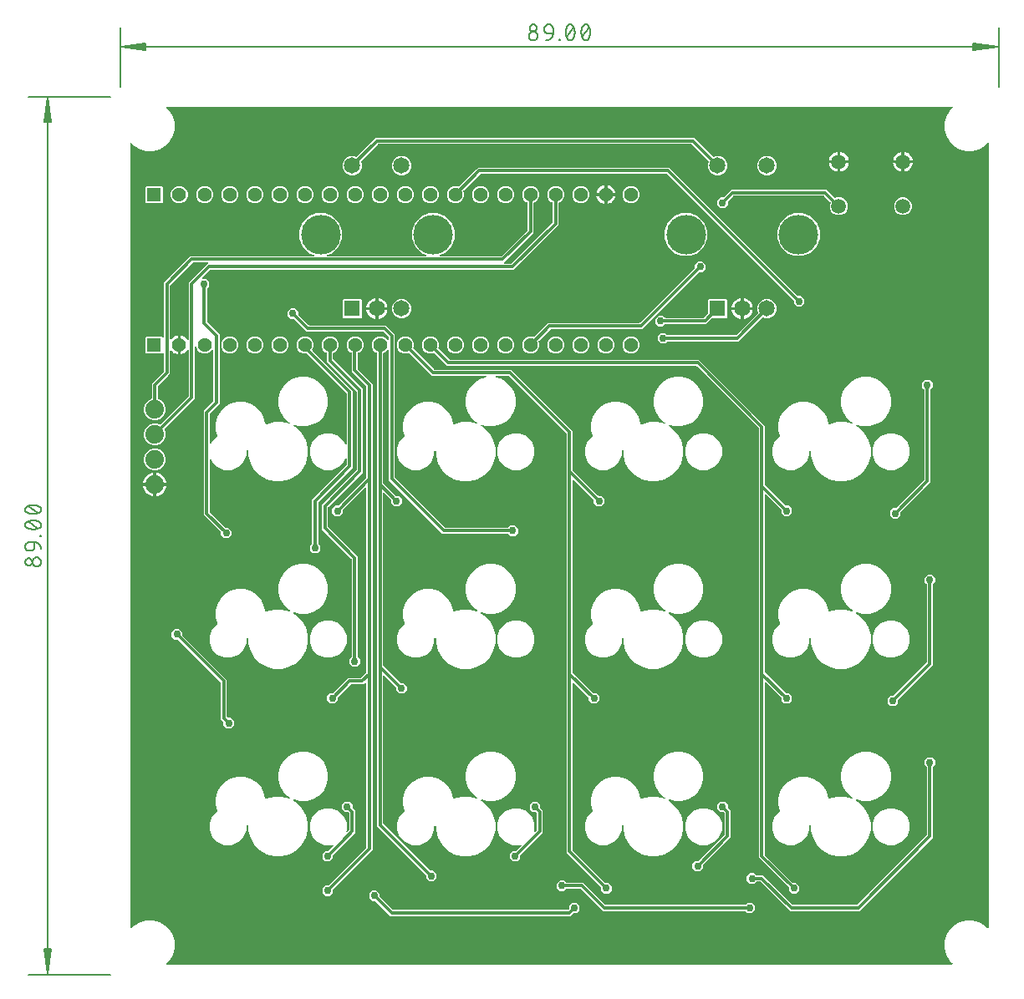
<source format=gbr>
G04 EAGLE Gerber RS-274X export*
G75*
%MOMM*%
%FSLAX34Y34*%
%LPD*%
%INTop Copper*%
%IPPOS*%
%AMOC8*
5,1,8,0,0,1.08239X$1,22.5*%
G01*
%ADD10C,0.130000*%
%ADD11C,0.152400*%
%ADD12R,1.428000X1.428000*%
%ADD13C,1.428000*%
%ADD14C,1.650000*%
%ADD15R,1.650000X1.650000*%
%ADD16C,4.016000*%
%ADD17C,1.508000*%
%ADD18C,1.879600*%
%ADD19C,0.304800*%
%ADD20C,0.756400*%

G36*
X842490Y10172D02*
X842490Y10172D01*
X842561Y10174D01*
X842610Y10192D01*
X842662Y10200D01*
X842725Y10234D01*
X842792Y10259D01*
X842833Y10291D01*
X842879Y10316D01*
X842928Y10368D01*
X842984Y10412D01*
X843012Y10456D01*
X843048Y10494D01*
X843078Y10559D01*
X843117Y10619D01*
X843130Y10670D01*
X843152Y10717D01*
X843160Y10788D01*
X843177Y10858D01*
X843173Y10910D01*
X843179Y10961D01*
X843164Y11032D01*
X843158Y11103D01*
X843138Y11151D01*
X843127Y11202D01*
X843090Y11263D01*
X843062Y11329D01*
X843017Y11385D01*
X843001Y11413D01*
X842983Y11428D01*
X842957Y11460D01*
X839866Y14551D01*
X836554Y20288D01*
X834839Y26688D01*
X834839Y33312D01*
X836554Y39712D01*
X839866Y45449D01*
X844551Y50134D01*
X850288Y53446D01*
X856688Y55161D01*
X863312Y55161D01*
X869712Y53446D01*
X875449Y50134D01*
X878540Y47043D01*
X878598Y47001D01*
X878650Y46952D01*
X878697Y46930D01*
X878739Y46899D01*
X878808Y46878D01*
X878873Y46848D01*
X878925Y46842D01*
X878975Y46827D01*
X879046Y46829D01*
X879117Y46821D01*
X879168Y46832D01*
X879220Y46833D01*
X879288Y46858D01*
X879358Y46873D01*
X879403Y46900D01*
X879451Y46918D01*
X879507Y46963D01*
X879569Y46999D01*
X879603Y47039D01*
X879643Y47072D01*
X879682Y47132D01*
X879729Y47186D01*
X879748Y47235D01*
X879776Y47278D01*
X879794Y47348D01*
X879821Y47414D01*
X879829Y47486D01*
X879837Y47517D01*
X879835Y47540D01*
X879839Y47581D01*
X879839Y842419D01*
X879828Y842490D01*
X879826Y842561D01*
X879808Y842610D01*
X879800Y842662D01*
X879766Y842725D01*
X879741Y842792D01*
X879709Y842833D01*
X879684Y842879D01*
X879632Y842928D01*
X879588Y842984D01*
X879544Y843012D01*
X879506Y843048D01*
X879441Y843078D01*
X879381Y843117D01*
X879330Y843130D01*
X879283Y843152D01*
X879212Y843160D01*
X879142Y843177D01*
X879090Y843173D01*
X879039Y843179D01*
X878968Y843164D01*
X878897Y843158D01*
X878849Y843138D01*
X878798Y843127D01*
X878737Y843090D01*
X878671Y843062D01*
X878615Y843017D01*
X878587Y843001D01*
X878572Y842983D01*
X878540Y842957D01*
X875449Y839866D01*
X869712Y836554D01*
X863312Y834839D01*
X856688Y834839D01*
X850288Y836554D01*
X844551Y839866D01*
X839866Y844551D01*
X836554Y850288D01*
X834839Y856688D01*
X834839Y863312D01*
X836554Y869712D01*
X839866Y875449D01*
X842957Y878540D01*
X842999Y878598D01*
X843048Y878650D01*
X843070Y878697D01*
X843101Y878739D01*
X843122Y878808D01*
X843152Y878873D01*
X843158Y878925D01*
X843173Y878975D01*
X843171Y879046D01*
X843179Y879117D01*
X843168Y879168D01*
X843167Y879220D01*
X843142Y879288D01*
X843127Y879358D01*
X843100Y879403D01*
X843082Y879451D01*
X843037Y879507D01*
X843001Y879569D01*
X842961Y879603D01*
X842928Y879643D01*
X842868Y879682D01*
X842814Y879729D01*
X842765Y879748D01*
X842722Y879776D01*
X842652Y879794D01*
X842586Y879821D01*
X842514Y879829D01*
X842483Y879837D01*
X842460Y879835D01*
X842419Y879839D01*
X47581Y879839D01*
X47510Y879828D01*
X47439Y879826D01*
X47390Y879808D01*
X47338Y879800D01*
X47275Y879766D01*
X47208Y879741D01*
X47167Y879709D01*
X47121Y879684D01*
X47072Y879632D01*
X47016Y879588D01*
X46988Y879544D01*
X46952Y879506D01*
X46922Y879441D01*
X46883Y879381D01*
X46870Y879330D01*
X46848Y879283D01*
X46840Y879212D01*
X46823Y879142D01*
X46827Y879090D01*
X46821Y879039D01*
X46836Y878968D01*
X46842Y878897D01*
X46862Y878849D01*
X46873Y878798D01*
X46910Y878737D01*
X46938Y878671D01*
X46983Y878615D01*
X46999Y878587D01*
X47017Y878572D01*
X47043Y878540D01*
X50134Y875449D01*
X53446Y869712D01*
X55161Y863312D01*
X55161Y856688D01*
X53446Y850288D01*
X50134Y844551D01*
X45449Y839866D01*
X39712Y836554D01*
X33312Y834839D01*
X26688Y834839D01*
X20288Y836554D01*
X14551Y839866D01*
X11460Y842957D01*
X11402Y842999D01*
X11350Y843048D01*
X11303Y843070D01*
X11261Y843101D01*
X11192Y843122D01*
X11127Y843152D01*
X11075Y843158D01*
X11025Y843173D01*
X10954Y843171D01*
X10883Y843179D01*
X10832Y843168D01*
X10780Y843167D01*
X10712Y843142D01*
X10642Y843127D01*
X10597Y843100D01*
X10549Y843082D01*
X10493Y843037D01*
X10431Y843001D01*
X10397Y842961D01*
X10357Y842928D01*
X10318Y842868D01*
X10271Y842814D01*
X10252Y842765D01*
X10224Y842722D01*
X10206Y842652D01*
X10179Y842586D01*
X10171Y842514D01*
X10163Y842483D01*
X10165Y842460D01*
X10161Y842419D01*
X10161Y47581D01*
X10172Y47510D01*
X10174Y47439D01*
X10192Y47390D01*
X10200Y47338D01*
X10234Y47275D01*
X10259Y47208D01*
X10291Y47167D01*
X10316Y47121D01*
X10368Y47072D01*
X10412Y47016D01*
X10456Y46988D01*
X10494Y46952D01*
X10559Y46922D01*
X10619Y46883D01*
X10670Y46870D01*
X10717Y46848D01*
X10788Y46840D01*
X10858Y46823D01*
X10910Y46827D01*
X10961Y46821D01*
X11032Y46836D01*
X11103Y46842D01*
X11151Y46862D01*
X11202Y46873D01*
X11263Y46910D01*
X11329Y46938D01*
X11385Y46983D01*
X11413Y46999D01*
X11428Y47017D01*
X11460Y47043D01*
X14551Y50134D01*
X20288Y53446D01*
X26688Y55161D01*
X33312Y55161D01*
X39712Y53446D01*
X45449Y50134D01*
X50134Y45449D01*
X53446Y39712D01*
X55161Y33312D01*
X55161Y26688D01*
X53446Y20288D01*
X50134Y14551D01*
X47043Y11460D01*
X47001Y11402D01*
X46952Y11350D01*
X46930Y11303D01*
X46899Y11261D01*
X46878Y11192D01*
X46848Y11127D01*
X46842Y11075D01*
X46827Y11025D01*
X46829Y10954D01*
X46821Y10883D01*
X46832Y10832D01*
X46833Y10780D01*
X46858Y10712D01*
X46873Y10642D01*
X46900Y10597D01*
X46918Y10549D01*
X46963Y10493D01*
X46999Y10431D01*
X47039Y10397D01*
X47072Y10357D01*
X47132Y10318D01*
X47186Y10271D01*
X47235Y10252D01*
X47278Y10224D01*
X47348Y10206D01*
X47414Y10179D01*
X47486Y10171D01*
X47517Y10163D01*
X47540Y10165D01*
X47581Y10161D01*
X842419Y10161D01*
X842490Y10172D01*
G37*
%LPC*%
G36*
X105302Y442193D02*
X105302Y442193D01*
X102193Y445302D01*
X102193Y448180D01*
X102179Y448270D01*
X102171Y448361D01*
X102159Y448391D01*
X102154Y448423D01*
X102111Y448503D01*
X102075Y448587D01*
X102049Y448619D01*
X102038Y448640D01*
X102015Y448662D01*
X101970Y448718D01*
X84451Y466237D01*
X84451Y571263D01*
X94228Y581040D01*
X94281Y581114D01*
X94341Y581183D01*
X94353Y581213D01*
X94372Y581240D01*
X94399Y581327D01*
X94433Y581411D01*
X94437Y581452D01*
X94444Y581475D01*
X94443Y581507D01*
X94451Y581578D01*
X94451Y633441D01*
X94436Y633537D01*
X94426Y633634D01*
X94416Y633658D01*
X94412Y633684D01*
X94366Y633770D01*
X94326Y633859D01*
X94309Y633878D01*
X94296Y633901D01*
X94226Y633968D01*
X94160Y634040D01*
X94137Y634053D01*
X94118Y634071D01*
X94030Y634112D01*
X93944Y634159D01*
X93919Y634163D01*
X93895Y634174D01*
X93798Y634185D01*
X93702Y634202D01*
X93676Y634199D01*
X93651Y634201D01*
X93556Y634181D01*
X93459Y634167D01*
X93436Y634155D01*
X93410Y634149D01*
X93327Y634099D01*
X93240Y634055D01*
X93221Y634036D01*
X93199Y634023D01*
X93136Y633949D01*
X93068Y633879D01*
X93052Y633851D01*
X93039Y633836D01*
X93027Y633805D01*
X92987Y633733D01*
X92846Y633392D01*
X90408Y630954D01*
X87224Y629635D01*
X83776Y629635D01*
X80592Y630954D01*
X78154Y633392D01*
X77013Y636147D01*
X76962Y636230D01*
X76916Y636316D01*
X76897Y636334D01*
X76884Y636356D01*
X76809Y636418D01*
X76738Y636485D01*
X76714Y636496D01*
X76694Y636513D01*
X76603Y636548D01*
X76515Y636589D01*
X76489Y636591D01*
X76465Y636601D01*
X76367Y636605D01*
X76271Y636616D01*
X76245Y636610D01*
X76219Y636611D01*
X76125Y636584D01*
X76030Y636563D01*
X76008Y636550D01*
X75983Y636543D01*
X75903Y636487D01*
X75819Y636437D01*
X75802Y636417D01*
X75781Y636402D01*
X75722Y636324D01*
X75659Y636250D01*
X75649Y636226D01*
X75634Y636205D01*
X75604Y636113D01*
X75567Y636022D01*
X75564Y635990D01*
X75558Y635971D01*
X75558Y635938D01*
X75549Y635855D01*
X75549Y583637D01*
X73540Y581628D01*
X45082Y553171D01*
X45015Y553077D01*
X44944Y552982D01*
X44942Y552976D01*
X44939Y552971D01*
X44905Y552860D01*
X44868Y552748D01*
X44868Y552742D01*
X44866Y552736D01*
X44870Y552619D01*
X44871Y552502D01*
X44873Y552495D01*
X44873Y552490D01*
X44879Y552473D01*
X44917Y552341D01*
X46023Y549673D01*
X46023Y545327D01*
X44360Y541313D01*
X41287Y538240D01*
X37273Y536577D01*
X32927Y536577D01*
X28913Y538240D01*
X25840Y541313D01*
X24177Y545327D01*
X24177Y549673D01*
X25840Y553687D01*
X28913Y556760D01*
X32927Y558423D01*
X37273Y558423D01*
X39941Y557317D01*
X40055Y557291D01*
X40168Y557262D01*
X40175Y557263D01*
X40181Y557261D01*
X40297Y557272D01*
X40414Y557281D01*
X40419Y557284D01*
X40426Y557284D01*
X40533Y557332D01*
X40640Y557378D01*
X40646Y557382D01*
X40650Y557384D01*
X40664Y557397D01*
X40771Y557482D01*
X69228Y585940D01*
X69281Y586014D01*
X69341Y586083D01*
X69353Y586113D01*
X69372Y586140D01*
X69399Y586227D01*
X69433Y586311D01*
X69437Y586352D01*
X69444Y586375D01*
X69443Y586407D01*
X69451Y586478D01*
X69451Y632845D01*
X69440Y632912D01*
X69439Y632981D01*
X69421Y633033D01*
X69412Y633088D01*
X69380Y633148D01*
X69357Y633212D01*
X69322Y633256D01*
X69296Y633305D01*
X69247Y633352D01*
X69205Y633406D01*
X69158Y633436D01*
X69118Y633475D01*
X69056Y633504D01*
X68999Y633541D01*
X68946Y633555D01*
X68895Y633578D01*
X68827Y633586D01*
X68762Y633603D01*
X68706Y633599D01*
X68651Y633606D01*
X68584Y633591D01*
X68516Y633586D01*
X68465Y633565D01*
X68410Y633553D01*
X68352Y633518D01*
X68289Y633492D01*
X68247Y633456D01*
X68199Y633427D01*
X68155Y633375D01*
X68104Y633331D01*
X68072Y633282D01*
X68065Y633275D01*
X68044Y633246D01*
X68039Y633240D01*
X68038Y633238D01*
X67134Y631993D01*
X66057Y630916D01*
X64824Y630020D01*
X63466Y629329D01*
X62017Y628858D01*
X61273Y628740D01*
X61273Y637538D01*
X61270Y637558D01*
X61272Y637577D01*
X61250Y637679D01*
X61233Y637781D01*
X61224Y637798D01*
X61220Y637818D01*
X61167Y637907D01*
X61118Y637998D01*
X61104Y638012D01*
X61094Y638029D01*
X61015Y638096D01*
X60940Y638167D01*
X60922Y638176D01*
X60907Y638189D01*
X60811Y638227D01*
X60717Y638271D01*
X60697Y638273D01*
X60679Y638281D01*
X60512Y638299D01*
X58988Y638299D01*
X58968Y638296D01*
X58949Y638298D01*
X58847Y638276D01*
X58745Y638259D01*
X58728Y638250D01*
X58708Y638246D01*
X58619Y638193D01*
X58528Y638144D01*
X58514Y638130D01*
X58497Y638120D01*
X58430Y638041D01*
X58359Y637966D01*
X58350Y637948D01*
X58337Y637933D01*
X58298Y637837D01*
X58255Y637743D01*
X58253Y637723D01*
X58245Y637705D01*
X58227Y637538D01*
X58227Y628740D01*
X57483Y628858D01*
X56034Y629329D01*
X54676Y630020D01*
X53443Y630916D01*
X52366Y631993D01*
X51926Y632599D01*
X51920Y632605D01*
X51916Y632612D01*
X51833Y632691D01*
X51751Y632772D01*
X51744Y632776D01*
X51738Y632781D01*
X51634Y632830D01*
X51530Y632880D01*
X51522Y632882D01*
X51515Y632885D01*
X51401Y632898D01*
X51286Y632913D01*
X51278Y632911D01*
X51271Y632912D01*
X51158Y632887D01*
X51045Y632865D01*
X51038Y632861D01*
X51030Y632860D01*
X50931Y632801D01*
X50831Y632744D01*
X50826Y632738D01*
X50819Y632734D01*
X50744Y632646D01*
X50667Y632560D01*
X50664Y632553D01*
X50659Y632547D01*
X50616Y632440D01*
X50571Y632334D01*
X50570Y632326D01*
X50567Y632318D01*
X50549Y632152D01*
X50549Y609037D01*
X48540Y607028D01*
X38372Y596860D01*
X38330Y596802D01*
X38282Y596751D01*
X38274Y596734D01*
X38259Y596717D01*
X38247Y596687D01*
X38228Y596660D01*
X38206Y596587D01*
X38178Y596528D01*
X38176Y596511D01*
X38167Y596489D01*
X38163Y596448D01*
X38156Y596425D01*
X38157Y596393D01*
X38149Y596322D01*
X38149Y583968D01*
X38168Y583854D01*
X38185Y583738D01*
X38187Y583732D01*
X38188Y583726D01*
X38243Y583623D01*
X38296Y583518D01*
X38301Y583514D01*
X38304Y583508D01*
X38388Y583429D01*
X38472Y583346D01*
X38478Y583342D01*
X38482Y583339D01*
X38499Y583331D01*
X38619Y583265D01*
X41287Y582160D01*
X44360Y579087D01*
X46023Y575073D01*
X46023Y570727D01*
X44360Y566713D01*
X41287Y563640D01*
X37273Y561977D01*
X32927Y561977D01*
X28913Y563640D01*
X25840Y566713D01*
X24177Y570727D01*
X24177Y575073D01*
X25840Y579087D01*
X28913Y582160D01*
X31581Y583265D01*
X31681Y583327D01*
X31781Y583387D01*
X31785Y583391D01*
X31790Y583395D01*
X31865Y583485D01*
X31941Y583574D01*
X31943Y583579D01*
X31947Y583584D01*
X31989Y583693D01*
X32033Y583802D01*
X32034Y583809D01*
X32035Y583814D01*
X32036Y583832D01*
X32051Y583968D01*
X32051Y599163D01*
X34060Y601172D01*
X44228Y611340D01*
X44281Y611414D01*
X44341Y611483D01*
X44353Y611513D01*
X44372Y611540D01*
X44399Y611627D01*
X44433Y611711D01*
X44437Y611752D01*
X44444Y611775D01*
X44443Y611807D01*
X44451Y611878D01*
X44451Y630127D01*
X44440Y630198D01*
X44438Y630270D01*
X44420Y630319D01*
X44412Y630370D01*
X44378Y630433D01*
X44353Y630501D01*
X44321Y630541D01*
X44296Y630587D01*
X44244Y630637D01*
X44200Y630693D01*
X44156Y630721D01*
X44118Y630757D01*
X44053Y630787D01*
X43993Y630826D01*
X43942Y630838D01*
X43895Y630860D01*
X43824Y630868D01*
X43754Y630886D01*
X43702Y630882D01*
X43651Y630887D01*
X43580Y630872D01*
X43509Y630867D01*
X43461Y630846D01*
X43410Y630835D01*
X43349Y630798D01*
X43283Y630770D01*
X43227Y630725D01*
X43199Y630709D01*
X43184Y630691D01*
X43152Y630665D01*
X42122Y629635D01*
X26578Y629635D01*
X25685Y630528D01*
X25685Y646072D01*
X26578Y646965D01*
X42122Y646965D01*
X43152Y645935D01*
X43210Y645893D01*
X43262Y645843D01*
X43309Y645821D01*
X43351Y645791D01*
X43420Y645770D01*
X43485Y645740D01*
X43537Y645734D01*
X43587Y645719D01*
X43658Y645721D01*
X43729Y645713D01*
X43780Y645724D01*
X43832Y645725D01*
X43900Y645750D01*
X43970Y645765D01*
X44015Y645792D01*
X44063Y645809D01*
X44119Y645854D01*
X44181Y645891D01*
X44215Y645931D01*
X44255Y645963D01*
X44294Y646023D01*
X44341Y646078D01*
X44360Y646126D01*
X44388Y646170D01*
X44406Y646240D01*
X44433Y646306D01*
X44441Y646377D01*
X44449Y646409D01*
X44447Y646432D01*
X44451Y646473D01*
X44451Y701263D01*
X71237Y728049D01*
X195712Y728049D01*
X195808Y728064D01*
X195905Y728074D01*
X195929Y728084D01*
X195955Y728088D01*
X196041Y728134D01*
X196130Y728174D01*
X196149Y728191D01*
X196172Y728204D01*
X196239Y728274D01*
X196311Y728340D01*
X196324Y728363D01*
X196342Y728382D01*
X196383Y728470D01*
X196430Y728556D01*
X196434Y728581D01*
X196445Y728605D01*
X196456Y728702D01*
X196473Y728798D01*
X196469Y728824D01*
X196472Y728849D01*
X196452Y728945D01*
X196438Y729041D01*
X196426Y729064D01*
X196420Y729090D01*
X196370Y729173D01*
X196326Y729260D01*
X196307Y729279D01*
X196294Y729301D01*
X196220Y729364D01*
X196150Y729432D01*
X196122Y729448D01*
X196107Y729461D01*
X196076Y729473D01*
X196003Y729513D01*
X190762Y731684D01*
X184684Y737762D01*
X181395Y745703D01*
X181395Y754297D01*
X184684Y762238D01*
X190762Y768316D01*
X198703Y771605D01*
X207297Y771605D01*
X215238Y768316D01*
X221316Y762238D01*
X224605Y754297D01*
X224605Y745703D01*
X221316Y737762D01*
X215238Y731684D01*
X209997Y729513D01*
X209914Y729462D01*
X209828Y729416D01*
X209810Y729397D01*
X209787Y729384D01*
X209725Y729309D01*
X209658Y729238D01*
X209647Y729214D01*
X209631Y729194D01*
X209596Y729103D01*
X209555Y729015D01*
X209552Y728989D01*
X209542Y728965D01*
X209538Y728867D01*
X209528Y728771D01*
X209533Y728745D01*
X209532Y728719D01*
X209559Y728625D01*
X209580Y728530D01*
X209593Y728508D01*
X209601Y728483D01*
X209656Y728403D01*
X209706Y728319D01*
X209726Y728302D01*
X209741Y728281D01*
X209819Y728222D01*
X209893Y728159D01*
X209917Y728149D01*
X209938Y728134D01*
X210031Y728104D01*
X210121Y728067D01*
X210154Y728064D01*
X210172Y728058D01*
X210205Y728058D01*
X210288Y728049D01*
X309712Y728049D01*
X309808Y728064D01*
X309905Y728074D01*
X309929Y728084D01*
X309955Y728088D01*
X310041Y728134D01*
X310130Y728174D01*
X310149Y728191D01*
X310172Y728204D01*
X310239Y728274D01*
X310311Y728340D01*
X310324Y728363D01*
X310342Y728382D01*
X310383Y728470D01*
X310430Y728556D01*
X310434Y728581D01*
X310445Y728605D01*
X310456Y728702D01*
X310473Y728798D01*
X310469Y728824D01*
X310472Y728849D01*
X310452Y728945D01*
X310438Y729041D01*
X310426Y729064D01*
X310420Y729090D01*
X310370Y729173D01*
X310326Y729260D01*
X310307Y729279D01*
X310294Y729301D01*
X310220Y729364D01*
X310150Y729432D01*
X310122Y729448D01*
X310107Y729461D01*
X310076Y729473D01*
X310003Y729513D01*
X304762Y731684D01*
X298684Y737762D01*
X295395Y745703D01*
X295395Y754297D01*
X298684Y762238D01*
X304762Y768316D01*
X312703Y771605D01*
X321297Y771605D01*
X329238Y768316D01*
X335316Y762238D01*
X338605Y754297D01*
X338605Y745703D01*
X335316Y737762D01*
X329238Y731684D01*
X323997Y729513D01*
X323914Y729462D01*
X323828Y729416D01*
X323810Y729397D01*
X323787Y729384D01*
X323725Y729309D01*
X323658Y729238D01*
X323647Y729214D01*
X323631Y729194D01*
X323596Y729103D01*
X323555Y729015D01*
X323552Y728989D01*
X323542Y728965D01*
X323538Y728867D01*
X323528Y728771D01*
X323533Y728745D01*
X323532Y728719D01*
X323559Y728625D01*
X323580Y728530D01*
X323593Y728508D01*
X323601Y728483D01*
X323656Y728403D01*
X323706Y728319D01*
X323726Y728302D01*
X323741Y728281D01*
X323819Y728222D01*
X323893Y728159D01*
X323917Y728149D01*
X323938Y728134D01*
X324031Y728104D01*
X324121Y728067D01*
X324154Y728064D01*
X324172Y728058D01*
X324205Y728058D01*
X324288Y728049D01*
X385922Y728049D01*
X386012Y728063D01*
X386103Y728071D01*
X386133Y728083D01*
X386165Y728088D01*
X386245Y728131D01*
X386329Y728167D01*
X386361Y728193D01*
X386382Y728204D01*
X386404Y728227D01*
X386460Y728272D01*
X412428Y754240D01*
X412481Y754314D01*
X412541Y754383D01*
X412553Y754413D01*
X412572Y754440D01*
X412599Y754527D01*
X412633Y754611D01*
X412637Y754652D01*
X412644Y754675D01*
X412643Y754707D01*
X412651Y754778D01*
X412651Y782076D01*
X412649Y782092D01*
X412650Y782108D01*
X412633Y782187D01*
X412632Y782190D01*
X412615Y782306D01*
X412613Y782312D01*
X412612Y782318D01*
X412600Y782341D01*
X412598Y782348D01*
X412579Y782380D01*
X412557Y782421D01*
X412504Y782526D01*
X412499Y782530D01*
X412496Y782536D01*
X412472Y782559D01*
X412471Y782560D01*
X412412Y782616D01*
X412328Y782698D01*
X412322Y782702D01*
X412318Y782705D01*
X412301Y782713D01*
X412181Y782779D01*
X410792Y783354D01*
X408354Y785792D01*
X407035Y788976D01*
X407035Y792424D01*
X408354Y795608D01*
X410792Y798046D01*
X413976Y799365D01*
X417424Y799365D01*
X420608Y798046D01*
X423046Y795608D01*
X424365Y792424D01*
X424365Y788976D01*
X423046Y785792D01*
X420608Y783354D01*
X419219Y782779D01*
X419119Y782717D01*
X419019Y782657D01*
X419015Y782653D01*
X419010Y782649D01*
X418935Y782559D01*
X418888Y782505D01*
X418880Y782496D01*
X418880Y782494D01*
X418859Y782470D01*
X418857Y782465D01*
X418853Y782460D01*
X418811Y782352D01*
X418798Y782319D01*
X418777Y782273D01*
X418776Y782264D01*
X418767Y782242D01*
X418766Y782235D01*
X418765Y782230D01*
X418764Y782212D01*
X418749Y782076D01*
X418749Y751937D01*
X416740Y749928D01*
X388660Y721848D01*
X388618Y721790D01*
X388569Y721738D01*
X388547Y721691D01*
X388516Y721649D01*
X388495Y721580D01*
X388465Y721515D01*
X388459Y721463D01*
X388444Y721413D01*
X388446Y721342D01*
X388438Y721271D01*
X388449Y721220D01*
X388450Y721168D01*
X388475Y721100D01*
X388490Y721030D01*
X388517Y720985D01*
X388535Y720937D01*
X388580Y720881D01*
X388616Y720819D01*
X388656Y720785D01*
X388688Y720745D01*
X388749Y720706D01*
X388803Y720659D01*
X388852Y720640D01*
X388895Y720612D01*
X388965Y720594D01*
X389031Y720567D01*
X389103Y720559D01*
X389134Y720551D01*
X389157Y720553D01*
X389198Y720549D01*
X395922Y720549D01*
X396012Y720563D01*
X396103Y720571D01*
X396133Y720583D01*
X396165Y720588D01*
X396245Y720631D01*
X396329Y720667D01*
X396361Y720693D01*
X396382Y720704D01*
X396404Y720727D01*
X396460Y720772D01*
X437828Y762140D01*
X437881Y762214D01*
X437941Y762283D01*
X437953Y762313D01*
X437972Y762340D01*
X437999Y762427D01*
X438033Y762511D01*
X438037Y762552D01*
X438044Y762575D01*
X438043Y762607D01*
X438051Y762678D01*
X438051Y782076D01*
X438049Y782092D01*
X438050Y782108D01*
X438033Y782187D01*
X438032Y782190D01*
X438015Y782306D01*
X438013Y782312D01*
X438012Y782318D01*
X438000Y782341D01*
X437998Y782348D01*
X437979Y782380D01*
X437957Y782421D01*
X437904Y782526D01*
X437899Y782530D01*
X437896Y782536D01*
X437872Y782559D01*
X437871Y782560D01*
X437812Y782616D01*
X437728Y782698D01*
X437722Y782702D01*
X437718Y782705D01*
X437701Y782713D01*
X437581Y782779D01*
X436192Y783354D01*
X433754Y785792D01*
X432435Y788976D01*
X432435Y792424D01*
X433754Y795608D01*
X436192Y798046D01*
X439376Y799365D01*
X442824Y799365D01*
X446008Y798046D01*
X448446Y795608D01*
X449765Y792424D01*
X449765Y788976D01*
X448446Y785792D01*
X446008Y783354D01*
X444619Y782779D01*
X444519Y782717D01*
X444419Y782657D01*
X444415Y782653D01*
X444410Y782649D01*
X444335Y782559D01*
X444288Y782505D01*
X444280Y782496D01*
X444280Y782494D01*
X444259Y782470D01*
X444257Y782465D01*
X444253Y782460D01*
X444211Y782352D01*
X444198Y782319D01*
X444177Y782273D01*
X444176Y782264D01*
X444167Y782242D01*
X444166Y782235D01*
X444165Y782230D01*
X444164Y782212D01*
X444149Y782076D01*
X444149Y759837D01*
X398763Y714451D01*
X91578Y714451D01*
X91488Y714437D01*
X91397Y714429D01*
X91367Y714417D01*
X91335Y714412D01*
X91255Y714369D01*
X91171Y714333D01*
X91139Y714307D01*
X91118Y714296D01*
X91096Y714273D01*
X91040Y714228D01*
X88540Y711728D01*
X83418Y706606D01*
X83376Y706548D01*
X83327Y706496D01*
X83305Y706449D01*
X83274Y706407D01*
X83253Y706338D01*
X83223Y706273D01*
X83217Y706221D01*
X83202Y706171D01*
X83204Y706100D01*
X83196Y706029D01*
X83207Y705978D01*
X83208Y705926D01*
X83233Y705858D01*
X83248Y705788D01*
X83275Y705743D01*
X83293Y705695D01*
X83338Y705639D01*
X83374Y705577D01*
X83414Y705543D01*
X83446Y705503D01*
X83507Y705464D01*
X83561Y705417D01*
X83610Y705398D01*
X83653Y705370D01*
X83723Y705352D01*
X83789Y705325D01*
X83861Y705317D01*
X83892Y705309D01*
X83915Y705311D01*
X83956Y705307D01*
X87198Y705307D01*
X90307Y702198D01*
X90307Y697802D01*
X88272Y695767D01*
X88219Y695693D01*
X88159Y695623D01*
X88147Y695593D01*
X88128Y695567D01*
X88101Y695480D01*
X88067Y695395D01*
X88063Y695354D01*
X88056Y695332D01*
X88057Y695300D01*
X88049Y695229D01*
X88049Y661578D01*
X88063Y661488D01*
X88071Y661397D01*
X88083Y661367D01*
X88088Y661335D01*
X88131Y661255D01*
X88167Y661171D01*
X88193Y661139D01*
X88204Y661118D01*
X88227Y661096D01*
X88272Y661040D01*
X100549Y648763D01*
X100549Y578737D01*
X90772Y568960D01*
X90719Y568886D01*
X90659Y568817D01*
X90647Y568787D01*
X90628Y568760D01*
X90601Y568673D01*
X90567Y568589D01*
X90563Y568548D01*
X90556Y568525D01*
X90557Y568493D01*
X90549Y568422D01*
X90549Y537562D01*
X90564Y537466D01*
X90574Y537369D01*
X90584Y537345D01*
X90588Y537319D01*
X90634Y537233D01*
X90674Y537144D01*
X90691Y537125D01*
X90704Y537102D01*
X90774Y537035D01*
X90840Y536963D01*
X90863Y536950D01*
X90882Y536932D01*
X90970Y536891D01*
X91056Y536844D01*
X91081Y536840D01*
X91105Y536829D01*
X91202Y536818D01*
X91298Y536801D01*
X91324Y536804D01*
X91349Y536802D01*
X91445Y536822D01*
X91541Y536836D01*
X91564Y536848D01*
X91590Y536854D01*
X91673Y536904D01*
X91760Y536948D01*
X91779Y536967D01*
X91801Y536980D01*
X91864Y537054D01*
X91932Y537123D01*
X91948Y537152D01*
X91961Y537167D01*
X91973Y537198D01*
X92013Y537270D01*
X93380Y540570D01*
X98152Y545343D01*
X98192Y545398D01*
X98239Y545446D01*
X98263Y545497D01*
X98296Y545542D01*
X98316Y545607D01*
X98345Y545668D01*
X98352Y545724D01*
X98368Y545778D01*
X98367Y545845D01*
X98375Y545912D01*
X98363Y545991D01*
X98362Y546023D01*
X98355Y546043D01*
X98350Y546078D01*
X96739Y552088D01*
X96739Y558712D01*
X98454Y565112D01*
X101766Y570849D01*
X106451Y575534D01*
X112188Y578846D01*
X118588Y580561D01*
X125212Y580561D01*
X131612Y578846D01*
X137349Y575534D01*
X142034Y570849D01*
X145346Y565112D01*
X147061Y558712D01*
X147061Y558675D01*
X147076Y558581D01*
X147085Y558486D01*
X147096Y558460D01*
X147100Y558432D01*
X147145Y558348D01*
X147183Y558260D01*
X147202Y558239D01*
X147216Y558215D01*
X147285Y558149D01*
X147349Y558078D01*
X147373Y558065D01*
X147394Y558045D01*
X147480Y558005D01*
X147564Y557959D01*
X147591Y557953D01*
X147617Y557942D01*
X147712Y557931D01*
X147805Y557914D01*
X147833Y557918D01*
X147861Y557914D01*
X147955Y557935D01*
X148049Y557948D01*
X148081Y557962D01*
X148102Y557967D01*
X148130Y557984D01*
X148203Y558015D01*
X148358Y558105D01*
X156029Y560161D01*
X163971Y560161D01*
X171179Y558229D01*
X171203Y558227D01*
X171226Y558218D01*
X171325Y558215D01*
X171424Y558205D01*
X171447Y558210D01*
X171471Y558209D01*
X171567Y558237D01*
X171664Y558260D01*
X171684Y558272D01*
X171707Y558279D01*
X171789Y558336D01*
X171873Y558388D01*
X171889Y558407D01*
X171909Y558420D01*
X171967Y558500D01*
X172031Y558577D01*
X172040Y558599D01*
X172054Y558619D01*
X172085Y558713D01*
X172121Y558806D01*
X172122Y558830D01*
X172129Y558853D01*
X172128Y558953D01*
X172132Y559052D01*
X172126Y559075D01*
X172125Y559099D01*
X172092Y559193D01*
X172065Y559288D01*
X172052Y559308D01*
X172044Y559331D01*
X171982Y559409D01*
X171926Y559491D01*
X171907Y559505D01*
X171892Y559524D01*
X171757Y559624D01*
X169951Y560666D01*
X165266Y565351D01*
X161954Y571088D01*
X160239Y577488D01*
X160239Y584112D01*
X161954Y590512D01*
X165266Y596249D01*
X169951Y600934D01*
X175688Y604246D01*
X182088Y605961D01*
X188712Y605961D01*
X195112Y604246D01*
X200849Y600934D01*
X205534Y596249D01*
X208846Y590512D01*
X210561Y584112D01*
X210561Y577488D01*
X208846Y571088D01*
X205534Y565351D01*
X200849Y560666D01*
X195112Y557354D01*
X188712Y555639D01*
X182088Y555639D01*
X176151Y557230D01*
X176127Y557232D01*
X176104Y557241D01*
X176005Y557245D01*
X175906Y557254D01*
X175882Y557249D01*
X175858Y557250D01*
X175763Y557222D01*
X175666Y557200D01*
X175646Y557187D01*
X175623Y557180D01*
X175541Y557123D01*
X175456Y557071D01*
X175441Y557053D01*
X175421Y557039D01*
X175362Y556959D01*
X175299Y556882D01*
X175290Y556860D01*
X175276Y556841D01*
X175245Y556746D01*
X175209Y556653D01*
X175208Y556629D01*
X175201Y556606D01*
X175202Y556507D01*
X175197Y556408D01*
X175204Y556385D01*
X175204Y556360D01*
X175238Y556267D01*
X175265Y556171D01*
X175278Y556151D01*
X175286Y556128D01*
X175348Y556050D01*
X175404Y555968D01*
X175423Y555954D01*
X175438Y555935D01*
X175573Y555835D01*
X178519Y554135D01*
X184135Y548519D01*
X188105Y541642D01*
X190161Y533971D01*
X190161Y526029D01*
X188105Y518358D01*
X184135Y511481D01*
X178519Y505865D01*
X171642Y501895D01*
X163971Y499839D01*
X156029Y499839D01*
X148358Y501895D01*
X141481Y505865D01*
X135865Y511481D01*
X131895Y518358D01*
X129839Y526029D01*
X129839Y530487D01*
X129820Y530603D01*
X129802Y530722D01*
X129800Y530726D01*
X129800Y530730D01*
X129744Y530835D01*
X129689Y530940D01*
X129686Y530943D01*
X129684Y530947D01*
X129597Y531030D01*
X129513Y531112D01*
X129509Y531114D01*
X129506Y531116D01*
X129398Y531167D01*
X129291Y531218D01*
X129287Y531218D01*
X129283Y531220D01*
X129165Y531233D01*
X129047Y531248D01*
X129042Y531247D01*
X129039Y531247D01*
X129025Y531244D01*
X128881Y531222D01*
X128425Y531100D01*
X128385Y531082D01*
X128342Y531073D01*
X128274Y531032D01*
X128201Y530999D01*
X128169Y530969D01*
X128131Y530947D01*
X128079Y530886D01*
X128021Y530831D01*
X128000Y530793D01*
X127971Y530760D01*
X127941Y530685D01*
X127903Y530615D01*
X127896Y530572D01*
X127879Y530531D01*
X127863Y530387D01*
X127861Y530373D01*
X127861Y530370D01*
X127861Y530365D01*
X127861Y526288D01*
X125020Y519430D01*
X119770Y514180D01*
X112912Y511339D01*
X105488Y511339D01*
X98630Y514180D01*
X93380Y519430D01*
X92013Y522730D01*
X91962Y522812D01*
X91916Y522898D01*
X91897Y522916D01*
X91884Y522939D01*
X91809Y523001D01*
X91738Y523068D01*
X91714Y523079D01*
X91694Y523095D01*
X91603Y523130D01*
X91515Y523171D01*
X91489Y523174D01*
X91465Y523184D01*
X91367Y523188D01*
X91271Y523198D01*
X91245Y523193D01*
X91219Y523194D01*
X91125Y523167D01*
X91030Y523146D01*
X91008Y523133D01*
X90983Y523126D01*
X90903Y523070D01*
X90819Y523020D01*
X90802Y523000D01*
X90781Y522985D01*
X90722Y522907D01*
X90659Y522833D01*
X90649Y522809D01*
X90634Y522788D01*
X90604Y522695D01*
X90567Y522605D01*
X90564Y522573D01*
X90558Y522554D01*
X90558Y522521D01*
X90549Y522438D01*
X90549Y469078D01*
X90563Y468988D01*
X90571Y468897D01*
X90583Y468867D01*
X90588Y468835D01*
X90631Y468755D01*
X90667Y468671D01*
X90693Y468639D01*
X90704Y468618D01*
X90727Y468596D01*
X90772Y468540D01*
X106282Y453030D01*
X106356Y452977D01*
X106425Y452917D01*
X106455Y452905D01*
X106482Y452886D01*
X106569Y452859D01*
X106653Y452825D01*
X106694Y452821D01*
X106717Y452814D01*
X106749Y452815D01*
X106820Y452807D01*
X109698Y452807D01*
X112807Y449698D01*
X112807Y445302D01*
X109698Y442193D01*
X105302Y442193D01*
G37*
%LPD*%
%LPC*%
G36*
X490302Y82193D02*
X490302Y82193D01*
X487193Y85302D01*
X487193Y88180D01*
X487179Y88270D01*
X487171Y88361D01*
X487159Y88391D01*
X487154Y88423D01*
X487111Y88503D01*
X487075Y88587D01*
X487049Y88619D01*
X487038Y88640D01*
X487015Y88662D01*
X486970Y88718D01*
X453960Y121728D01*
X451951Y123737D01*
X451951Y548422D01*
X451937Y548512D01*
X451929Y548603D01*
X451917Y548633D01*
X451912Y548665D01*
X451869Y548745D01*
X451833Y548829D01*
X451807Y548861D01*
X451796Y548882D01*
X451773Y548904D01*
X451728Y548960D01*
X393960Y606728D01*
X393886Y606781D01*
X393817Y606841D01*
X393787Y606853D01*
X393760Y606872D01*
X393673Y606899D01*
X393589Y606933D01*
X393548Y606937D01*
X393525Y606944D01*
X393493Y606943D01*
X393422Y606951D01*
X380798Y606951D01*
X380774Y606947D01*
X380750Y606950D01*
X380653Y606928D01*
X380555Y606912D01*
X380534Y606900D01*
X380510Y606895D01*
X380425Y606843D01*
X380338Y606796D01*
X380321Y606779D01*
X380301Y606766D01*
X380237Y606690D01*
X380168Y606618D01*
X380158Y606596D01*
X380143Y606578D01*
X380107Y606485D01*
X380065Y606395D01*
X380062Y606371D01*
X380053Y606349D01*
X380049Y606249D01*
X380038Y606151D01*
X380043Y606127D01*
X380042Y606103D01*
X380069Y606007D01*
X380090Y605910D01*
X380102Y605890D01*
X380109Y605866D01*
X380165Y605784D01*
X380216Y605699D01*
X380234Y605683D01*
X380248Y605664D01*
X380327Y605604D01*
X380403Y605539D01*
X380425Y605530D01*
X380445Y605516D01*
X380601Y605455D01*
X385112Y604246D01*
X390849Y600934D01*
X395534Y596249D01*
X398846Y590512D01*
X400561Y584112D01*
X400561Y577488D01*
X398846Y571088D01*
X395534Y565351D01*
X390849Y560666D01*
X385112Y557354D01*
X378712Y555639D01*
X372088Y555639D01*
X366151Y557230D01*
X366127Y557232D01*
X366104Y557241D01*
X366005Y557245D01*
X365906Y557254D01*
X365883Y557249D01*
X365859Y557250D01*
X365763Y557222D01*
X365666Y557200D01*
X365646Y557187D01*
X365623Y557180D01*
X365541Y557123D01*
X365457Y557071D01*
X365441Y557053D01*
X365421Y557039D01*
X365363Y556959D01*
X365299Y556882D01*
X365290Y556860D01*
X365276Y556841D01*
X365245Y556746D01*
X365209Y556653D01*
X365208Y556629D01*
X365201Y556606D01*
X365202Y556507D01*
X365198Y556408D01*
X365204Y556385D01*
X365204Y556360D01*
X365238Y556267D01*
X365265Y556171D01*
X365278Y556151D01*
X365286Y556128D01*
X365348Y556050D01*
X365404Y555968D01*
X365423Y555954D01*
X365438Y555935D01*
X365573Y555835D01*
X368519Y554135D01*
X374135Y548519D01*
X378105Y541642D01*
X380161Y533971D01*
X380161Y526029D01*
X378105Y518358D01*
X374135Y511481D01*
X368519Y505865D01*
X361642Y501895D01*
X353971Y499839D01*
X346029Y499839D01*
X338358Y501895D01*
X331481Y505865D01*
X325865Y511481D01*
X321895Y518358D01*
X319839Y526029D01*
X319839Y530487D01*
X319820Y530603D01*
X319802Y530722D01*
X319800Y530726D01*
X319800Y530730D01*
X319744Y530835D01*
X319689Y530940D01*
X319686Y530943D01*
X319684Y530947D01*
X319597Y531030D01*
X319513Y531112D01*
X319509Y531114D01*
X319506Y531116D01*
X319398Y531167D01*
X319291Y531218D01*
X319287Y531218D01*
X319283Y531220D01*
X319165Y531233D01*
X319047Y531248D01*
X319042Y531247D01*
X319039Y531247D01*
X319025Y531244D01*
X318881Y531222D01*
X318425Y531100D01*
X318385Y531082D01*
X318342Y531073D01*
X318274Y531032D01*
X318201Y530999D01*
X318169Y530969D01*
X318131Y530947D01*
X318079Y530886D01*
X318021Y530831D01*
X318000Y530793D01*
X317971Y530760D01*
X317941Y530685D01*
X317903Y530615D01*
X317896Y530572D01*
X317879Y530531D01*
X317863Y530387D01*
X317861Y530373D01*
X317861Y530370D01*
X317861Y530365D01*
X317861Y526288D01*
X315020Y519430D01*
X309770Y514180D01*
X302912Y511339D01*
X295488Y511339D01*
X288630Y514180D01*
X283380Y519430D01*
X280539Y526288D01*
X280539Y533712D01*
X283380Y540570D01*
X288152Y545343D01*
X288192Y545398D01*
X288239Y545446D01*
X288263Y545497D01*
X288296Y545542D01*
X288316Y545607D01*
X288345Y545668D01*
X288352Y545724D01*
X288368Y545778D01*
X288367Y545845D01*
X288375Y545912D01*
X288363Y545991D01*
X288362Y546023D01*
X288355Y546043D01*
X288350Y546078D01*
X286739Y552088D01*
X286739Y558712D01*
X288454Y565112D01*
X291766Y570849D01*
X296451Y575534D01*
X302188Y578846D01*
X308588Y580561D01*
X315212Y580561D01*
X321612Y578846D01*
X327349Y575534D01*
X332034Y570849D01*
X335346Y565112D01*
X337061Y558712D01*
X337061Y558675D01*
X337076Y558581D01*
X337085Y558486D01*
X337096Y558460D01*
X337100Y558432D01*
X337145Y558348D01*
X337183Y558260D01*
X337202Y558239D01*
X337216Y558215D01*
X337285Y558149D01*
X337349Y558078D01*
X337373Y558065D01*
X337394Y558045D01*
X337480Y558005D01*
X337564Y557959D01*
X337591Y557953D01*
X337617Y557942D01*
X337712Y557931D01*
X337805Y557914D01*
X337833Y557918D01*
X337861Y557914D01*
X337955Y557935D01*
X338049Y557948D01*
X338081Y557962D01*
X338102Y557967D01*
X338130Y557984D01*
X338203Y558015D01*
X338358Y558105D01*
X346029Y560161D01*
X353971Y560161D01*
X361179Y558229D01*
X361203Y558227D01*
X361226Y558218D01*
X361325Y558215D01*
X361424Y558205D01*
X361447Y558210D01*
X361471Y558209D01*
X361567Y558238D01*
X361664Y558260D01*
X361684Y558272D01*
X361707Y558279D01*
X361789Y558336D01*
X361873Y558388D01*
X361889Y558407D01*
X361909Y558420D01*
X361967Y558500D01*
X362031Y558577D01*
X362040Y558599D01*
X362054Y558619D01*
X362084Y558713D01*
X362121Y558806D01*
X362122Y558830D01*
X362129Y558853D01*
X362128Y558953D01*
X362132Y559052D01*
X362126Y559075D01*
X362125Y559099D01*
X362092Y559193D01*
X362065Y559288D01*
X362051Y559308D01*
X362043Y559331D01*
X361982Y559409D01*
X361926Y559491D01*
X361907Y559505D01*
X361892Y559524D01*
X361757Y559624D01*
X359951Y560666D01*
X355266Y565351D01*
X351954Y571088D01*
X350239Y577488D01*
X350239Y584112D01*
X351954Y590512D01*
X355266Y596249D01*
X359951Y600934D01*
X365688Y604246D01*
X370199Y605455D01*
X370221Y605465D01*
X370245Y605469D01*
X370333Y605515D01*
X370423Y605556D01*
X370441Y605572D01*
X370462Y605584D01*
X370531Y605656D01*
X370603Y605723D01*
X370615Y605744D01*
X370632Y605762D01*
X370673Y605852D01*
X370721Y605939D01*
X370725Y605963D01*
X370735Y605985D01*
X370746Y606084D01*
X370763Y606182D01*
X370760Y606206D01*
X370762Y606229D01*
X370741Y606326D01*
X370726Y606425D01*
X370715Y606446D01*
X370710Y606470D01*
X370659Y606555D01*
X370613Y606644D01*
X370596Y606660D01*
X370584Y606681D01*
X370508Y606746D01*
X370437Y606815D01*
X370415Y606825D01*
X370397Y606841D01*
X370304Y606878D01*
X370215Y606921D01*
X370191Y606924D01*
X370169Y606933D01*
X370002Y606951D01*
X315737Y606951D01*
X292643Y630046D01*
X292548Y630114D01*
X292454Y630184D01*
X292448Y630186D01*
X292443Y630189D01*
X292331Y630224D01*
X292220Y630260D01*
X292214Y630260D01*
X292208Y630262D01*
X292091Y630259D01*
X291974Y630258D01*
X291967Y630255D01*
X291962Y630255D01*
X291944Y630249D01*
X291813Y630211D01*
X290424Y629635D01*
X286976Y629635D01*
X283792Y630954D01*
X281354Y633392D01*
X280035Y636576D01*
X280035Y640024D01*
X281354Y643208D01*
X283792Y645646D01*
X286976Y646965D01*
X290424Y646965D01*
X293608Y645646D01*
X296046Y643208D01*
X297365Y640024D01*
X297365Y636576D01*
X296789Y635187D01*
X296763Y635074D01*
X296734Y634960D01*
X296734Y634954D01*
X296733Y634948D01*
X296744Y634831D01*
X296753Y634715D01*
X296755Y634709D01*
X296756Y634703D01*
X296804Y634595D01*
X296849Y634488D01*
X296854Y634483D01*
X296856Y634478D01*
X296869Y634464D01*
X296954Y634357D01*
X318040Y613272D01*
X318114Y613219D01*
X318183Y613159D01*
X318213Y613147D01*
X318240Y613128D01*
X318327Y613101D01*
X318411Y613067D01*
X318452Y613063D01*
X318475Y613056D01*
X318507Y613057D01*
X318578Y613049D01*
X396263Y613049D01*
X456040Y553272D01*
X458049Y551263D01*
X458049Y511578D01*
X458063Y511488D01*
X458071Y511397D01*
X458083Y511367D01*
X458088Y511335D01*
X458131Y511255D01*
X458167Y511171D01*
X458193Y511139D01*
X458204Y511118D01*
X458227Y511096D01*
X458272Y511040D01*
X483782Y485530D01*
X483856Y485477D01*
X483925Y485417D01*
X483955Y485405D01*
X483982Y485386D01*
X484069Y485359D01*
X484153Y485325D01*
X484194Y485321D01*
X484217Y485314D01*
X484249Y485315D01*
X484320Y485307D01*
X487198Y485307D01*
X490307Y482198D01*
X490307Y477802D01*
X487198Y474693D01*
X482802Y474693D01*
X479693Y477802D01*
X479693Y480680D01*
X479679Y480770D01*
X479671Y480861D01*
X479659Y480891D01*
X479654Y480923D01*
X479611Y481003D01*
X479575Y481087D01*
X479549Y481119D01*
X479538Y481140D01*
X479515Y481162D01*
X479470Y481218D01*
X459348Y501340D01*
X459290Y501382D01*
X459238Y501431D01*
X459191Y501453D01*
X459149Y501484D01*
X459080Y501505D01*
X459015Y501535D01*
X458963Y501541D01*
X458913Y501556D01*
X458842Y501554D01*
X458771Y501562D01*
X458720Y501551D01*
X458668Y501550D01*
X458600Y501525D01*
X458530Y501510D01*
X458485Y501483D01*
X458437Y501465D01*
X458381Y501420D01*
X458319Y501384D01*
X458285Y501344D01*
X458245Y501312D01*
X458206Y501251D01*
X458159Y501197D01*
X458140Y501148D01*
X458112Y501105D01*
X458094Y501035D01*
X458067Y500969D01*
X458059Y500897D01*
X458051Y500866D01*
X458053Y500843D01*
X458049Y500802D01*
X458049Y306578D01*
X458063Y306488D01*
X458071Y306397D01*
X458083Y306367D01*
X458088Y306335D01*
X458131Y306255D01*
X458167Y306171D01*
X458193Y306139D01*
X458204Y306118D01*
X458227Y306096D01*
X458272Y306040D01*
X478782Y285530D01*
X478856Y285477D01*
X478925Y285417D01*
X478955Y285405D01*
X478982Y285386D01*
X479069Y285359D01*
X479153Y285325D01*
X479194Y285321D01*
X479217Y285314D01*
X479249Y285315D01*
X479320Y285307D01*
X482198Y285307D01*
X485307Y282198D01*
X485307Y277802D01*
X482198Y274693D01*
X477802Y274693D01*
X474693Y277802D01*
X474693Y280680D01*
X474679Y280770D01*
X474671Y280861D01*
X474659Y280891D01*
X474654Y280923D01*
X474611Y281003D01*
X474575Y281087D01*
X474549Y281119D01*
X474538Y281140D01*
X474515Y281162D01*
X474470Y281218D01*
X459348Y296340D01*
X459290Y296382D01*
X459238Y296431D01*
X459191Y296453D01*
X459149Y296484D01*
X459080Y296505D01*
X459015Y296535D01*
X458963Y296541D01*
X458913Y296556D01*
X458842Y296554D01*
X458771Y296562D01*
X458720Y296551D01*
X458668Y296550D01*
X458600Y296525D01*
X458530Y296510D01*
X458485Y296483D01*
X458437Y296465D01*
X458381Y296420D01*
X458319Y296384D01*
X458285Y296344D01*
X458245Y296312D01*
X458206Y296251D01*
X458159Y296197D01*
X458140Y296148D01*
X458112Y296105D01*
X458094Y296035D01*
X458067Y295969D01*
X458059Y295897D01*
X458051Y295866D01*
X458053Y295843D01*
X458049Y295802D01*
X458049Y126578D01*
X458063Y126488D01*
X458071Y126397D01*
X458083Y126367D01*
X458088Y126335D01*
X458131Y126255D01*
X458167Y126171D01*
X458193Y126139D01*
X458204Y126118D01*
X458227Y126096D01*
X458272Y126040D01*
X491282Y93030D01*
X491356Y92977D01*
X491425Y92917D01*
X491455Y92905D01*
X491482Y92886D01*
X491569Y92859D01*
X491653Y92825D01*
X491694Y92821D01*
X491717Y92814D01*
X491749Y92815D01*
X491820Y92807D01*
X494698Y92807D01*
X497807Y89698D01*
X497807Y85302D01*
X494698Y82193D01*
X490302Y82193D01*
G37*
%LPD*%
%LPC*%
G36*
X346029Y309839D02*
X346029Y309839D01*
X338358Y311895D01*
X331481Y315865D01*
X325865Y321481D01*
X321895Y328358D01*
X319839Y336029D01*
X319839Y340487D01*
X319820Y340603D01*
X319802Y340722D01*
X319800Y340726D01*
X319800Y340730D01*
X319744Y340834D01*
X319689Y340940D01*
X319686Y340943D01*
X319684Y340947D01*
X319598Y341029D01*
X319513Y341112D01*
X319509Y341114D01*
X319506Y341116D01*
X319398Y341167D01*
X319291Y341218D01*
X319287Y341218D01*
X319283Y341220D01*
X319166Y341233D01*
X319047Y341248D01*
X319042Y341247D01*
X319039Y341247D01*
X319025Y341244D01*
X318881Y341222D01*
X318425Y341100D01*
X318385Y341082D01*
X318342Y341073D01*
X318273Y341032D01*
X318201Y340999D01*
X318169Y340969D01*
X318131Y340947D01*
X318079Y340886D01*
X318021Y340831D01*
X318000Y340793D01*
X317971Y340760D01*
X317941Y340685D01*
X317903Y340615D01*
X317896Y340572D01*
X317879Y340531D01*
X317863Y340387D01*
X317861Y340373D01*
X317861Y340370D01*
X317861Y340365D01*
X317861Y336288D01*
X315020Y329430D01*
X309770Y324180D01*
X302912Y321339D01*
X295488Y321339D01*
X288630Y324180D01*
X283380Y329430D01*
X280539Y336288D01*
X280539Y343712D01*
X283380Y350570D01*
X288152Y355343D01*
X288192Y355398D01*
X288239Y355446D01*
X288263Y355497D01*
X288296Y355542D01*
X288316Y355607D01*
X288345Y355668D01*
X288352Y355724D01*
X288368Y355778D01*
X288367Y355845D01*
X288375Y355912D01*
X288363Y355991D01*
X288362Y356023D01*
X288355Y356043D01*
X288350Y356078D01*
X286739Y362088D01*
X286739Y368712D01*
X288454Y375112D01*
X291766Y380849D01*
X296451Y385534D01*
X302188Y388846D01*
X308588Y390561D01*
X315212Y390561D01*
X321612Y388846D01*
X327349Y385534D01*
X332034Y380849D01*
X335346Y375112D01*
X337061Y368712D01*
X337061Y368675D01*
X337076Y368581D01*
X337085Y368486D01*
X337096Y368460D01*
X337100Y368432D01*
X337145Y368348D01*
X337183Y368260D01*
X337202Y368239D01*
X337216Y368215D01*
X337285Y368149D01*
X337349Y368078D01*
X337373Y368065D01*
X337394Y368045D01*
X337480Y368005D01*
X337564Y367959D01*
X337591Y367953D01*
X337617Y367942D01*
X337712Y367931D01*
X337805Y367914D01*
X337833Y367918D01*
X337861Y367914D01*
X337955Y367935D01*
X338049Y367948D01*
X338081Y367962D01*
X338102Y367967D01*
X338130Y367984D01*
X338203Y368015D01*
X338358Y368105D01*
X346029Y370161D01*
X353971Y370161D01*
X361179Y368229D01*
X361203Y368227D01*
X361226Y368218D01*
X361325Y368215D01*
X361424Y368205D01*
X361447Y368210D01*
X361471Y368209D01*
X361567Y368237D01*
X361664Y368260D01*
X361684Y368272D01*
X361707Y368279D01*
X361789Y368336D01*
X361873Y368388D01*
X361889Y368407D01*
X361908Y368420D01*
X361967Y368501D01*
X362031Y368577D01*
X362040Y368599D01*
X362054Y368619D01*
X362085Y368713D01*
X362121Y368806D01*
X362122Y368830D01*
X362129Y368853D01*
X362128Y368953D01*
X362132Y369052D01*
X362126Y369075D01*
X362125Y369099D01*
X362092Y369193D01*
X362065Y369288D01*
X362051Y369308D01*
X362043Y369331D01*
X361982Y369409D01*
X361926Y369491D01*
X361907Y369505D01*
X361892Y369524D01*
X361757Y369624D01*
X359951Y370666D01*
X355266Y375351D01*
X351954Y381088D01*
X350239Y387488D01*
X350239Y394112D01*
X351954Y400512D01*
X355266Y406249D01*
X359951Y410934D01*
X365688Y414246D01*
X372088Y415961D01*
X378712Y415961D01*
X385112Y414246D01*
X390849Y410934D01*
X395534Y406249D01*
X398846Y400512D01*
X400561Y394112D01*
X400561Y387488D01*
X398846Y381088D01*
X395534Y375351D01*
X390849Y370666D01*
X385112Y367354D01*
X378712Y365639D01*
X372088Y365639D01*
X366151Y367230D01*
X366127Y367232D01*
X366104Y367241D01*
X366005Y367245D01*
X365906Y367254D01*
X365883Y367249D01*
X365859Y367250D01*
X365763Y367222D01*
X365666Y367200D01*
X365646Y367187D01*
X365623Y367180D01*
X365541Y367123D01*
X365457Y367071D01*
X365441Y367053D01*
X365421Y367039D01*
X365362Y366959D01*
X365299Y366882D01*
X365290Y366860D01*
X365276Y366841D01*
X365245Y366746D01*
X365209Y366653D01*
X365208Y366629D01*
X365201Y366606D01*
X365202Y366507D01*
X365198Y366408D01*
X365204Y366384D01*
X365204Y366360D01*
X365238Y366267D01*
X365265Y366171D01*
X365278Y366151D01*
X365286Y366128D01*
X365348Y366050D01*
X365404Y365968D01*
X365423Y365954D01*
X365438Y365935D01*
X365573Y365835D01*
X368519Y364135D01*
X374135Y358519D01*
X378105Y351642D01*
X380161Y343971D01*
X380161Y336029D01*
X378105Y328358D01*
X374135Y321481D01*
X368519Y315865D01*
X361642Y311895D01*
X353971Y309839D01*
X346029Y309839D01*
G37*
%LPD*%
%LPC*%
G36*
X726029Y119839D02*
X726029Y119839D01*
X718358Y121895D01*
X711481Y125865D01*
X705865Y131481D01*
X701895Y138358D01*
X699839Y146029D01*
X699839Y150487D01*
X699820Y150603D01*
X699802Y150722D01*
X699800Y150726D01*
X699800Y150730D01*
X699744Y150834D01*
X699689Y150940D01*
X699686Y150943D01*
X699684Y150947D01*
X699598Y151029D01*
X699513Y151112D01*
X699509Y151114D01*
X699506Y151116D01*
X699398Y151167D01*
X699291Y151218D01*
X699287Y151218D01*
X699283Y151220D01*
X699166Y151233D01*
X699047Y151248D01*
X699042Y151247D01*
X699039Y151247D01*
X699025Y151244D01*
X698881Y151222D01*
X698425Y151100D01*
X698385Y151082D01*
X698342Y151073D01*
X698273Y151032D01*
X698201Y150999D01*
X698169Y150969D01*
X698131Y150947D01*
X698079Y150886D01*
X698021Y150831D01*
X698000Y150793D01*
X697971Y150760D01*
X697941Y150685D01*
X697903Y150615D01*
X697896Y150572D01*
X697879Y150531D01*
X697863Y150387D01*
X697861Y150373D01*
X697861Y150370D01*
X697861Y150365D01*
X697861Y146288D01*
X695020Y139430D01*
X689770Y134180D01*
X682912Y131339D01*
X675488Y131339D01*
X668630Y134180D01*
X663380Y139430D01*
X660539Y146288D01*
X660539Y153712D01*
X663380Y160570D01*
X668152Y165343D01*
X668192Y165398D01*
X668239Y165446D01*
X668263Y165497D01*
X668296Y165542D01*
X668316Y165607D01*
X668345Y165668D01*
X668352Y165724D01*
X668368Y165778D01*
X668367Y165845D01*
X668375Y165912D01*
X668363Y165991D01*
X668362Y166023D01*
X668355Y166043D01*
X668350Y166078D01*
X666739Y172088D01*
X666739Y178712D01*
X668454Y185112D01*
X671766Y190849D01*
X676451Y195534D01*
X682188Y198846D01*
X688588Y200561D01*
X695212Y200561D01*
X701612Y198846D01*
X707349Y195534D01*
X712034Y190849D01*
X715346Y185112D01*
X717061Y178712D01*
X717061Y178675D01*
X717076Y178581D01*
X717085Y178486D01*
X717096Y178460D01*
X717100Y178432D01*
X717145Y178348D01*
X717183Y178260D01*
X717202Y178239D01*
X717216Y178215D01*
X717285Y178149D01*
X717349Y178078D01*
X717373Y178065D01*
X717394Y178045D01*
X717480Y178005D01*
X717564Y177959D01*
X717591Y177953D01*
X717617Y177942D01*
X717712Y177931D01*
X717805Y177914D01*
X717833Y177918D01*
X717861Y177914D01*
X717955Y177935D01*
X718049Y177948D01*
X718081Y177962D01*
X718102Y177967D01*
X718130Y177984D01*
X718203Y178015D01*
X718358Y178105D01*
X726029Y180161D01*
X733971Y180161D01*
X741179Y178229D01*
X741203Y178227D01*
X741226Y178218D01*
X741325Y178215D01*
X741424Y178205D01*
X741447Y178210D01*
X741471Y178209D01*
X741567Y178237D01*
X741664Y178260D01*
X741684Y178272D01*
X741707Y178279D01*
X741789Y178336D01*
X741873Y178388D01*
X741889Y178407D01*
X741908Y178420D01*
X741967Y178501D01*
X742031Y178577D01*
X742040Y178599D01*
X742054Y178619D01*
X742085Y178713D01*
X742121Y178806D01*
X742122Y178830D01*
X742129Y178853D01*
X742128Y178953D01*
X742132Y179052D01*
X742126Y179075D01*
X742125Y179099D01*
X742092Y179193D01*
X742065Y179288D01*
X742051Y179308D01*
X742043Y179331D01*
X741982Y179409D01*
X741926Y179491D01*
X741907Y179505D01*
X741892Y179524D01*
X741757Y179624D01*
X739951Y180666D01*
X735266Y185351D01*
X731954Y191088D01*
X730239Y197488D01*
X730239Y204112D01*
X731954Y210512D01*
X735266Y216249D01*
X739951Y220934D01*
X745688Y224246D01*
X752088Y225961D01*
X758712Y225961D01*
X765112Y224246D01*
X770849Y220934D01*
X775534Y216249D01*
X778846Y210512D01*
X780561Y204112D01*
X780561Y197488D01*
X778846Y191088D01*
X775534Y185351D01*
X770849Y180666D01*
X765112Y177354D01*
X758712Y175639D01*
X752088Y175639D01*
X746151Y177230D01*
X746127Y177232D01*
X746104Y177241D01*
X746005Y177245D01*
X745906Y177254D01*
X745883Y177249D01*
X745859Y177250D01*
X745763Y177222D01*
X745666Y177200D01*
X745646Y177187D01*
X745623Y177180D01*
X745541Y177123D01*
X745457Y177071D01*
X745441Y177053D01*
X745421Y177039D01*
X745363Y176959D01*
X745299Y176882D01*
X745290Y176860D01*
X745276Y176841D01*
X745245Y176746D01*
X745209Y176653D01*
X745208Y176629D01*
X745201Y176606D01*
X745202Y176507D01*
X745198Y176408D01*
X745204Y176385D01*
X745204Y176360D01*
X745238Y176267D01*
X745265Y176171D01*
X745278Y176151D01*
X745286Y176128D01*
X745348Y176050D01*
X745404Y175968D01*
X745423Y175954D01*
X745438Y175935D01*
X745573Y175835D01*
X748519Y174135D01*
X754135Y168519D01*
X758105Y161642D01*
X760161Y153971D01*
X760161Y146029D01*
X758105Y138358D01*
X754135Y131481D01*
X748519Y125865D01*
X741642Y121895D01*
X733971Y119839D01*
X726029Y119839D01*
G37*
%LPD*%
%LPC*%
G36*
X156029Y309839D02*
X156029Y309839D01*
X148358Y311895D01*
X141481Y315865D01*
X135865Y321481D01*
X131895Y328358D01*
X129839Y336029D01*
X129839Y340487D01*
X129820Y340603D01*
X129802Y340722D01*
X129800Y340726D01*
X129800Y340730D01*
X129744Y340834D01*
X129689Y340940D01*
X129686Y340943D01*
X129684Y340947D01*
X129598Y341029D01*
X129513Y341112D01*
X129509Y341114D01*
X129506Y341116D01*
X129398Y341167D01*
X129291Y341218D01*
X129287Y341218D01*
X129283Y341220D01*
X129166Y341233D01*
X129047Y341248D01*
X129042Y341247D01*
X129039Y341247D01*
X129025Y341244D01*
X128881Y341222D01*
X128425Y341100D01*
X128385Y341082D01*
X128342Y341073D01*
X128273Y341032D01*
X128201Y340999D01*
X128169Y340969D01*
X128131Y340947D01*
X128079Y340886D01*
X128021Y340831D01*
X128000Y340793D01*
X127971Y340760D01*
X127941Y340685D01*
X127903Y340615D01*
X127896Y340572D01*
X127879Y340531D01*
X127863Y340387D01*
X127861Y340373D01*
X127861Y340370D01*
X127861Y340365D01*
X127861Y336288D01*
X125020Y329430D01*
X119770Y324180D01*
X112912Y321339D01*
X105488Y321339D01*
X98630Y324180D01*
X93380Y329430D01*
X90539Y336288D01*
X90539Y343712D01*
X93380Y350570D01*
X98152Y355343D01*
X98192Y355398D01*
X98239Y355446D01*
X98263Y355497D01*
X98296Y355542D01*
X98316Y355607D01*
X98345Y355668D01*
X98352Y355724D01*
X98368Y355778D01*
X98367Y355845D01*
X98375Y355912D01*
X98363Y355991D01*
X98362Y356023D01*
X98355Y356043D01*
X98350Y356078D01*
X96739Y362088D01*
X96739Y368712D01*
X98454Y375112D01*
X101766Y380849D01*
X106451Y385534D01*
X112188Y388846D01*
X118588Y390561D01*
X125212Y390561D01*
X131612Y388846D01*
X137349Y385534D01*
X142034Y380849D01*
X145346Y375112D01*
X147061Y368712D01*
X147061Y368675D01*
X147076Y368581D01*
X147085Y368486D01*
X147096Y368460D01*
X147100Y368432D01*
X147145Y368348D01*
X147183Y368260D01*
X147202Y368239D01*
X147216Y368215D01*
X147285Y368149D01*
X147349Y368078D01*
X147373Y368065D01*
X147394Y368045D01*
X147480Y368005D01*
X147564Y367959D01*
X147591Y367953D01*
X147617Y367942D01*
X147712Y367931D01*
X147805Y367914D01*
X147833Y367918D01*
X147861Y367914D01*
X147955Y367935D01*
X148049Y367948D01*
X148081Y367962D01*
X148102Y367967D01*
X148130Y367984D01*
X148203Y368015D01*
X148358Y368105D01*
X156029Y370161D01*
X163971Y370161D01*
X171179Y368229D01*
X171203Y368227D01*
X171226Y368218D01*
X171325Y368215D01*
X171424Y368205D01*
X171447Y368210D01*
X171471Y368209D01*
X171567Y368237D01*
X171664Y368260D01*
X171684Y368272D01*
X171707Y368279D01*
X171789Y368336D01*
X171873Y368388D01*
X171889Y368407D01*
X171908Y368420D01*
X171967Y368501D01*
X172031Y368577D01*
X172040Y368599D01*
X172054Y368619D01*
X172085Y368713D01*
X172121Y368806D01*
X172122Y368830D01*
X172129Y368853D01*
X172128Y368953D01*
X172132Y369052D01*
X172126Y369075D01*
X172125Y369099D01*
X172092Y369193D01*
X172065Y369288D01*
X172051Y369308D01*
X172043Y369331D01*
X171982Y369409D01*
X171926Y369491D01*
X171907Y369505D01*
X171892Y369524D01*
X171757Y369624D01*
X169951Y370666D01*
X165266Y375351D01*
X161954Y381088D01*
X160239Y387488D01*
X160239Y394112D01*
X161954Y400512D01*
X165266Y406249D01*
X169951Y410934D01*
X175688Y414246D01*
X182088Y415961D01*
X188712Y415961D01*
X195112Y414246D01*
X200849Y410934D01*
X205534Y406249D01*
X208846Y400512D01*
X210561Y394112D01*
X210561Y387488D01*
X208846Y381088D01*
X205534Y375351D01*
X200849Y370666D01*
X195112Y367354D01*
X188712Y365639D01*
X182088Y365639D01*
X176151Y367230D01*
X176127Y367232D01*
X176104Y367241D01*
X176005Y367245D01*
X175906Y367254D01*
X175883Y367249D01*
X175859Y367250D01*
X175763Y367222D01*
X175666Y367200D01*
X175646Y367187D01*
X175623Y367180D01*
X175541Y367123D01*
X175457Y367071D01*
X175441Y367053D01*
X175421Y367039D01*
X175363Y366959D01*
X175299Y366882D01*
X175290Y366860D01*
X175276Y366841D01*
X175245Y366746D01*
X175209Y366653D01*
X175208Y366629D01*
X175201Y366606D01*
X175202Y366507D01*
X175198Y366408D01*
X175204Y366385D01*
X175204Y366360D01*
X175238Y366267D01*
X175265Y366171D01*
X175278Y366151D01*
X175286Y366128D01*
X175348Y366050D01*
X175404Y365968D01*
X175423Y365954D01*
X175438Y365935D01*
X175573Y365835D01*
X178519Y364135D01*
X184135Y358519D01*
X188105Y351642D01*
X190161Y343971D01*
X190161Y336029D01*
X188105Y328358D01*
X184135Y321481D01*
X178519Y315865D01*
X171642Y311895D01*
X163971Y309839D01*
X156029Y309839D01*
G37*
%LPD*%
%LPC*%
G36*
X726029Y499839D02*
X726029Y499839D01*
X718358Y501895D01*
X711481Y505865D01*
X705865Y511481D01*
X701895Y518358D01*
X699839Y526029D01*
X699839Y530487D01*
X699820Y530603D01*
X699802Y530722D01*
X699800Y530726D01*
X699800Y530730D01*
X699744Y530834D01*
X699689Y530940D01*
X699686Y530943D01*
X699684Y530947D01*
X699598Y531029D01*
X699513Y531112D01*
X699509Y531114D01*
X699506Y531116D01*
X699398Y531167D01*
X699291Y531218D01*
X699287Y531218D01*
X699283Y531220D01*
X699166Y531233D01*
X699047Y531248D01*
X699042Y531247D01*
X699039Y531247D01*
X699025Y531244D01*
X698881Y531222D01*
X698425Y531100D01*
X698385Y531082D01*
X698342Y531073D01*
X698273Y531032D01*
X698201Y530999D01*
X698169Y530969D01*
X698131Y530947D01*
X698079Y530886D01*
X698021Y530831D01*
X698000Y530793D01*
X697971Y530760D01*
X697941Y530685D01*
X697903Y530615D01*
X697896Y530572D01*
X697879Y530531D01*
X697863Y530387D01*
X697861Y530373D01*
X697861Y530370D01*
X697861Y530365D01*
X697861Y526288D01*
X695020Y519430D01*
X689770Y514180D01*
X682912Y511339D01*
X675488Y511339D01*
X668630Y514180D01*
X663380Y519430D01*
X660539Y526288D01*
X660539Y533712D01*
X663380Y540570D01*
X668152Y545343D01*
X668192Y545398D01*
X668239Y545446D01*
X668263Y545497D01*
X668296Y545542D01*
X668316Y545607D01*
X668345Y545668D01*
X668352Y545724D01*
X668368Y545778D01*
X668367Y545845D01*
X668375Y545912D01*
X668363Y545991D01*
X668362Y546023D01*
X668355Y546043D01*
X668350Y546078D01*
X666739Y552088D01*
X666739Y558712D01*
X668454Y565112D01*
X671766Y570849D01*
X676451Y575534D01*
X682188Y578846D01*
X688588Y580561D01*
X695212Y580561D01*
X701612Y578846D01*
X707349Y575534D01*
X712034Y570849D01*
X715346Y565112D01*
X717061Y558712D01*
X717061Y558675D01*
X717076Y558581D01*
X717085Y558486D01*
X717096Y558460D01*
X717100Y558432D01*
X717145Y558348D01*
X717183Y558260D01*
X717202Y558239D01*
X717216Y558215D01*
X717285Y558149D01*
X717349Y558078D01*
X717373Y558065D01*
X717394Y558045D01*
X717480Y558005D01*
X717564Y557959D01*
X717591Y557953D01*
X717617Y557942D01*
X717712Y557931D01*
X717805Y557914D01*
X717833Y557918D01*
X717861Y557914D01*
X717955Y557935D01*
X718049Y557948D01*
X718081Y557962D01*
X718102Y557967D01*
X718130Y557984D01*
X718203Y558015D01*
X718358Y558105D01*
X726029Y560161D01*
X733971Y560161D01*
X741179Y558229D01*
X741203Y558227D01*
X741226Y558218D01*
X741325Y558215D01*
X741424Y558205D01*
X741447Y558210D01*
X741471Y558209D01*
X741567Y558238D01*
X741664Y558260D01*
X741684Y558272D01*
X741707Y558279D01*
X741789Y558336D01*
X741873Y558388D01*
X741889Y558407D01*
X741909Y558420D01*
X741967Y558501D01*
X742031Y558577D01*
X742040Y558599D01*
X742054Y558619D01*
X742085Y558713D01*
X742121Y558806D01*
X742122Y558830D01*
X742129Y558853D01*
X742128Y558953D01*
X742132Y559052D01*
X742126Y559075D01*
X742125Y559099D01*
X742092Y559193D01*
X742065Y559288D01*
X742051Y559308D01*
X742043Y559331D01*
X741982Y559409D01*
X741926Y559491D01*
X741907Y559506D01*
X741892Y559524D01*
X741757Y559624D01*
X739951Y560666D01*
X735266Y565351D01*
X731954Y571088D01*
X730239Y577488D01*
X730239Y584112D01*
X731954Y590512D01*
X735266Y596249D01*
X739951Y600934D01*
X745688Y604246D01*
X752088Y605961D01*
X758712Y605961D01*
X765112Y604246D01*
X770849Y600934D01*
X775534Y596249D01*
X778846Y590512D01*
X780561Y584112D01*
X780561Y577488D01*
X778846Y571088D01*
X775534Y565351D01*
X770849Y560666D01*
X765112Y557354D01*
X758712Y555639D01*
X752088Y555639D01*
X746151Y557230D01*
X746127Y557232D01*
X746104Y557241D01*
X746005Y557245D01*
X745906Y557254D01*
X745883Y557249D01*
X745859Y557250D01*
X745763Y557222D01*
X745666Y557200D01*
X745646Y557187D01*
X745623Y557180D01*
X745541Y557123D01*
X745457Y557071D01*
X745441Y557053D01*
X745421Y557039D01*
X745363Y556959D01*
X745299Y556882D01*
X745290Y556860D01*
X745276Y556841D01*
X745245Y556746D01*
X745209Y556653D01*
X745208Y556629D01*
X745201Y556606D01*
X745202Y556507D01*
X745198Y556408D01*
X745204Y556385D01*
X745204Y556360D01*
X745238Y556267D01*
X745265Y556171D01*
X745278Y556151D01*
X745286Y556128D01*
X745348Y556050D01*
X745404Y555968D01*
X745423Y555954D01*
X745438Y555935D01*
X745573Y555835D01*
X748519Y554135D01*
X754135Y548519D01*
X758105Y541642D01*
X760161Y533971D01*
X760161Y526029D01*
X758105Y518358D01*
X754135Y511481D01*
X748519Y505865D01*
X741642Y501895D01*
X733971Y499839D01*
X726029Y499839D01*
G37*
%LPD*%
%LPC*%
G36*
X346029Y119839D02*
X346029Y119839D01*
X338358Y121895D01*
X331481Y125865D01*
X325865Y131481D01*
X321895Y138358D01*
X319839Y146029D01*
X319839Y150487D01*
X319820Y150603D01*
X319802Y150722D01*
X319800Y150726D01*
X319800Y150730D01*
X319744Y150835D01*
X319689Y150940D01*
X319686Y150943D01*
X319684Y150947D01*
X319597Y151030D01*
X319513Y151112D01*
X319509Y151114D01*
X319506Y151116D01*
X319398Y151167D01*
X319291Y151218D01*
X319287Y151218D01*
X319283Y151220D01*
X319165Y151233D01*
X319047Y151248D01*
X319042Y151247D01*
X319039Y151247D01*
X319025Y151244D01*
X318881Y151222D01*
X318425Y151100D01*
X318385Y151082D01*
X318342Y151073D01*
X318274Y151032D01*
X318201Y150999D01*
X318169Y150969D01*
X318131Y150947D01*
X318079Y150886D01*
X318021Y150831D01*
X318000Y150793D01*
X317971Y150760D01*
X317941Y150685D01*
X317903Y150615D01*
X317896Y150572D01*
X317879Y150531D01*
X317863Y150387D01*
X317861Y150373D01*
X317861Y150370D01*
X317861Y150365D01*
X317861Y146288D01*
X315020Y139430D01*
X309770Y134180D01*
X302912Y131339D01*
X295488Y131339D01*
X288630Y134180D01*
X283380Y139430D01*
X280539Y146288D01*
X280539Y153712D01*
X283380Y160570D01*
X288152Y165343D01*
X288192Y165398D01*
X288239Y165446D01*
X288263Y165497D01*
X288296Y165542D01*
X288316Y165607D01*
X288345Y165668D01*
X288352Y165724D01*
X288368Y165778D01*
X288367Y165845D01*
X288375Y165912D01*
X288363Y165991D01*
X288362Y166023D01*
X288355Y166043D01*
X288350Y166078D01*
X286739Y172088D01*
X286739Y178712D01*
X288454Y185112D01*
X291766Y190849D01*
X296451Y195534D01*
X302188Y198846D01*
X308588Y200561D01*
X315212Y200561D01*
X321612Y198846D01*
X327349Y195534D01*
X332034Y190849D01*
X335346Y185112D01*
X337061Y178712D01*
X337061Y178675D01*
X337076Y178581D01*
X337085Y178486D01*
X337096Y178460D01*
X337100Y178432D01*
X337145Y178348D01*
X337183Y178260D01*
X337202Y178239D01*
X337216Y178215D01*
X337285Y178149D01*
X337349Y178078D01*
X337373Y178065D01*
X337394Y178045D01*
X337480Y178005D01*
X337564Y177959D01*
X337591Y177953D01*
X337617Y177942D01*
X337712Y177931D01*
X337805Y177914D01*
X337833Y177918D01*
X337861Y177914D01*
X337955Y177935D01*
X338049Y177948D01*
X338081Y177962D01*
X338102Y177967D01*
X338130Y177984D01*
X338203Y178015D01*
X338358Y178105D01*
X346029Y180161D01*
X353971Y180161D01*
X361179Y178229D01*
X361203Y178227D01*
X361226Y178218D01*
X361325Y178215D01*
X361424Y178205D01*
X361447Y178210D01*
X361471Y178209D01*
X361567Y178238D01*
X361664Y178260D01*
X361684Y178272D01*
X361707Y178279D01*
X361789Y178336D01*
X361873Y178388D01*
X361889Y178407D01*
X361909Y178420D01*
X361967Y178501D01*
X362031Y178577D01*
X362040Y178599D01*
X362054Y178619D01*
X362085Y178713D01*
X362121Y178806D01*
X362122Y178830D01*
X362129Y178853D01*
X362128Y178953D01*
X362132Y179052D01*
X362126Y179075D01*
X362125Y179099D01*
X362092Y179193D01*
X362065Y179288D01*
X362051Y179308D01*
X362043Y179331D01*
X361982Y179409D01*
X361926Y179491D01*
X361907Y179506D01*
X361892Y179524D01*
X361757Y179624D01*
X359951Y180666D01*
X355266Y185351D01*
X351954Y191088D01*
X350239Y197488D01*
X350239Y204112D01*
X351954Y210512D01*
X355266Y216249D01*
X359951Y220934D01*
X365688Y224246D01*
X372088Y225961D01*
X378712Y225961D01*
X385112Y224246D01*
X390849Y220934D01*
X395534Y216249D01*
X398846Y210512D01*
X400561Y204112D01*
X400561Y197488D01*
X398846Y191088D01*
X395534Y185351D01*
X390849Y180666D01*
X385112Y177354D01*
X378712Y175639D01*
X372088Y175639D01*
X366151Y177230D01*
X366127Y177232D01*
X366104Y177241D01*
X366005Y177245D01*
X365906Y177254D01*
X365883Y177249D01*
X365859Y177250D01*
X365763Y177222D01*
X365666Y177200D01*
X365646Y177187D01*
X365623Y177180D01*
X365541Y177123D01*
X365457Y177071D01*
X365441Y177053D01*
X365421Y177039D01*
X365363Y176959D01*
X365299Y176882D01*
X365290Y176860D01*
X365276Y176841D01*
X365245Y176746D01*
X365209Y176653D01*
X365208Y176629D01*
X365201Y176606D01*
X365202Y176507D01*
X365198Y176408D01*
X365204Y176385D01*
X365204Y176360D01*
X365238Y176267D01*
X365265Y176171D01*
X365278Y176151D01*
X365286Y176128D01*
X365348Y176050D01*
X365404Y175968D01*
X365423Y175954D01*
X365438Y175935D01*
X365573Y175835D01*
X368519Y174135D01*
X374135Y168519D01*
X378105Y161642D01*
X380161Y153971D01*
X380161Y146029D01*
X378105Y138358D01*
X374135Y131481D01*
X368519Y125865D01*
X361642Y121895D01*
X353971Y119839D01*
X346029Y119839D01*
G37*
%LPD*%
%LPC*%
G36*
X536029Y119839D02*
X536029Y119839D01*
X528358Y121895D01*
X521481Y125865D01*
X515865Y131481D01*
X511895Y138358D01*
X509839Y146029D01*
X509839Y150487D01*
X509820Y150603D01*
X509802Y150722D01*
X509800Y150726D01*
X509800Y150730D01*
X509744Y150835D01*
X509689Y150940D01*
X509686Y150943D01*
X509684Y150947D01*
X509597Y151030D01*
X509513Y151112D01*
X509509Y151114D01*
X509506Y151116D01*
X509398Y151167D01*
X509291Y151218D01*
X509287Y151218D01*
X509283Y151220D01*
X509165Y151233D01*
X509047Y151248D01*
X509042Y151247D01*
X509039Y151247D01*
X509025Y151244D01*
X508881Y151222D01*
X508425Y151100D01*
X508385Y151082D01*
X508342Y151073D01*
X508274Y151032D01*
X508201Y150999D01*
X508169Y150969D01*
X508131Y150947D01*
X508079Y150886D01*
X508021Y150831D01*
X508000Y150793D01*
X507971Y150760D01*
X507941Y150685D01*
X507903Y150615D01*
X507896Y150572D01*
X507879Y150531D01*
X507863Y150387D01*
X507861Y150373D01*
X507861Y150370D01*
X507861Y150365D01*
X507861Y146288D01*
X505020Y139430D01*
X499770Y134180D01*
X492912Y131339D01*
X485488Y131339D01*
X478630Y134180D01*
X473380Y139430D01*
X470539Y146288D01*
X470539Y153712D01*
X473380Y160570D01*
X478152Y165343D01*
X478192Y165398D01*
X478239Y165446D01*
X478263Y165497D01*
X478296Y165542D01*
X478316Y165607D01*
X478345Y165668D01*
X478352Y165724D01*
X478368Y165778D01*
X478367Y165845D01*
X478375Y165912D01*
X478363Y165991D01*
X478362Y166023D01*
X478355Y166043D01*
X478350Y166078D01*
X476739Y172088D01*
X476739Y178712D01*
X478454Y185112D01*
X481766Y190849D01*
X486451Y195534D01*
X492188Y198846D01*
X498588Y200561D01*
X505212Y200561D01*
X511612Y198846D01*
X517349Y195534D01*
X522034Y190849D01*
X525346Y185112D01*
X527061Y178712D01*
X527061Y178675D01*
X527076Y178581D01*
X527085Y178486D01*
X527096Y178460D01*
X527100Y178432D01*
X527145Y178348D01*
X527183Y178260D01*
X527202Y178239D01*
X527216Y178215D01*
X527285Y178149D01*
X527349Y178078D01*
X527373Y178065D01*
X527394Y178045D01*
X527480Y178005D01*
X527564Y177959D01*
X527591Y177953D01*
X527617Y177942D01*
X527712Y177931D01*
X527805Y177914D01*
X527833Y177918D01*
X527861Y177914D01*
X527955Y177935D01*
X528049Y177948D01*
X528081Y177962D01*
X528102Y177967D01*
X528130Y177984D01*
X528203Y178015D01*
X528358Y178105D01*
X536029Y180161D01*
X543971Y180161D01*
X551179Y178229D01*
X551203Y178227D01*
X551226Y178218D01*
X551325Y178215D01*
X551424Y178205D01*
X551447Y178210D01*
X551471Y178209D01*
X551567Y178238D01*
X551664Y178260D01*
X551684Y178272D01*
X551707Y178279D01*
X551789Y178336D01*
X551873Y178388D01*
X551889Y178407D01*
X551909Y178420D01*
X551967Y178501D01*
X552031Y178577D01*
X552040Y178599D01*
X552054Y178619D01*
X552085Y178713D01*
X552121Y178806D01*
X552122Y178830D01*
X552129Y178853D01*
X552128Y178953D01*
X552132Y179052D01*
X552126Y179075D01*
X552125Y179099D01*
X552092Y179193D01*
X552065Y179288D01*
X552051Y179308D01*
X552043Y179331D01*
X551982Y179409D01*
X551926Y179491D01*
X551907Y179506D01*
X551892Y179524D01*
X551757Y179624D01*
X549951Y180666D01*
X545266Y185351D01*
X541954Y191088D01*
X540239Y197488D01*
X540239Y204112D01*
X541954Y210512D01*
X545266Y216249D01*
X549951Y220934D01*
X555688Y224246D01*
X562088Y225961D01*
X568712Y225961D01*
X575112Y224246D01*
X580849Y220934D01*
X585534Y216249D01*
X588846Y210512D01*
X590561Y204112D01*
X590561Y197488D01*
X588846Y191088D01*
X585534Y185351D01*
X580849Y180666D01*
X575112Y177354D01*
X568712Y175639D01*
X562088Y175639D01*
X556151Y177230D01*
X556127Y177232D01*
X556104Y177241D01*
X556005Y177245D01*
X555906Y177254D01*
X555883Y177249D01*
X555859Y177250D01*
X555763Y177222D01*
X555666Y177200D01*
X555646Y177187D01*
X555623Y177180D01*
X555541Y177123D01*
X555457Y177071D01*
X555441Y177053D01*
X555421Y177039D01*
X555363Y176959D01*
X555299Y176882D01*
X555290Y176860D01*
X555276Y176841D01*
X555245Y176746D01*
X555209Y176653D01*
X555208Y176629D01*
X555201Y176606D01*
X555202Y176507D01*
X555198Y176408D01*
X555204Y176385D01*
X555204Y176360D01*
X555238Y176267D01*
X555265Y176171D01*
X555278Y176151D01*
X555286Y176128D01*
X555348Y176050D01*
X555404Y175968D01*
X555423Y175954D01*
X555438Y175935D01*
X555573Y175835D01*
X558519Y174135D01*
X564135Y168519D01*
X568105Y161642D01*
X570161Y153971D01*
X570161Y146029D01*
X568105Y138358D01*
X564135Y131481D01*
X558519Y125865D01*
X551642Y121895D01*
X543971Y119839D01*
X536029Y119839D01*
G37*
%LPD*%
%LPC*%
G36*
X536029Y309839D02*
X536029Y309839D01*
X528358Y311895D01*
X521481Y315865D01*
X515865Y321481D01*
X511895Y328358D01*
X509839Y336029D01*
X509839Y340487D01*
X509820Y340603D01*
X509802Y340722D01*
X509800Y340726D01*
X509800Y340730D01*
X509744Y340835D01*
X509689Y340940D01*
X509686Y340943D01*
X509684Y340947D01*
X509597Y341030D01*
X509513Y341112D01*
X509509Y341114D01*
X509506Y341116D01*
X509398Y341167D01*
X509291Y341218D01*
X509287Y341218D01*
X509283Y341220D01*
X509165Y341233D01*
X509047Y341248D01*
X509042Y341247D01*
X509039Y341247D01*
X509025Y341244D01*
X508881Y341222D01*
X508425Y341100D01*
X508385Y341082D01*
X508342Y341073D01*
X508274Y341032D01*
X508201Y340999D01*
X508169Y340969D01*
X508131Y340947D01*
X508079Y340886D01*
X508021Y340831D01*
X508000Y340793D01*
X507971Y340760D01*
X507941Y340685D01*
X507903Y340615D01*
X507896Y340572D01*
X507879Y340531D01*
X507863Y340387D01*
X507861Y340373D01*
X507861Y340370D01*
X507861Y340365D01*
X507861Y336288D01*
X505020Y329430D01*
X499770Y324180D01*
X492912Y321339D01*
X485488Y321339D01*
X478630Y324180D01*
X473380Y329430D01*
X470539Y336288D01*
X470539Y343712D01*
X473380Y350570D01*
X478152Y355343D01*
X478192Y355398D01*
X478239Y355446D01*
X478263Y355497D01*
X478296Y355542D01*
X478316Y355607D01*
X478345Y355668D01*
X478352Y355724D01*
X478368Y355778D01*
X478367Y355845D01*
X478375Y355912D01*
X478363Y355991D01*
X478362Y356023D01*
X478355Y356043D01*
X478350Y356078D01*
X476739Y362088D01*
X476739Y368712D01*
X478454Y375112D01*
X481766Y380849D01*
X486451Y385534D01*
X492188Y388846D01*
X498588Y390561D01*
X505212Y390561D01*
X511612Y388846D01*
X517349Y385534D01*
X522034Y380849D01*
X525346Y375112D01*
X527061Y368712D01*
X527061Y368675D01*
X527076Y368581D01*
X527085Y368486D01*
X527096Y368460D01*
X527100Y368432D01*
X527145Y368348D01*
X527183Y368260D01*
X527202Y368239D01*
X527216Y368215D01*
X527285Y368149D01*
X527349Y368078D01*
X527373Y368065D01*
X527394Y368045D01*
X527480Y368005D01*
X527564Y367959D01*
X527591Y367953D01*
X527617Y367942D01*
X527712Y367931D01*
X527805Y367914D01*
X527833Y367918D01*
X527861Y367914D01*
X527955Y367935D01*
X528049Y367948D01*
X528081Y367962D01*
X528102Y367967D01*
X528130Y367984D01*
X528203Y368015D01*
X528358Y368105D01*
X536029Y370161D01*
X543971Y370161D01*
X551179Y368229D01*
X551203Y368227D01*
X551226Y368218D01*
X551325Y368215D01*
X551424Y368205D01*
X551447Y368210D01*
X551471Y368209D01*
X551567Y368238D01*
X551664Y368260D01*
X551684Y368272D01*
X551707Y368279D01*
X551789Y368336D01*
X551873Y368388D01*
X551889Y368407D01*
X551909Y368420D01*
X551967Y368501D01*
X552031Y368577D01*
X552040Y368599D01*
X552054Y368619D01*
X552085Y368713D01*
X552121Y368806D01*
X552122Y368830D01*
X552129Y368853D01*
X552128Y368953D01*
X552132Y369052D01*
X552126Y369075D01*
X552125Y369099D01*
X552092Y369193D01*
X552065Y369288D01*
X552051Y369308D01*
X552043Y369331D01*
X551982Y369409D01*
X551926Y369491D01*
X551907Y369506D01*
X551892Y369524D01*
X551757Y369624D01*
X549951Y370666D01*
X545266Y375351D01*
X541954Y381088D01*
X540239Y387488D01*
X540239Y394112D01*
X541954Y400512D01*
X545266Y406249D01*
X549951Y410934D01*
X555688Y414246D01*
X562088Y415961D01*
X568712Y415961D01*
X575112Y414246D01*
X580849Y410934D01*
X585534Y406249D01*
X588846Y400512D01*
X590561Y394112D01*
X590561Y387488D01*
X588846Y381088D01*
X585534Y375351D01*
X580849Y370666D01*
X575112Y367354D01*
X568712Y365639D01*
X562088Y365639D01*
X556151Y367230D01*
X556127Y367232D01*
X556104Y367241D01*
X556005Y367245D01*
X555906Y367254D01*
X555883Y367249D01*
X555859Y367250D01*
X555763Y367222D01*
X555666Y367200D01*
X555646Y367187D01*
X555623Y367180D01*
X555541Y367123D01*
X555457Y367071D01*
X555441Y367053D01*
X555421Y367039D01*
X555363Y366959D01*
X555299Y366882D01*
X555290Y366860D01*
X555276Y366841D01*
X555245Y366746D01*
X555209Y366653D01*
X555208Y366629D01*
X555201Y366606D01*
X555202Y366507D01*
X555198Y366408D01*
X555204Y366385D01*
X555204Y366360D01*
X555238Y366267D01*
X555265Y366171D01*
X555278Y366151D01*
X555286Y366128D01*
X555348Y366050D01*
X555404Y365968D01*
X555423Y365954D01*
X555438Y365935D01*
X555573Y365835D01*
X558519Y364135D01*
X564135Y358519D01*
X568105Y351642D01*
X570161Y343971D01*
X570161Y336029D01*
X568105Y328358D01*
X564135Y321481D01*
X558519Y315865D01*
X551642Y311895D01*
X543971Y309839D01*
X536029Y309839D01*
G37*
%LPD*%
%LPC*%
G36*
X536029Y499839D02*
X536029Y499839D01*
X528358Y501895D01*
X521481Y505865D01*
X515865Y511481D01*
X511895Y518358D01*
X509839Y526029D01*
X509839Y530487D01*
X509820Y530603D01*
X509802Y530722D01*
X509800Y530726D01*
X509800Y530730D01*
X509744Y530835D01*
X509689Y530940D01*
X509686Y530943D01*
X509684Y530947D01*
X509597Y531030D01*
X509513Y531112D01*
X509509Y531114D01*
X509506Y531116D01*
X509398Y531167D01*
X509291Y531218D01*
X509287Y531218D01*
X509283Y531220D01*
X509165Y531233D01*
X509047Y531248D01*
X509042Y531247D01*
X509039Y531247D01*
X509025Y531244D01*
X508881Y531222D01*
X508425Y531100D01*
X508385Y531082D01*
X508342Y531073D01*
X508274Y531032D01*
X508201Y530999D01*
X508169Y530969D01*
X508131Y530947D01*
X508079Y530886D01*
X508021Y530831D01*
X508000Y530793D01*
X507971Y530760D01*
X507941Y530685D01*
X507903Y530615D01*
X507896Y530572D01*
X507879Y530531D01*
X507863Y530387D01*
X507861Y530373D01*
X507861Y530370D01*
X507861Y530365D01*
X507861Y526288D01*
X505020Y519430D01*
X499770Y514180D01*
X492912Y511339D01*
X485488Y511339D01*
X478630Y514180D01*
X473380Y519430D01*
X470539Y526288D01*
X470539Y533712D01*
X473380Y540570D01*
X478152Y545343D01*
X478192Y545398D01*
X478239Y545446D01*
X478263Y545497D01*
X478296Y545542D01*
X478316Y545607D01*
X478345Y545668D01*
X478352Y545724D01*
X478368Y545778D01*
X478367Y545845D01*
X478375Y545912D01*
X478363Y545991D01*
X478362Y546023D01*
X478355Y546043D01*
X478350Y546078D01*
X476739Y552088D01*
X476739Y558712D01*
X478454Y565112D01*
X481766Y570849D01*
X486451Y575534D01*
X492188Y578846D01*
X498588Y580561D01*
X505212Y580561D01*
X511612Y578846D01*
X517349Y575534D01*
X522034Y570849D01*
X525346Y565112D01*
X527061Y558712D01*
X527061Y558675D01*
X527076Y558581D01*
X527085Y558486D01*
X527096Y558460D01*
X527100Y558432D01*
X527145Y558348D01*
X527183Y558260D01*
X527202Y558239D01*
X527216Y558215D01*
X527285Y558149D01*
X527349Y558078D01*
X527373Y558065D01*
X527394Y558045D01*
X527480Y558005D01*
X527564Y557959D01*
X527591Y557953D01*
X527617Y557942D01*
X527712Y557931D01*
X527805Y557914D01*
X527833Y557918D01*
X527861Y557914D01*
X527955Y557935D01*
X528049Y557948D01*
X528081Y557962D01*
X528102Y557967D01*
X528130Y557984D01*
X528203Y558015D01*
X528358Y558105D01*
X536029Y560161D01*
X543971Y560161D01*
X551179Y558229D01*
X551203Y558227D01*
X551226Y558218D01*
X551325Y558215D01*
X551424Y558205D01*
X551447Y558210D01*
X551471Y558209D01*
X551567Y558238D01*
X551664Y558260D01*
X551684Y558272D01*
X551707Y558279D01*
X551789Y558336D01*
X551873Y558388D01*
X551889Y558407D01*
X551909Y558420D01*
X551967Y558501D01*
X552031Y558577D01*
X552040Y558599D01*
X552054Y558619D01*
X552085Y558713D01*
X552121Y558806D01*
X552122Y558830D01*
X552129Y558853D01*
X552128Y558953D01*
X552132Y559052D01*
X552126Y559075D01*
X552125Y559099D01*
X552092Y559193D01*
X552065Y559288D01*
X552051Y559308D01*
X552043Y559331D01*
X551982Y559409D01*
X551926Y559491D01*
X551907Y559506D01*
X551892Y559524D01*
X551757Y559624D01*
X549951Y560666D01*
X545266Y565351D01*
X541954Y571088D01*
X540239Y577488D01*
X540239Y584112D01*
X541954Y590512D01*
X545266Y596249D01*
X549951Y600934D01*
X555688Y604246D01*
X562088Y605961D01*
X568712Y605961D01*
X575112Y604246D01*
X580849Y600934D01*
X585534Y596249D01*
X588846Y590512D01*
X590561Y584112D01*
X590561Y577488D01*
X588846Y571088D01*
X585534Y565351D01*
X580849Y560666D01*
X575112Y557354D01*
X568712Y555639D01*
X562088Y555639D01*
X556151Y557230D01*
X556127Y557232D01*
X556104Y557241D01*
X556005Y557245D01*
X555906Y557254D01*
X555883Y557249D01*
X555859Y557250D01*
X555763Y557222D01*
X555666Y557200D01*
X555646Y557187D01*
X555623Y557180D01*
X555541Y557123D01*
X555457Y557071D01*
X555441Y557053D01*
X555421Y557039D01*
X555363Y556959D01*
X555299Y556882D01*
X555290Y556860D01*
X555276Y556841D01*
X555245Y556746D01*
X555209Y556653D01*
X555208Y556629D01*
X555201Y556606D01*
X555202Y556507D01*
X555198Y556408D01*
X555204Y556385D01*
X555204Y556360D01*
X555238Y556267D01*
X555265Y556171D01*
X555278Y556151D01*
X555286Y556128D01*
X555348Y556050D01*
X555404Y555968D01*
X555423Y555954D01*
X555438Y555935D01*
X555573Y555835D01*
X558519Y554135D01*
X564135Y548519D01*
X568105Y541642D01*
X570161Y533971D01*
X570161Y526029D01*
X568105Y518358D01*
X564135Y511481D01*
X558519Y505865D01*
X551642Y501895D01*
X543971Y499839D01*
X536029Y499839D01*
G37*
%LPD*%
%LPC*%
G36*
X156029Y119839D02*
X156029Y119839D01*
X148358Y121895D01*
X141481Y125865D01*
X135865Y131481D01*
X131895Y138358D01*
X129839Y146029D01*
X129839Y150487D01*
X129820Y150603D01*
X129802Y150722D01*
X129800Y150726D01*
X129800Y150730D01*
X129744Y150835D01*
X129689Y150940D01*
X129686Y150943D01*
X129684Y150947D01*
X129597Y151030D01*
X129513Y151112D01*
X129509Y151114D01*
X129506Y151116D01*
X129398Y151167D01*
X129291Y151218D01*
X129287Y151218D01*
X129283Y151220D01*
X129165Y151233D01*
X129047Y151248D01*
X129042Y151247D01*
X129039Y151247D01*
X129025Y151244D01*
X128881Y151222D01*
X128425Y151100D01*
X128385Y151082D01*
X128342Y151073D01*
X128274Y151032D01*
X128201Y150999D01*
X128169Y150969D01*
X128131Y150947D01*
X128079Y150886D01*
X128021Y150831D01*
X128000Y150793D01*
X127971Y150760D01*
X127941Y150685D01*
X127903Y150615D01*
X127896Y150572D01*
X127879Y150531D01*
X127863Y150387D01*
X127861Y150373D01*
X127861Y150370D01*
X127861Y150365D01*
X127861Y146288D01*
X125020Y139430D01*
X119770Y134180D01*
X112912Y131339D01*
X105488Y131339D01*
X98630Y134180D01*
X93380Y139430D01*
X90539Y146288D01*
X90539Y153712D01*
X93380Y160570D01*
X98152Y165343D01*
X98192Y165398D01*
X98239Y165446D01*
X98263Y165497D01*
X98296Y165542D01*
X98316Y165607D01*
X98345Y165668D01*
X98352Y165724D01*
X98368Y165778D01*
X98367Y165845D01*
X98375Y165912D01*
X98363Y165991D01*
X98362Y166023D01*
X98355Y166043D01*
X98350Y166078D01*
X96739Y172088D01*
X96739Y178712D01*
X98454Y185112D01*
X101766Y190849D01*
X106451Y195534D01*
X112188Y198846D01*
X118588Y200561D01*
X125212Y200561D01*
X131612Y198846D01*
X137349Y195534D01*
X142034Y190849D01*
X145346Y185112D01*
X147061Y178712D01*
X147061Y178675D01*
X147076Y178581D01*
X147085Y178486D01*
X147096Y178460D01*
X147100Y178432D01*
X147145Y178348D01*
X147183Y178260D01*
X147202Y178239D01*
X147216Y178215D01*
X147285Y178149D01*
X147349Y178078D01*
X147373Y178065D01*
X147394Y178045D01*
X147480Y178005D01*
X147564Y177959D01*
X147591Y177953D01*
X147617Y177942D01*
X147712Y177931D01*
X147805Y177914D01*
X147833Y177918D01*
X147861Y177914D01*
X147955Y177935D01*
X148049Y177948D01*
X148081Y177962D01*
X148102Y177967D01*
X148130Y177984D01*
X148203Y178015D01*
X148358Y178105D01*
X156029Y180161D01*
X163971Y180161D01*
X171179Y178229D01*
X171203Y178227D01*
X171226Y178218D01*
X171325Y178215D01*
X171424Y178205D01*
X171447Y178210D01*
X171471Y178209D01*
X171567Y178237D01*
X171664Y178260D01*
X171684Y178272D01*
X171707Y178279D01*
X171789Y178336D01*
X171873Y178388D01*
X171889Y178407D01*
X171909Y178420D01*
X171967Y178500D01*
X172031Y178577D01*
X172040Y178599D01*
X172054Y178619D01*
X172085Y178713D01*
X172121Y178806D01*
X172122Y178830D01*
X172129Y178853D01*
X172128Y178953D01*
X172132Y179052D01*
X172126Y179075D01*
X172125Y179099D01*
X172092Y179193D01*
X172065Y179288D01*
X172052Y179308D01*
X172044Y179331D01*
X171982Y179409D01*
X171926Y179491D01*
X171907Y179505D01*
X171892Y179524D01*
X171757Y179624D01*
X169951Y180666D01*
X165266Y185351D01*
X161954Y191088D01*
X160239Y197488D01*
X160239Y204112D01*
X161954Y210512D01*
X165266Y216249D01*
X169951Y220934D01*
X175688Y224246D01*
X182088Y225961D01*
X188712Y225961D01*
X195112Y224246D01*
X200849Y220934D01*
X205534Y216249D01*
X208846Y210512D01*
X210561Y204112D01*
X210561Y197488D01*
X208846Y191088D01*
X205534Y185351D01*
X200849Y180666D01*
X195112Y177354D01*
X188712Y175639D01*
X182088Y175639D01*
X176151Y177230D01*
X176127Y177232D01*
X176104Y177241D01*
X176005Y177245D01*
X175906Y177254D01*
X175882Y177249D01*
X175858Y177250D01*
X175763Y177222D01*
X175666Y177200D01*
X175646Y177187D01*
X175623Y177180D01*
X175541Y177123D01*
X175456Y177071D01*
X175441Y177053D01*
X175421Y177039D01*
X175362Y176959D01*
X175299Y176882D01*
X175290Y176860D01*
X175276Y176841D01*
X175245Y176746D01*
X175209Y176653D01*
X175208Y176629D01*
X175201Y176606D01*
X175202Y176507D01*
X175197Y176408D01*
X175204Y176385D01*
X175204Y176360D01*
X175238Y176267D01*
X175265Y176171D01*
X175278Y176151D01*
X175286Y176128D01*
X175348Y176050D01*
X175404Y175968D01*
X175423Y175954D01*
X175438Y175935D01*
X175573Y175835D01*
X178519Y174135D01*
X184135Y168519D01*
X188105Y161642D01*
X190161Y153971D01*
X190161Y146029D01*
X188105Y138358D01*
X184135Y131481D01*
X178519Y125865D01*
X171642Y121895D01*
X163971Y119839D01*
X156029Y119839D01*
G37*
%LPD*%
%LPC*%
G36*
X726029Y309839D02*
X726029Y309839D01*
X718358Y311895D01*
X711481Y315865D01*
X705865Y321481D01*
X701895Y328358D01*
X699839Y336029D01*
X699839Y340487D01*
X699820Y340603D01*
X699802Y340722D01*
X699800Y340726D01*
X699800Y340730D01*
X699744Y340835D01*
X699689Y340940D01*
X699686Y340943D01*
X699684Y340947D01*
X699597Y341030D01*
X699513Y341112D01*
X699509Y341114D01*
X699506Y341116D01*
X699398Y341167D01*
X699291Y341218D01*
X699287Y341218D01*
X699283Y341220D01*
X699165Y341233D01*
X699047Y341248D01*
X699042Y341247D01*
X699039Y341247D01*
X699025Y341244D01*
X698881Y341222D01*
X698425Y341100D01*
X698385Y341082D01*
X698342Y341073D01*
X698274Y341032D01*
X698201Y340999D01*
X698169Y340969D01*
X698131Y340947D01*
X698079Y340886D01*
X698021Y340831D01*
X698000Y340793D01*
X697971Y340760D01*
X697941Y340685D01*
X697903Y340615D01*
X697896Y340572D01*
X697879Y340531D01*
X697863Y340387D01*
X697861Y340373D01*
X697861Y340370D01*
X697861Y340365D01*
X697861Y336288D01*
X695020Y329430D01*
X689770Y324180D01*
X682912Y321339D01*
X675488Y321339D01*
X668630Y324180D01*
X663380Y329430D01*
X660539Y336288D01*
X660539Y343712D01*
X663380Y350570D01*
X668152Y355343D01*
X668192Y355398D01*
X668239Y355446D01*
X668263Y355497D01*
X668296Y355542D01*
X668316Y355607D01*
X668345Y355668D01*
X668352Y355724D01*
X668368Y355778D01*
X668367Y355845D01*
X668375Y355912D01*
X668363Y355991D01*
X668362Y356023D01*
X668355Y356043D01*
X668350Y356078D01*
X666739Y362088D01*
X666739Y368712D01*
X668454Y375112D01*
X671766Y380849D01*
X676451Y385534D01*
X682188Y388846D01*
X688588Y390561D01*
X695212Y390561D01*
X701612Y388846D01*
X707349Y385534D01*
X712034Y380849D01*
X715346Y375112D01*
X717061Y368712D01*
X717061Y368675D01*
X717076Y368581D01*
X717085Y368486D01*
X717096Y368460D01*
X717100Y368432D01*
X717145Y368348D01*
X717183Y368260D01*
X717202Y368239D01*
X717216Y368215D01*
X717285Y368149D01*
X717349Y368078D01*
X717373Y368065D01*
X717394Y368045D01*
X717480Y368005D01*
X717564Y367959D01*
X717591Y367953D01*
X717617Y367942D01*
X717712Y367931D01*
X717805Y367914D01*
X717833Y367918D01*
X717861Y367914D01*
X717955Y367935D01*
X718049Y367948D01*
X718081Y367962D01*
X718102Y367967D01*
X718130Y367984D01*
X718203Y368015D01*
X718358Y368105D01*
X726029Y370161D01*
X733971Y370161D01*
X741179Y368229D01*
X741203Y368227D01*
X741226Y368218D01*
X741325Y368215D01*
X741424Y368205D01*
X741447Y368210D01*
X741471Y368209D01*
X741567Y368237D01*
X741664Y368260D01*
X741684Y368272D01*
X741707Y368279D01*
X741789Y368336D01*
X741873Y368388D01*
X741889Y368407D01*
X741909Y368420D01*
X741967Y368500D01*
X742031Y368577D01*
X742040Y368599D01*
X742054Y368619D01*
X742085Y368713D01*
X742121Y368806D01*
X742122Y368830D01*
X742129Y368853D01*
X742128Y368953D01*
X742132Y369052D01*
X742126Y369075D01*
X742125Y369099D01*
X742092Y369193D01*
X742065Y369288D01*
X742052Y369308D01*
X742044Y369331D01*
X741982Y369409D01*
X741926Y369491D01*
X741907Y369505D01*
X741892Y369524D01*
X741757Y369624D01*
X739951Y370666D01*
X735266Y375351D01*
X731954Y381088D01*
X730239Y387488D01*
X730239Y394112D01*
X731954Y400512D01*
X735266Y406249D01*
X739951Y410934D01*
X745688Y414246D01*
X752088Y415961D01*
X758712Y415961D01*
X765112Y414246D01*
X770849Y410934D01*
X775534Y406249D01*
X778846Y400512D01*
X780561Y394112D01*
X780561Y387488D01*
X778846Y381088D01*
X775534Y375351D01*
X770849Y370666D01*
X765112Y367354D01*
X758712Y365639D01*
X752088Y365639D01*
X746151Y367230D01*
X746127Y367232D01*
X746104Y367241D01*
X746005Y367245D01*
X745906Y367254D01*
X745882Y367249D01*
X745858Y367250D01*
X745763Y367222D01*
X745666Y367200D01*
X745646Y367187D01*
X745623Y367180D01*
X745541Y367123D01*
X745456Y367071D01*
X745441Y367053D01*
X745421Y367039D01*
X745362Y366959D01*
X745299Y366882D01*
X745290Y366860D01*
X745276Y366841D01*
X745245Y366746D01*
X745209Y366653D01*
X745208Y366629D01*
X745201Y366606D01*
X745202Y366507D01*
X745197Y366408D01*
X745204Y366385D01*
X745204Y366360D01*
X745238Y366267D01*
X745265Y366171D01*
X745278Y366151D01*
X745286Y366128D01*
X745348Y366050D01*
X745404Y365968D01*
X745423Y365954D01*
X745438Y365935D01*
X745573Y365835D01*
X748519Y364135D01*
X754135Y358519D01*
X758105Y351642D01*
X760161Y343971D01*
X760161Y336029D01*
X758105Y328358D01*
X754135Y321481D01*
X748519Y315865D01*
X741642Y311895D01*
X733971Y309839D01*
X726029Y309839D01*
G37*
%LPD*%
%LPC*%
G36*
X312802Y94693D02*
X312802Y94693D01*
X309693Y97802D01*
X309693Y100680D01*
X309679Y100770D01*
X309671Y100861D01*
X309659Y100891D01*
X309654Y100923D01*
X309611Y101003D01*
X309575Y101087D01*
X309549Y101119D01*
X309538Y101140D01*
X309515Y101162D01*
X309470Y101218D01*
X260251Y150437D01*
X260251Y629676D01*
X260232Y629790D01*
X260215Y629906D01*
X260213Y629912D01*
X260212Y629918D01*
X260157Y630021D01*
X260104Y630126D01*
X260099Y630130D01*
X260096Y630136D01*
X260012Y630216D01*
X259928Y630298D01*
X259922Y630302D01*
X259918Y630305D01*
X259901Y630313D01*
X259781Y630379D01*
X258392Y630954D01*
X255954Y633392D01*
X254635Y636576D01*
X254635Y640024D01*
X255954Y643208D01*
X258392Y645646D01*
X261576Y646965D01*
X265024Y646965D01*
X268208Y645646D01*
X270652Y643202D01*
X270710Y643160D01*
X270762Y643111D01*
X270809Y643089D01*
X270851Y643058D01*
X270920Y643037D01*
X270985Y643007D01*
X271037Y643001D01*
X271087Y642986D01*
X271158Y642988D01*
X271229Y642980D01*
X271280Y642991D01*
X271332Y642992D01*
X271400Y643017D01*
X271470Y643032D01*
X271515Y643059D01*
X271563Y643077D01*
X271619Y643122D01*
X271681Y643159D01*
X271715Y643198D01*
X271755Y643231D01*
X271794Y643291D01*
X271841Y643345D01*
X271860Y643394D01*
X271888Y643438D01*
X271906Y643507D01*
X271933Y643574D01*
X271941Y643645D01*
X271949Y643676D01*
X271947Y643699D01*
X271951Y643740D01*
X271951Y645922D01*
X271937Y646012D01*
X271929Y646103D01*
X271917Y646133D01*
X271912Y646165D01*
X271869Y646245D01*
X271833Y646329D01*
X271807Y646361D01*
X271796Y646382D01*
X271773Y646404D01*
X271728Y646460D01*
X266460Y651728D01*
X266386Y651781D01*
X266317Y651841D01*
X266287Y651853D01*
X266260Y651872D01*
X266173Y651899D01*
X266089Y651933D01*
X266048Y651937D01*
X266025Y651944D01*
X265993Y651943D01*
X265922Y651951D01*
X188737Y651951D01*
X176218Y664470D01*
X176144Y664523D01*
X176075Y664583D01*
X176045Y664595D01*
X176018Y664614D01*
X175931Y664641D01*
X175847Y664675D01*
X175806Y664679D01*
X175783Y664686D01*
X175751Y664685D01*
X175680Y664693D01*
X172802Y664693D01*
X169693Y667802D01*
X169693Y672198D01*
X172802Y675307D01*
X177198Y675307D01*
X180307Y672198D01*
X180307Y669320D01*
X180321Y669230D01*
X180329Y669139D01*
X180341Y669109D01*
X180346Y669077D01*
X180389Y668997D01*
X180425Y668913D01*
X180451Y668881D01*
X180462Y668860D01*
X180485Y668838D01*
X180530Y668782D01*
X191040Y658272D01*
X191114Y658219D01*
X191183Y658159D01*
X191213Y658147D01*
X191240Y658128D01*
X191327Y658101D01*
X191411Y658067D01*
X191452Y658063D01*
X191475Y658056D01*
X191507Y658057D01*
X191578Y658049D01*
X268763Y658049D01*
X278049Y648763D01*
X278049Y504078D01*
X278063Y503988D01*
X278071Y503897D01*
X278083Y503867D01*
X278088Y503835D01*
X278131Y503755D01*
X278167Y503671D01*
X278193Y503639D01*
X278204Y503618D01*
X278227Y503596D01*
X278272Y503540D01*
X328540Y453272D01*
X328614Y453219D01*
X328683Y453159D01*
X328713Y453147D01*
X328740Y453128D01*
X328827Y453101D01*
X328911Y453067D01*
X328952Y453063D01*
X328975Y453056D01*
X329007Y453057D01*
X329078Y453049D01*
X392729Y453049D01*
X392819Y453063D01*
X392910Y453071D01*
X392939Y453083D01*
X392971Y453088D01*
X393052Y453131D01*
X393136Y453167D01*
X393168Y453193D01*
X393189Y453204D01*
X393211Y453227D01*
X393267Y453272D01*
X395302Y455307D01*
X399698Y455307D01*
X402807Y452198D01*
X402807Y447802D01*
X399698Y444693D01*
X395302Y444693D01*
X393267Y446728D01*
X393193Y446781D01*
X393123Y446841D01*
X393093Y446853D01*
X393067Y446872D01*
X392980Y446899D01*
X392895Y446933D01*
X392854Y446937D01*
X392832Y446944D01*
X392800Y446943D01*
X392729Y446951D01*
X326237Y446951D01*
X271951Y501237D01*
X271951Y632860D01*
X271940Y632930D01*
X271938Y633002D01*
X271920Y633051D01*
X271912Y633102D01*
X271878Y633166D01*
X271853Y633233D01*
X271821Y633274D01*
X271796Y633320D01*
X271744Y633369D01*
X271700Y633425D01*
X271656Y633453D01*
X271618Y633489D01*
X271553Y633519D01*
X271493Y633558D01*
X271442Y633571D01*
X271395Y633593D01*
X271324Y633601D01*
X271254Y633618D01*
X271202Y633614D01*
X271151Y633620D01*
X271080Y633605D01*
X271009Y633599D01*
X270961Y633579D01*
X270910Y633568D01*
X270849Y633531D01*
X270783Y633503D01*
X270727Y633458D01*
X270699Y633441D01*
X270684Y633424D01*
X270652Y633398D01*
X268208Y630954D01*
X266819Y630379D01*
X266719Y630317D01*
X266619Y630257D01*
X266615Y630253D01*
X266610Y630249D01*
X266535Y630160D01*
X266459Y630070D01*
X266457Y630065D01*
X266453Y630060D01*
X266411Y629952D01*
X266367Y629842D01*
X266366Y629835D01*
X266365Y629830D01*
X266364Y629812D01*
X266349Y629676D01*
X266349Y498278D01*
X266363Y498188D01*
X266371Y498097D01*
X266383Y498067D01*
X266388Y498035D01*
X266431Y497955D01*
X266467Y497871D01*
X266493Y497839D01*
X266504Y497818D01*
X266527Y497796D01*
X266572Y497740D01*
X278782Y485530D01*
X278856Y485477D01*
X278925Y485417D01*
X278955Y485405D01*
X278982Y485386D01*
X279069Y485359D01*
X279153Y485325D01*
X279194Y485321D01*
X279217Y485314D01*
X279249Y485315D01*
X279320Y485307D01*
X282198Y485307D01*
X285307Y482198D01*
X285307Y477802D01*
X282198Y474693D01*
X277802Y474693D01*
X274693Y477802D01*
X274693Y480680D01*
X274679Y480770D01*
X274671Y480861D01*
X274659Y480891D01*
X274654Y480923D01*
X274611Y481003D01*
X274575Y481087D01*
X274549Y481119D01*
X274538Y481140D01*
X274515Y481162D01*
X274470Y481218D01*
X267648Y488040D01*
X267590Y488082D01*
X267538Y488131D01*
X267491Y488153D01*
X267449Y488184D01*
X267380Y488205D01*
X267315Y488235D01*
X267263Y488241D01*
X267213Y488256D01*
X267142Y488254D01*
X267071Y488262D01*
X267020Y488251D01*
X266968Y488250D01*
X266900Y488225D01*
X266830Y488210D01*
X266785Y488183D01*
X266737Y488165D01*
X266681Y488120D01*
X266619Y488084D01*
X266585Y488044D01*
X266545Y488012D01*
X266506Y487951D01*
X266459Y487897D01*
X266440Y487848D01*
X266412Y487805D01*
X266394Y487735D01*
X266367Y487669D01*
X266359Y487597D01*
X266351Y487566D01*
X266353Y487543D01*
X266349Y487502D01*
X266349Y313278D01*
X266363Y313188D01*
X266371Y313097D01*
X266383Y313067D01*
X266388Y313035D01*
X266431Y312955D01*
X266467Y312871D01*
X266493Y312839D01*
X266504Y312818D01*
X266527Y312796D01*
X266572Y312740D01*
X283782Y295530D01*
X283856Y295477D01*
X283925Y295417D01*
X283955Y295405D01*
X283982Y295386D01*
X284069Y295359D01*
X284153Y295325D01*
X284194Y295321D01*
X284217Y295314D01*
X284249Y295315D01*
X284320Y295307D01*
X287198Y295307D01*
X290307Y292198D01*
X290307Y287802D01*
X287198Y284693D01*
X282802Y284693D01*
X279693Y287802D01*
X279693Y290680D01*
X279679Y290770D01*
X279671Y290861D01*
X279659Y290891D01*
X279654Y290923D01*
X279611Y291003D01*
X279575Y291087D01*
X279549Y291119D01*
X279538Y291140D01*
X279515Y291162D01*
X279470Y291218D01*
X267648Y303040D01*
X267590Y303082D01*
X267538Y303131D01*
X267491Y303153D01*
X267449Y303184D01*
X267380Y303205D01*
X267315Y303235D01*
X267263Y303241D01*
X267213Y303256D01*
X267142Y303254D01*
X267071Y303262D01*
X267020Y303251D01*
X266968Y303250D01*
X266900Y303225D01*
X266830Y303210D01*
X266785Y303183D01*
X266737Y303165D01*
X266681Y303120D01*
X266619Y303084D01*
X266585Y303044D01*
X266545Y303012D01*
X266506Y302951D01*
X266459Y302897D01*
X266440Y302848D01*
X266412Y302805D01*
X266394Y302735D01*
X266367Y302669D01*
X266359Y302597D01*
X266351Y302566D01*
X266353Y302543D01*
X266349Y302502D01*
X266349Y153278D01*
X266354Y153249D01*
X266352Y153236D01*
X266364Y153182D01*
X266371Y153097D01*
X266383Y153067D01*
X266388Y153035D01*
X266401Y153012D01*
X266404Y152996D01*
X266436Y152942D01*
X266467Y152871D01*
X266493Y152839D01*
X266504Y152818D01*
X266520Y152802D01*
X266531Y152785D01*
X266547Y152771D01*
X266572Y152740D01*
X313782Y105530D01*
X313856Y105477D01*
X313925Y105417D01*
X313955Y105405D01*
X313982Y105386D01*
X314069Y105359D01*
X314153Y105325D01*
X314194Y105321D01*
X314217Y105314D01*
X314249Y105315D01*
X314320Y105307D01*
X317198Y105307D01*
X320307Y102198D01*
X320307Y97802D01*
X317198Y94693D01*
X312802Y94693D01*
G37*
%LPD*%
%LPC*%
G36*
X680302Y82193D02*
X680302Y82193D01*
X677193Y85302D01*
X677193Y88180D01*
X677179Y88270D01*
X677171Y88361D01*
X677159Y88391D01*
X677154Y88423D01*
X677111Y88503D01*
X677075Y88587D01*
X677049Y88619D01*
X677038Y88640D01*
X677015Y88662D01*
X676970Y88718D01*
X646951Y118737D01*
X646951Y553422D01*
X646937Y553512D01*
X646929Y553603D01*
X646917Y553633D01*
X646912Y553665D01*
X646869Y553745D01*
X646833Y553829D01*
X646807Y553861D01*
X646796Y553882D01*
X646773Y553904D01*
X646728Y553960D01*
X583960Y616728D01*
X583886Y616781D01*
X583817Y616841D01*
X583787Y616853D01*
X583760Y616872D01*
X583673Y616899D01*
X583589Y616933D01*
X583548Y616937D01*
X583525Y616944D01*
X583493Y616943D01*
X583422Y616951D01*
X331137Y616951D01*
X318043Y630046D01*
X317949Y630113D01*
X317854Y630184D01*
X317848Y630186D01*
X317843Y630189D01*
X317732Y630223D01*
X317620Y630260D01*
X317614Y630260D01*
X317608Y630262D01*
X317491Y630259D01*
X317374Y630258D01*
X317367Y630255D01*
X317362Y630255D01*
X317344Y630249D01*
X317213Y630211D01*
X315824Y629635D01*
X312376Y629635D01*
X309192Y630954D01*
X306754Y633392D01*
X305435Y636576D01*
X305435Y640024D01*
X306754Y643208D01*
X309192Y645646D01*
X312376Y646965D01*
X315824Y646965D01*
X319008Y645646D01*
X321446Y643208D01*
X322765Y640024D01*
X322765Y636576D01*
X322189Y635187D01*
X322163Y635073D01*
X322134Y634960D01*
X322134Y634954D01*
X322133Y634948D01*
X322144Y634831D01*
X322153Y634715D01*
X322156Y634709D01*
X322156Y634703D01*
X322204Y634595D01*
X322249Y634488D01*
X322254Y634483D01*
X322256Y634478D01*
X322269Y634464D01*
X322354Y634357D01*
X333440Y623272D01*
X333514Y623219D01*
X333583Y623159D01*
X333613Y623147D01*
X333640Y623128D01*
X333727Y623101D01*
X333811Y623067D01*
X333852Y623063D01*
X333875Y623056D01*
X333907Y623057D01*
X333978Y623049D01*
X586263Y623049D01*
X653049Y556263D01*
X653049Y496578D01*
X653051Y496567D01*
X653050Y496560D01*
X653058Y496524D01*
X653063Y496488D01*
X653071Y496397D01*
X653083Y496367D01*
X653088Y496335D01*
X653131Y496255D01*
X653167Y496171D01*
X653193Y496139D01*
X653204Y496118D01*
X653227Y496096D01*
X653272Y496040D01*
X673782Y475530D01*
X673856Y475477D01*
X673925Y475417D01*
X673955Y475405D01*
X673982Y475386D01*
X674069Y475359D01*
X674153Y475325D01*
X674194Y475321D01*
X674217Y475314D01*
X674249Y475315D01*
X674320Y475307D01*
X677198Y475307D01*
X680307Y472198D01*
X680307Y467802D01*
X677198Y464693D01*
X672802Y464693D01*
X669693Y467802D01*
X669693Y470680D01*
X669679Y470770D01*
X669671Y470861D01*
X669659Y470891D01*
X669654Y470923D01*
X669611Y471003D01*
X669575Y471087D01*
X669549Y471119D01*
X669538Y471140D01*
X669515Y471162D01*
X669470Y471218D01*
X654348Y486340D01*
X654290Y486382D01*
X654238Y486431D01*
X654191Y486453D01*
X654149Y486484D01*
X654080Y486505D01*
X654015Y486535D01*
X653963Y486541D01*
X653913Y486556D01*
X653842Y486554D01*
X653771Y486562D01*
X653720Y486551D01*
X653668Y486550D01*
X653600Y486525D01*
X653530Y486510D01*
X653485Y486483D01*
X653437Y486465D01*
X653381Y486420D01*
X653319Y486384D01*
X653285Y486344D01*
X653245Y486312D01*
X653206Y486251D01*
X653159Y486197D01*
X653140Y486148D01*
X653112Y486105D01*
X653094Y486035D01*
X653067Y485969D01*
X653059Y485897D01*
X653051Y485866D01*
X653053Y485843D01*
X653049Y485802D01*
X653049Y306578D01*
X653063Y306488D01*
X653071Y306397D01*
X653083Y306367D01*
X653088Y306335D01*
X653131Y306255D01*
X653167Y306171D01*
X653193Y306139D01*
X653204Y306118D01*
X653227Y306096D01*
X653272Y306040D01*
X673782Y285530D01*
X673856Y285477D01*
X673925Y285417D01*
X673955Y285405D01*
X673982Y285386D01*
X674069Y285359D01*
X674153Y285325D01*
X674194Y285321D01*
X674217Y285314D01*
X674249Y285315D01*
X674320Y285307D01*
X677198Y285307D01*
X680307Y282198D01*
X680307Y277802D01*
X677198Y274693D01*
X672802Y274693D01*
X669693Y277802D01*
X669693Y280680D01*
X669679Y280770D01*
X669671Y280861D01*
X669659Y280891D01*
X669654Y280923D01*
X669611Y281003D01*
X669575Y281087D01*
X669549Y281119D01*
X669538Y281140D01*
X669515Y281162D01*
X669470Y281218D01*
X654348Y296340D01*
X654290Y296382D01*
X654238Y296431D01*
X654191Y296453D01*
X654149Y296484D01*
X654080Y296505D01*
X654015Y296535D01*
X653963Y296541D01*
X653913Y296556D01*
X653842Y296554D01*
X653771Y296562D01*
X653720Y296551D01*
X653668Y296550D01*
X653600Y296525D01*
X653530Y296510D01*
X653485Y296483D01*
X653437Y296465D01*
X653381Y296420D01*
X653319Y296384D01*
X653285Y296344D01*
X653245Y296312D01*
X653206Y296251D01*
X653159Y296197D01*
X653140Y296148D01*
X653112Y296105D01*
X653094Y296035D01*
X653067Y295969D01*
X653059Y295897D01*
X653051Y295866D01*
X653053Y295843D01*
X653049Y295802D01*
X653049Y121578D01*
X653063Y121488D01*
X653071Y121397D01*
X653083Y121367D01*
X653088Y121335D01*
X653131Y121255D01*
X653167Y121171D01*
X653193Y121139D01*
X653204Y121118D01*
X653227Y121096D01*
X653272Y121040D01*
X681282Y93030D01*
X681356Y92977D01*
X681425Y92917D01*
X681455Y92905D01*
X681482Y92886D01*
X681569Y92859D01*
X681653Y92825D01*
X681694Y92821D01*
X681717Y92814D01*
X681749Y92815D01*
X681820Y92807D01*
X684698Y92807D01*
X687807Y89698D01*
X687807Y85302D01*
X684698Y82193D01*
X680302Y82193D01*
G37*
%LPD*%
%LPC*%
G36*
X207802Y79693D02*
X207802Y79693D01*
X204693Y82802D01*
X204693Y87198D01*
X207802Y90307D01*
X210680Y90307D01*
X210770Y90321D01*
X210861Y90329D01*
X210891Y90341D01*
X210923Y90346D01*
X211003Y90389D01*
X211087Y90425D01*
X211119Y90451D01*
X211140Y90462D01*
X211162Y90485D01*
X211218Y90530D01*
X249228Y128540D01*
X249281Y128614D01*
X249341Y128683D01*
X249353Y128713D01*
X249372Y128740D01*
X249399Y128827D01*
X249433Y128911D01*
X249437Y128952D01*
X249444Y128975D01*
X249443Y129007D01*
X249451Y129078D01*
X249451Y295802D01*
X249440Y295873D01*
X249438Y295944D01*
X249420Y295993D01*
X249412Y296045D01*
X249378Y296108D01*
X249353Y296175D01*
X249321Y296216D01*
X249296Y296262D01*
X249244Y296311D01*
X249200Y296367D01*
X249156Y296396D01*
X249118Y296431D01*
X249053Y296462D01*
X248993Y296500D01*
X248942Y296513D01*
X248895Y296535D01*
X248824Y296543D01*
X248754Y296560D01*
X248702Y296556D01*
X248651Y296562D01*
X248580Y296547D01*
X248509Y296541D01*
X248461Y296521D01*
X248410Y296510D01*
X248349Y296473D01*
X248283Y296445D01*
X248227Y296400D01*
X248199Y296384D01*
X248184Y296366D01*
X248152Y296340D01*
X246263Y294451D01*
X234078Y294451D01*
X233988Y294437D01*
X233897Y294429D01*
X233867Y294417D01*
X233835Y294412D01*
X233755Y294369D01*
X233671Y294333D01*
X233639Y294307D01*
X233618Y294296D01*
X233596Y294273D01*
X233540Y294228D01*
X220530Y281218D01*
X220477Y281144D01*
X220417Y281075D01*
X220405Y281045D01*
X220386Y281018D01*
X220359Y280931D01*
X220325Y280847D01*
X220321Y280806D01*
X220314Y280783D01*
X220315Y280751D01*
X220307Y280680D01*
X220307Y277802D01*
X217198Y274693D01*
X212802Y274693D01*
X209693Y277802D01*
X209693Y282198D01*
X212802Y285307D01*
X215680Y285307D01*
X215770Y285321D01*
X215861Y285329D01*
X215891Y285341D01*
X215923Y285346D01*
X216003Y285389D01*
X216087Y285425D01*
X216119Y285451D01*
X216140Y285462D01*
X216162Y285485D01*
X216218Y285530D01*
X231237Y300549D01*
X243422Y300549D01*
X243512Y300563D01*
X243603Y300571D01*
X243633Y300583D01*
X243665Y300588D01*
X243745Y300631D01*
X243829Y300667D01*
X243861Y300693D01*
X243882Y300704D01*
X243904Y300727D01*
X243960Y300772D01*
X249228Y306040D01*
X249281Y306114D01*
X249341Y306183D01*
X249353Y306213D01*
X249372Y306240D01*
X249399Y306326D01*
X249433Y306411D01*
X249437Y306452D01*
X249444Y306475D01*
X249443Y306507D01*
X249451Y306578D01*
X249451Y493302D01*
X249440Y493373D01*
X249438Y493444D01*
X249420Y493493D01*
X249412Y493545D01*
X249378Y493608D01*
X249353Y493675D01*
X249321Y493716D01*
X249296Y493762D01*
X249244Y493811D01*
X249200Y493867D01*
X249156Y493896D01*
X249118Y493931D01*
X249053Y493962D01*
X248993Y494000D01*
X248942Y494013D01*
X248895Y494035D01*
X248824Y494043D01*
X248754Y494060D01*
X248702Y494056D01*
X248651Y494062D01*
X248580Y494047D01*
X248509Y494041D01*
X248461Y494021D01*
X248410Y494010D01*
X248349Y493973D01*
X248283Y493945D01*
X248227Y493900D01*
X248199Y493884D01*
X248184Y493866D01*
X248152Y493840D01*
X225530Y471218D01*
X225482Y471152D01*
X225476Y471145D01*
X225474Y471141D01*
X225417Y471075D01*
X225405Y471045D01*
X225386Y471018D01*
X225359Y470931D01*
X225325Y470847D01*
X225321Y470806D01*
X225314Y470783D01*
X225315Y470751D01*
X225307Y470680D01*
X225307Y467802D01*
X222198Y464693D01*
X217802Y464693D01*
X214693Y467802D01*
X214693Y472198D01*
X217802Y475307D01*
X220680Y475307D01*
X220770Y475321D01*
X220861Y475329D01*
X220891Y475341D01*
X220923Y475346D01*
X221003Y475389D01*
X221087Y475425D01*
X221119Y475451D01*
X221140Y475462D01*
X221162Y475485D01*
X221218Y475530D01*
X249228Y503540D01*
X249281Y503614D01*
X249341Y503683D01*
X249353Y503713D01*
X249372Y503740D01*
X249399Y503827D01*
X249433Y503911D01*
X249437Y503952D01*
X249444Y503975D01*
X249443Y504007D01*
X249451Y504078D01*
X249451Y595922D01*
X249437Y596012D01*
X249429Y596103D01*
X249417Y596133D01*
X249412Y596165D01*
X249369Y596245D01*
X249333Y596329D01*
X249307Y596361D01*
X249296Y596382D01*
X249273Y596404D01*
X249228Y596460D01*
X234451Y611237D01*
X234451Y629841D01*
X234450Y629852D01*
X234450Y629858D01*
X234443Y629889D01*
X234432Y629956D01*
X234415Y630072D01*
X234413Y630078D01*
X234412Y630084D01*
X234357Y630187D01*
X234304Y630291D01*
X234299Y630296D01*
X234296Y630301D01*
X234212Y630381D01*
X234128Y630464D01*
X234122Y630467D01*
X234118Y630471D01*
X234101Y630479D01*
X233981Y630545D01*
X232992Y630954D01*
X230554Y633392D01*
X229235Y636576D01*
X229235Y640024D01*
X230554Y643208D01*
X232992Y645646D01*
X236176Y646965D01*
X239624Y646965D01*
X242808Y645646D01*
X245246Y643208D01*
X246565Y640024D01*
X246565Y636576D01*
X245246Y633392D01*
X242808Y630954D01*
X241019Y630213D01*
X240919Y630151D01*
X240819Y630092D01*
X240815Y630087D01*
X240810Y630084D01*
X240735Y629994D01*
X240659Y629905D01*
X240657Y629899D01*
X240653Y629894D01*
X240611Y629786D01*
X240567Y629677D01*
X240566Y629669D01*
X240565Y629664D01*
X240564Y629646D01*
X240549Y629510D01*
X240549Y614078D01*
X240563Y613988D01*
X240571Y613897D01*
X240583Y613867D01*
X240588Y613835D01*
X240631Y613755D01*
X240667Y613671D01*
X240693Y613639D01*
X240704Y613618D01*
X240727Y613596D01*
X240772Y613540D01*
X255549Y598763D01*
X255549Y126237D01*
X253540Y124228D01*
X215530Y86218D01*
X215477Y86144D01*
X215417Y86075D01*
X215405Y86045D01*
X215386Y86018D01*
X215359Y85931D01*
X215325Y85847D01*
X215321Y85806D01*
X215314Y85783D01*
X215315Y85751D01*
X215307Y85680D01*
X215307Y82802D01*
X212198Y79693D01*
X207802Y79693D01*
G37*
%LPD*%
%LPC*%
G36*
X233056Y810225D02*
X233056Y810225D01*
X229463Y811713D01*
X226713Y814463D01*
X225225Y818056D01*
X225225Y821944D01*
X226713Y825537D01*
X229463Y828287D01*
X233056Y829775D01*
X236944Y829775D01*
X238963Y828939D01*
X239076Y828912D01*
X239190Y828884D01*
X239196Y828884D01*
X239202Y828883D01*
X239319Y828894D01*
X239435Y828903D01*
X239441Y828905D01*
X239447Y828906D01*
X239554Y828954D01*
X239661Y828999D01*
X239667Y829004D01*
X239672Y829006D01*
X239685Y829018D01*
X239792Y829104D01*
X258737Y848049D01*
X581263Y848049D01*
X600208Y829104D01*
X600302Y829036D01*
X600396Y828966D01*
X600403Y828964D01*
X600408Y828960D01*
X600518Y828926D01*
X600630Y828890D01*
X600637Y828890D01*
X600643Y828888D01*
X600759Y828891D01*
X600876Y828892D01*
X600884Y828894D01*
X600889Y828894D01*
X600906Y828901D01*
X601037Y828939D01*
X603056Y829775D01*
X606944Y829775D01*
X610537Y828287D01*
X613287Y825537D01*
X614775Y821944D01*
X614775Y818056D01*
X613287Y814463D01*
X610537Y811713D01*
X606944Y810225D01*
X603056Y810225D01*
X599463Y811713D01*
X596713Y814463D01*
X595225Y818056D01*
X595225Y821944D01*
X596061Y823963D01*
X596088Y824076D01*
X596116Y824190D01*
X596116Y824196D01*
X596117Y824202D01*
X596106Y824319D01*
X596097Y824435D01*
X596095Y824441D01*
X596094Y824447D01*
X596046Y824554D01*
X596001Y824661D01*
X595996Y824667D01*
X595994Y824672D01*
X595982Y824685D01*
X595896Y824792D01*
X578960Y841728D01*
X578886Y841781D01*
X578817Y841841D01*
X578787Y841853D01*
X578760Y841872D01*
X578673Y841899D01*
X578589Y841933D01*
X578548Y841937D01*
X578525Y841944D01*
X578493Y841943D01*
X578422Y841951D01*
X261578Y841951D01*
X261488Y841937D01*
X261397Y841929D01*
X261367Y841917D01*
X261335Y841912D01*
X261255Y841869D01*
X261171Y841833D01*
X261139Y841807D01*
X261118Y841796D01*
X261096Y841773D01*
X261040Y841728D01*
X244104Y824792D01*
X244036Y824698D01*
X243966Y824604D01*
X243964Y824597D01*
X243960Y824592D01*
X243926Y824482D01*
X243890Y824370D01*
X243890Y824363D01*
X243888Y824357D01*
X243891Y824241D01*
X243892Y824124D01*
X243894Y824116D01*
X243894Y824111D01*
X243901Y824094D01*
X243939Y823963D01*
X244775Y821944D01*
X244775Y818056D01*
X243287Y814463D01*
X240537Y811713D01*
X236944Y810225D01*
X233056Y810225D01*
G37*
%LPD*%
%LPC*%
G36*
X195302Y427193D02*
X195302Y427193D01*
X192193Y430302D01*
X192193Y434698D01*
X194228Y436733D01*
X194281Y436807D01*
X194341Y436877D01*
X194353Y436907D01*
X194372Y436933D01*
X194399Y437020D01*
X194433Y437105D01*
X194437Y437146D01*
X194444Y437168D01*
X194443Y437200D01*
X194451Y437271D01*
X194451Y481263D01*
X229228Y516040D01*
X229281Y516114D01*
X229341Y516183D01*
X229353Y516213D01*
X229372Y516240D01*
X229399Y516327D01*
X229433Y516411D01*
X229437Y516452D01*
X229444Y516475D01*
X229443Y516507D01*
X229451Y516578D01*
X229451Y522438D01*
X229436Y522534D01*
X229426Y522631D01*
X229416Y522655D01*
X229412Y522681D01*
X229366Y522767D01*
X229326Y522856D01*
X229309Y522875D01*
X229296Y522898D01*
X229226Y522965D01*
X229160Y523037D01*
X229137Y523050D01*
X229118Y523068D01*
X229030Y523109D01*
X228944Y523156D01*
X228919Y523160D01*
X228895Y523171D01*
X228798Y523182D01*
X228702Y523199D01*
X228676Y523196D01*
X228651Y523198D01*
X228555Y523178D01*
X228459Y523164D01*
X228436Y523152D01*
X228410Y523146D01*
X228327Y523096D01*
X228240Y523052D01*
X228221Y523033D01*
X228199Y523020D01*
X228136Y522946D01*
X228068Y522877D01*
X228052Y522848D01*
X228039Y522833D01*
X228027Y522802D01*
X227987Y522730D01*
X226620Y519430D01*
X221370Y514180D01*
X214512Y511339D01*
X207088Y511339D01*
X200230Y514180D01*
X194980Y519430D01*
X192139Y526288D01*
X192139Y533712D01*
X194980Y540570D01*
X200230Y545820D01*
X207088Y548661D01*
X214512Y548661D01*
X221370Y545820D01*
X226620Y540570D01*
X227987Y537270D01*
X228038Y537188D01*
X228084Y537102D01*
X228103Y537084D01*
X228116Y537061D01*
X228191Y536999D01*
X228262Y536932D01*
X228286Y536921D01*
X228306Y536905D01*
X228397Y536870D01*
X228485Y536829D01*
X228511Y536826D01*
X228535Y536816D01*
X228633Y536812D01*
X228729Y536802D01*
X228755Y536807D01*
X228781Y536806D01*
X228875Y536833D01*
X228970Y536854D01*
X228992Y536867D01*
X229017Y536874D01*
X229097Y536930D01*
X229181Y536980D01*
X229198Y537000D01*
X229219Y537015D01*
X229278Y537093D01*
X229341Y537167D01*
X229351Y537191D01*
X229366Y537212D01*
X229396Y537305D01*
X229433Y537395D01*
X229436Y537427D01*
X229442Y537446D01*
X229442Y537479D01*
X229451Y537562D01*
X229451Y588822D01*
X229437Y588912D01*
X229429Y589003D01*
X229417Y589033D01*
X229412Y589065D01*
X229369Y589145D01*
X229333Y589229D01*
X229307Y589261D01*
X229296Y589282D01*
X229273Y589304D01*
X229228Y589360D01*
X189176Y629412D01*
X189102Y629465D01*
X189033Y629525D01*
X189003Y629537D01*
X188976Y629556D01*
X188889Y629583D01*
X188805Y629617D01*
X188764Y629621D01*
X188741Y629628D01*
X188709Y629627D01*
X188638Y629635D01*
X185376Y629635D01*
X182192Y630954D01*
X179754Y633392D01*
X178435Y636576D01*
X178435Y640024D01*
X179754Y643208D01*
X182192Y645646D01*
X185376Y646965D01*
X188824Y646965D01*
X192008Y645646D01*
X194446Y643208D01*
X195765Y640024D01*
X195765Y636576D01*
X194457Y633419D01*
X194430Y633305D01*
X194402Y633192D01*
X194402Y633186D01*
X194401Y633180D01*
X194412Y633063D01*
X194421Y632947D01*
X194423Y632941D01*
X194424Y632935D01*
X194472Y632827D01*
X194517Y632721D01*
X194522Y632715D01*
X194524Y632710D01*
X194537Y632696D01*
X194622Y632590D01*
X235549Y591663D01*
X235549Y513737D01*
X200772Y478960D01*
X200719Y478886D01*
X200659Y478817D01*
X200647Y478787D01*
X200628Y478760D01*
X200601Y478673D01*
X200567Y478589D01*
X200563Y478548D01*
X200556Y478525D01*
X200557Y478493D01*
X200549Y478422D01*
X200549Y437271D01*
X200563Y437181D01*
X200571Y437090D01*
X200583Y437061D01*
X200588Y437029D01*
X200631Y436948D01*
X200667Y436864D01*
X200693Y436832D01*
X200704Y436811D01*
X200727Y436789D01*
X200772Y436733D01*
X202807Y434698D01*
X202807Y430302D01*
X199698Y427193D01*
X195302Y427193D01*
G37*
%LPD*%
%LPC*%
G36*
X685302Y677193D02*
X685302Y677193D01*
X682193Y680302D01*
X682193Y683180D01*
X682179Y683270D01*
X682171Y683361D01*
X682159Y683391D01*
X682154Y683423D01*
X682111Y683503D01*
X682075Y683587D01*
X682049Y683619D01*
X682038Y683640D01*
X682015Y683662D01*
X681970Y683718D01*
X553960Y811728D01*
X553886Y811781D01*
X553817Y811841D01*
X553787Y811853D01*
X553760Y811872D01*
X553673Y811899D01*
X553589Y811933D01*
X553548Y811937D01*
X553525Y811944D01*
X553493Y811943D01*
X553422Y811951D01*
X365378Y811951D01*
X365288Y811937D01*
X365197Y811929D01*
X365167Y811917D01*
X365135Y811912D01*
X365055Y811869D01*
X364971Y811833D01*
X364939Y811807D01*
X364918Y811796D01*
X364896Y811773D01*
X364840Y811728D01*
X347754Y794643D01*
X347687Y794549D01*
X347616Y794454D01*
X347614Y794448D01*
X347611Y794443D01*
X347577Y794332D01*
X347540Y794220D01*
X347540Y794214D01*
X347538Y794208D01*
X347541Y794091D01*
X347542Y793974D01*
X347545Y793967D01*
X347545Y793962D01*
X347551Y793944D01*
X347589Y793813D01*
X348165Y792424D01*
X348165Y788976D01*
X346846Y785792D01*
X344408Y783354D01*
X341224Y782035D01*
X337776Y782035D01*
X334592Y783354D01*
X332154Y785792D01*
X330835Y788976D01*
X330835Y792424D01*
X332154Y795608D01*
X334592Y798046D01*
X337776Y799365D01*
X341224Y799365D01*
X342613Y798789D01*
X342727Y798763D01*
X342840Y798734D01*
X342846Y798734D01*
X342853Y798733D01*
X342969Y798744D01*
X343085Y798753D01*
X343091Y798756D01*
X343097Y798756D01*
X343205Y798804D01*
X343312Y798849D01*
X343318Y798854D01*
X343322Y798856D01*
X343336Y798869D01*
X343443Y798954D01*
X360528Y816040D01*
X362537Y818049D01*
X556263Y818049D01*
X686282Y688030D01*
X686356Y687977D01*
X686425Y687917D01*
X686455Y687905D01*
X686482Y687886D01*
X686569Y687859D01*
X686653Y687825D01*
X686694Y687821D01*
X686717Y687814D01*
X686749Y687815D01*
X686820Y687807D01*
X689698Y687807D01*
X692807Y684698D01*
X692807Y680302D01*
X689698Y677193D01*
X685302Y677193D01*
G37*
%LPD*%
%LPC*%
G36*
X235302Y312193D02*
X235302Y312193D01*
X232193Y315302D01*
X232193Y319698D01*
X234228Y321733D01*
X234275Y321799D01*
X234320Y321845D01*
X234326Y321859D01*
X234341Y321877D01*
X234353Y321907D01*
X234372Y321933D01*
X234395Y322007D01*
X234423Y322068D01*
X234425Y322086D01*
X234433Y322105D01*
X234437Y322146D01*
X234444Y322168D01*
X234443Y322200D01*
X234451Y322271D01*
X234451Y420922D01*
X234437Y421012D01*
X234429Y421103D01*
X234417Y421133D01*
X234412Y421165D01*
X234369Y421245D01*
X234333Y421329D01*
X234307Y421361D01*
X234296Y421382D01*
X234273Y421404D01*
X234228Y421460D01*
X204451Y451237D01*
X204451Y476263D01*
X239228Y511040D01*
X239281Y511114D01*
X239341Y511183D01*
X239353Y511213D01*
X239372Y511240D01*
X239399Y511327D01*
X239433Y511411D01*
X239437Y511452D01*
X239444Y511475D01*
X239443Y511507D01*
X239451Y511578D01*
X239451Y590922D01*
X239437Y591012D01*
X239429Y591103D01*
X239417Y591133D01*
X239412Y591165D01*
X239369Y591245D01*
X239333Y591329D01*
X239307Y591361D01*
X239296Y591382D01*
X239273Y591404D01*
X239228Y591460D01*
X209451Y621237D01*
X209451Y629676D01*
X209432Y629790D01*
X209415Y629906D01*
X209413Y629912D01*
X209412Y629918D01*
X209357Y630021D01*
X209304Y630126D01*
X209299Y630130D01*
X209296Y630136D01*
X209212Y630216D01*
X209128Y630298D01*
X209122Y630302D01*
X209118Y630305D01*
X209101Y630313D01*
X208981Y630379D01*
X207592Y630954D01*
X205154Y633392D01*
X203835Y636576D01*
X203835Y640024D01*
X205154Y643208D01*
X207592Y645646D01*
X210776Y646965D01*
X214224Y646965D01*
X217408Y645646D01*
X219846Y643208D01*
X221165Y640024D01*
X221165Y636576D01*
X219846Y633392D01*
X217408Y630954D01*
X216019Y630379D01*
X215919Y630317D01*
X215819Y630257D01*
X215815Y630253D01*
X215810Y630249D01*
X215735Y630160D01*
X215659Y630070D01*
X215657Y630065D01*
X215653Y630060D01*
X215611Y629952D01*
X215567Y629842D01*
X215566Y629835D01*
X215565Y629830D01*
X215564Y629812D01*
X215549Y629676D01*
X215549Y624078D01*
X215563Y623988D01*
X215571Y623897D01*
X215583Y623867D01*
X215588Y623835D01*
X215631Y623755D01*
X215667Y623671D01*
X215693Y623639D01*
X215704Y623618D01*
X215727Y623596D01*
X215772Y623540D01*
X245549Y593763D01*
X245549Y508737D01*
X210772Y473960D01*
X210719Y473886D01*
X210659Y473817D01*
X210647Y473787D01*
X210628Y473760D01*
X210601Y473673D01*
X210567Y473589D01*
X210563Y473548D01*
X210556Y473525D01*
X210557Y473493D01*
X210549Y473422D01*
X210549Y454078D01*
X210563Y453988D01*
X210571Y453897D01*
X210583Y453867D01*
X210588Y453835D01*
X210631Y453755D01*
X210667Y453671D01*
X210693Y453639D01*
X210704Y453618D01*
X210727Y453596D01*
X210772Y453540D01*
X240549Y423763D01*
X240549Y322271D01*
X240552Y322252D01*
X240550Y322234D01*
X240565Y322165D01*
X240571Y322090D01*
X240583Y322061D01*
X240588Y322029D01*
X240598Y322010D01*
X240602Y321993D01*
X240636Y321936D01*
X240667Y321864D01*
X240693Y321832D01*
X240704Y321811D01*
X240720Y321795D01*
X240728Y321782D01*
X240741Y321771D01*
X240772Y321733D01*
X242807Y319698D01*
X242807Y315302D01*
X239698Y312193D01*
X235302Y312193D01*
G37*
%LPD*%
%LPC*%
G36*
X678737Y64451D02*
X678737Y64451D01*
X648960Y94228D01*
X648886Y94281D01*
X648817Y94341D01*
X648787Y94353D01*
X648760Y94372D01*
X648673Y94399D01*
X648589Y94433D01*
X648548Y94437D01*
X648525Y94444D01*
X648493Y94443D01*
X648422Y94451D01*
X644771Y94451D01*
X644681Y94437D01*
X644590Y94429D01*
X644561Y94417D01*
X644529Y94412D01*
X644448Y94369D01*
X644364Y94333D01*
X644332Y94307D01*
X644311Y94296D01*
X644289Y94273D01*
X644233Y94228D01*
X642198Y92193D01*
X637802Y92193D01*
X634693Y95302D01*
X634693Y99698D01*
X637802Y102807D01*
X642198Y102807D01*
X644233Y100772D01*
X644307Y100719D01*
X644377Y100659D01*
X644407Y100647D01*
X644433Y100628D01*
X644520Y100601D01*
X644605Y100567D01*
X644646Y100563D01*
X644668Y100556D01*
X644700Y100557D01*
X644771Y100549D01*
X651263Y100549D01*
X681040Y70772D01*
X681114Y70719D01*
X681183Y70659D01*
X681213Y70647D01*
X681240Y70628D01*
X681327Y70601D01*
X681411Y70567D01*
X681452Y70563D01*
X681475Y70556D01*
X681507Y70557D01*
X681578Y70549D01*
X745922Y70549D01*
X746012Y70563D01*
X746103Y70571D01*
X746133Y70583D01*
X746165Y70588D01*
X746245Y70631D01*
X746329Y70667D01*
X746361Y70693D01*
X746382Y70704D01*
X746404Y70727D01*
X746460Y70772D01*
X816728Y141040D01*
X816781Y141114D01*
X816841Y141183D01*
X816853Y141213D01*
X816872Y141240D01*
X816899Y141327D01*
X816933Y141411D01*
X816937Y141452D01*
X816944Y141475D01*
X816943Y141507D01*
X816951Y141578D01*
X816951Y210229D01*
X816937Y210319D01*
X816929Y210410D01*
X816917Y210439D01*
X816912Y210471D01*
X816869Y210552D01*
X816833Y210636D01*
X816807Y210668D01*
X816796Y210689D01*
X816773Y210711D01*
X816728Y210767D01*
X814693Y212802D01*
X814693Y217198D01*
X817802Y220307D01*
X822198Y220307D01*
X825307Y217198D01*
X825307Y212802D01*
X823272Y210767D01*
X823219Y210693D01*
X823159Y210623D01*
X823147Y210593D01*
X823128Y210567D01*
X823101Y210480D01*
X823067Y210395D01*
X823063Y210354D01*
X823056Y210332D01*
X823057Y210300D01*
X823049Y210229D01*
X823049Y138737D01*
X748763Y64451D01*
X678737Y64451D01*
G37*
%LPD*%
%LPC*%
G36*
X207802Y114693D02*
X207802Y114693D01*
X204693Y117802D01*
X204693Y122198D01*
X207802Y125307D01*
X210680Y125307D01*
X210770Y125321D01*
X210861Y125329D01*
X210891Y125341D01*
X210923Y125346D01*
X211003Y125389D01*
X211087Y125425D01*
X211119Y125451D01*
X211140Y125462D01*
X211162Y125485D01*
X211218Y125530D01*
X216101Y130412D01*
X216157Y130491D01*
X216219Y130566D01*
X216229Y130591D01*
X216244Y130612D01*
X216273Y130705D01*
X216308Y130796D01*
X216309Y130822D01*
X216316Y130847D01*
X216314Y130944D01*
X216318Y131042D01*
X216311Y131067D01*
X216310Y131093D01*
X216277Y131184D01*
X216250Y131278D01*
X216235Y131299D01*
X216226Y131324D01*
X216165Y131400D01*
X216109Y131480D01*
X216088Y131495D01*
X216072Y131516D01*
X215990Y131569D01*
X215912Y131627D01*
X215887Y131635D01*
X215865Y131649D01*
X215771Y131673D01*
X215678Y131703D01*
X215652Y131703D01*
X215626Y131709D01*
X215530Y131701D01*
X215432Y131700D01*
X215401Y131691D01*
X215381Y131690D01*
X215351Y131677D01*
X215271Y131654D01*
X214512Y131339D01*
X207088Y131339D01*
X200230Y134180D01*
X194980Y139430D01*
X192139Y146288D01*
X192139Y153712D01*
X194980Y160570D01*
X200230Y165820D01*
X207088Y168661D01*
X214512Y168661D01*
X221370Y165820D01*
X226620Y160570D01*
X229461Y153712D01*
X229461Y146288D01*
X229146Y145529D01*
X229124Y145434D01*
X229095Y145341D01*
X229096Y145315D01*
X229090Y145290D01*
X229099Y145193D01*
X229102Y145095D01*
X229111Y145071D01*
X229113Y145045D01*
X229153Y144956D01*
X229186Y144864D01*
X229203Y144844D01*
X229213Y144820D01*
X229279Y144748D01*
X229340Y144672D01*
X229362Y144658D01*
X229380Y144639D01*
X229465Y144592D01*
X229547Y144539D01*
X229572Y144533D01*
X229595Y144520D01*
X229691Y144503D01*
X229785Y144479D01*
X229811Y144481D01*
X229837Y144477D01*
X229934Y144491D01*
X230031Y144498D01*
X230055Y144509D01*
X230081Y144512D01*
X230167Y144557D01*
X230257Y144595D01*
X230282Y144615D01*
X230300Y144624D01*
X230323Y144647D01*
X230388Y144699D01*
X231728Y146040D01*
X231781Y146114D01*
X231841Y146183D01*
X231853Y146213D01*
X231872Y146240D01*
X231899Y146327D01*
X231933Y146411D01*
X231937Y146452D01*
X231944Y146475D01*
X231943Y146507D01*
X231951Y146578D01*
X231951Y163422D01*
X231937Y163512D01*
X231929Y163603D01*
X231917Y163633D01*
X231912Y163665D01*
X231869Y163745D01*
X231833Y163829D01*
X231807Y163861D01*
X231796Y163882D01*
X231773Y163904D01*
X231728Y163960D01*
X231218Y164470D01*
X231144Y164523D01*
X231075Y164583D01*
X231045Y164595D01*
X231018Y164614D01*
X230931Y164641D01*
X230847Y164675D01*
X230806Y164679D01*
X230783Y164686D01*
X230751Y164685D01*
X230680Y164693D01*
X227802Y164693D01*
X224693Y167802D01*
X224693Y172198D01*
X227802Y175307D01*
X232198Y175307D01*
X235307Y172198D01*
X235307Y169320D01*
X235321Y169230D01*
X235329Y169139D01*
X235341Y169109D01*
X235346Y169077D01*
X235389Y168997D01*
X235425Y168913D01*
X235451Y168881D01*
X235462Y168860D01*
X235485Y168838D01*
X235530Y168782D01*
X236040Y168272D01*
X238049Y166263D01*
X238049Y143737D01*
X215530Y121218D01*
X215477Y121144D01*
X215417Y121075D01*
X215405Y121045D01*
X215386Y121018D01*
X215359Y120931D01*
X215325Y120847D01*
X215321Y120806D01*
X215314Y120783D01*
X215315Y120751D01*
X215307Y120680D01*
X215307Y117802D01*
X212198Y114693D01*
X207802Y114693D01*
G37*
%LPD*%
%LPC*%
G36*
X397802Y114693D02*
X397802Y114693D01*
X394693Y117802D01*
X394693Y122198D01*
X397802Y125307D01*
X400680Y125307D01*
X400770Y125321D01*
X400861Y125329D01*
X400891Y125341D01*
X400923Y125346D01*
X401003Y125389D01*
X401087Y125425D01*
X401119Y125451D01*
X401140Y125462D01*
X401162Y125485D01*
X401218Y125530D01*
X406101Y130412D01*
X406157Y130491D01*
X406219Y130566D01*
X406229Y130591D01*
X406244Y130612D01*
X406273Y130705D01*
X406308Y130796D01*
X406309Y130822D01*
X406316Y130847D01*
X406314Y130944D01*
X406318Y131042D01*
X406311Y131067D01*
X406310Y131093D01*
X406277Y131184D01*
X406250Y131278D01*
X406235Y131299D01*
X406226Y131324D01*
X406165Y131400D01*
X406109Y131480D01*
X406088Y131495D01*
X406072Y131516D01*
X405990Y131569D01*
X405912Y131627D01*
X405887Y131635D01*
X405865Y131649D01*
X405771Y131673D01*
X405678Y131703D01*
X405652Y131703D01*
X405626Y131709D01*
X405530Y131701D01*
X405432Y131700D01*
X405401Y131691D01*
X405381Y131690D01*
X405351Y131677D01*
X405271Y131654D01*
X404512Y131339D01*
X397088Y131339D01*
X390230Y134180D01*
X384980Y139430D01*
X382139Y146288D01*
X382139Y153712D01*
X384980Y160570D01*
X390230Y165820D01*
X397088Y168661D01*
X404512Y168661D01*
X411370Y165820D01*
X416620Y160570D01*
X419461Y153712D01*
X419461Y146288D01*
X419146Y145529D01*
X419124Y145434D01*
X419095Y145341D01*
X419096Y145315D01*
X419090Y145290D01*
X419099Y145193D01*
X419102Y145095D01*
X419111Y145071D01*
X419113Y145045D01*
X419153Y144956D01*
X419186Y144864D01*
X419203Y144844D01*
X419213Y144820D01*
X419279Y144748D01*
X419340Y144672D01*
X419362Y144658D01*
X419380Y144639D01*
X419465Y144592D01*
X419547Y144539D01*
X419572Y144533D01*
X419595Y144520D01*
X419691Y144503D01*
X419785Y144479D01*
X419811Y144481D01*
X419837Y144477D01*
X419934Y144491D01*
X420031Y144498D01*
X420055Y144509D01*
X420081Y144512D01*
X420168Y144557D01*
X420257Y144595D01*
X420282Y144615D01*
X420300Y144624D01*
X420323Y144648D01*
X420388Y144699D01*
X421728Y146040D01*
X421781Y146114D01*
X421841Y146183D01*
X421853Y146213D01*
X421872Y146240D01*
X421899Y146327D01*
X421933Y146411D01*
X421937Y146452D01*
X421944Y146475D01*
X421943Y146507D01*
X421951Y146578D01*
X421951Y163422D01*
X421937Y163512D01*
X421929Y163603D01*
X421917Y163633D01*
X421912Y163665D01*
X421869Y163745D01*
X421833Y163829D01*
X421807Y163861D01*
X421796Y163882D01*
X421773Y163904D01*
X421728Y163960D01*
X421218Y164470D01*
X421144Y164523D01*
X421075Y164583D01*
X421045Y164595D01*
X421018Y164614D01*
X420931Y164641D01*
X420847Y164675D01*
X420806Y164679D01*
X420783Y164686D01*
X420751Y164685D01*
X420680Y164693D01*
X417802Y164693D01*
X414693Y167802D01*
X414693Y172198D01*
X417802Y175307D01*
X422198Y175307D01*
X425307Y172198D01*
X425307Y169320D01*
X425321Y169230D01*
X425329Y169139D01*
X425341Y169109D01*
X425346Y169077D01*
X425389Y168997D01*
X425425Y168913D01*
X425451Y168881D01*
X425462Y168860D01*
X425485Y168838D01*
X425530Y168782D01*
X428049Y166263D01*
X428049Y143737D01*
X426040Y141728D01*
X405530Y121218D01*
X405477Y121144D01*
X405417Y121075D01*
X405405Y121045D01*
X405386Y121018D01*
X405359Y120931D01*
X405325Y120847D01*
X405321Y120806D01*
X405314Y120783D01*
X405315Y120751D01*
X405307Y120680D01*
X405307Y117802D01*
X402198Y114693D01*
X397802Y114693D01*
G37*
%LPD*%
%LPC*%
G36*
X413976Y629635D02*
X413976Y629635D01*
X410792Y630954D01*
X408354Y633392D01*
X407035Y636576D01*
X407035Y640024D01*
X408354Y643208D01*
X410792Y645646D01*
X413976Y646965D01*
X417424Y646965D01*
X418813Y646389D01*
X418927Y646363D01*
X419040Y646334D01*
X419046Y646334D01*
X419052Y646333D01*
X419169Y646344D01*
X419285Y646353D01*
X419291Y646356D01*
X419297Y646356D01*
X419405Y646404D01*
X419512Y646449D01*
X419517Y646454D01*
X419522Y646456D01*
X419536Y646469D01*
X419643Y646554D01*
X433637Y660549D01*
X525922Y660549D01*
X526012Y660563D01*
X526103Y660571D01*
X526133Y660583D01*
X526165Y660588D01*
X526245Y660631D01*
X526329Y660667D01*
X526361Y660693D01*
X526382Y660704D01*
X526404Y660727D01*
X526460Y660772D01*
X581970Y716282D01*
X582023Y716356D01*
X582083Y716425D01*
X582095Y716455D01*
X582114Y716482D01*
X582141Y716569D01*
X582175Y716653D01*
X582179Y716694D01*
X582186Y716717D01*
X582185Y716749D01*
X582193Y716820D01*
X582193Y719698D01*
X585302Y722807D01*
X589698Y722807D01*
X592807Y719698D01*
X592807Y715302D01*
X589698Y712193D01*
X586820Y712193D01*
X586730Y712179D01*
X586639Y712171D01*
X586609Y712159D01*
X586577Y712154D01*
X586497Y712111D01*
X586413Y712075D01*
X586381Y712049D01*
X586360Y712038D01*
X586338Y712015D01*
X586282Y711970D01*
X528763Y654451D01*
X436478Y654451D01*
X436388Y654437D01*
X436297Y654429D01*
X436267Y654417D01*
X436235Y654412D01*
X436155Y654369D01*
X436071Y654333D01*
X436039Y654307D01*
X436018Y654296D01*
X435996Y654273D01*
X435940Y654228D01*
X423954Y642243D01*
X423887Y642149D01*
X423816Y642054D01*
X423814Y642048D01*
X423811Y642043D01*
X423777Y641932D01*
X423740Y641820D01*
X423740Y641814D01*
X423738Y641808D01*
X423741Y641691D01*
X423742Y641574D01*
X423745Y641567D01*
X423745Y641562D01*
X423751Y641544D01*
X423789Y641413D01*
X424365Y640024D01*
X424365Y636576D01*
X423046Y633392D01*
X420608Y630954D01*
X417424Y629635D01*
X413976Y629635D01*
G37*
%LPD*%
%LPC*%
G36*
X568703Y728395D02*
X568703Y728395D01*
X560762Y731684D01*
X554684Y737762D01*
X551395Y745703D01*
X551395Y754297D01*
X554684Y762238D01*
X560762Y768316D01*
X568703Y771605D01*
X577297Y771605D01*
X585238Y768316D01*
X591316Y762238D01*
X594605Y754297D01*
X594605Y745703D01*
X591316Y737762D01*
X585238Y731684D01*
X577297Y728395D01*
X568703Y728395D01*
G37*
%LPD*%
%LPC*%
G36*
X682703Y728395D02*
X682703Y728395D01*
X674762Y731684D01*
X668684Y737762D01*
X665395Y745703D01*
X665395Y754297D01*
X668684Y762238D01*
X674762Y768316D01*
X682703Y771605D01*
X691297Y771605D01*
X699238Y768316D01*
X705316Y762238D01*
X708605Y754297D01*
X708605Y745703D01*
X705316Y737762D01*
X699238Y731684D01*
X691297Y728395D01*
X682703Y728395D01*
G37*
%LPD*%
%LPC*%
G36*
X273737Y59451D02*
X273737Y59451D01*
X258718Y74470D01*
X258644Y74523D01*
X258575Y74583D01*
X258545Y74595D01*
X258518Y74614D01*
X258431Y74641D01*
X258347Y74675D01*
X258306Y74679D01*
X258283Y74686D01*
X258251Y74685D01*
X258180Y74693D01*
X255302Y74693D01*
X252193Y77802D01*
X252193Y82198D01*
X255302Y85307D01*
X259698Y85307D01*
X262807Y82198D01*
X262807Y79320D01*
X262821Y79230D01*
X262829Y79139D01*
X262841Y79109D01*
X262846Y79077D01*
X262889Y78997D01*
X262925Y78913D01*
X262951Y78881D01*
X262962Y78860D01*
X262985Y78838D01*
X263030Y78782D01*
X276040Y65772D01*
X276114Y65719D01*
X276183Y65659D01*
X276213Y65647D01*
X276240Y65628D01*
X276327Y65601D01*
X276411Y65567D01*
X276452Y65563D01*
X276475Y65556D01*
X276507Y65557D01*
X276578Y65549D01*
X453422Y65549D01*
X453512Y65563D01*
X453603Y65571D01*
X453633Y65583D01*
X453665Y65588D01*
X453745Y65631D01*
X453829Y65667D01*
X453861Y65693D01*
X453882Y65704D01*
X453904Y65727D01*
X453960Y65772D01*
X454470Y66282D01*
X454523Y66356D01*
X454583Y66425D01*
X454595Y66455D01*
X454614Y66482D01*
X454641Y66569D01*
X454675Y66653D01*
X454679Y66694D01*
X454686Y66717D01*
X454685Y66749D01*
X454693Y66820D01*
X454693Y69698D01*
X457802Y72807D01*
X462198Y72807D01*
X465307Y69698D01*
X465307Y65302D01*
X462198Y62193D01*
X459320Y62193D01*
X459230Y62179D01*
X459139Y62171D01*
X459109Y62159D01*
X459077Y62154D01*
X458997Y62111D01*
X458913Y62075D01*
X458881Y62049D01*
X458860Y62038D01*
X458838Y62015D01*
X458782Y61970D01*
X458272Y61460D01*
X456263Y59451D01*
X273737Y59451D01*
G37*
%LPD*%
G36*
X60532Y638304D02*
X60532Y638304D01*
X60551Y638302D01*
X60653Y638324D01*
X60755Y638341D01*
X60772Y638350D01*
X60792Y638354D01*
X60881Y638407D01*
X60972Y638456D01*
X60986Y638470D01*
X61003Y638480D01*
X61070Y638559D01*
X61141Y638634D01*
X61150Y638652D01*
X61163Y638667D01*
X61202Y638763D01*
X61245Y638857D01*
X61247Y638877D01*
X61255Y638895D01*
X61273Y639062D01*
X61273Y647860D01*
X62017Y647742D01*
X63466Y647271D01*
X64824Y646580D01*
X66057Y645684D01*
X67134Y644607D01*
X68065Y643325D01*
X68070Y643320D01*
X68084Y643295D01*
X68124Y643256D01*
X68157Y643211D01*
X68213Y643172D01*
X68262Y643125D01*
X68313Y643102D01*
X68358Y643070D01*
X68423Y643050D01*
X68485Y643022D01*
X68540Y643015D01*
X68594Y643000D01*
X68662Y643002D01*
X68729Y642994D01*
X68784Y643006D01*
X68840Y643008D01*
X68903Y643032D01*
X68970Y643047D01*
X69018Y643075D01*
X69070Y643095D01*
X69123Y643138D01*
X69181Y643173D01*
X69217Y643215D01*
X69260Y643250D01*
X69297Y643308D01*
X69341Y643360D01*
X69362Y643412D01*
X69391Y643459D01*
X69407Y643525D01*
X69433Y643588D01*
X69441Y643666D01*
X69449Y643698D01*
X69447Y643719D01*
X69451Y643755D01*
X69451Y701263D01*
X86728Y718540D01*
X88840Y720652D01*
X88882Y720710D01*
X88931Y720762D01*
X88953Y720809D01*
X88984Y720851D01*
X89005Y720920D01*
X89035Y720985D01*
X89041Y721037D01*
X89056Y721087D01*
X89054Y721158D01*
X89062Y721229D01*
X89051Y721280D01*
X89050Y721332D01*
X89025Y721400D01*
X89010Y721470D01*
X88983Y721515D01*
X88965Y721563D01*
X88920Y721619D01*
X88884Y721681D01*
X88844Y721715D01*
X88812Y721755D01*
X88751Y721794D01*
X88697Y721841D01*
X88648Y721860D01*
X88605Y721888D01*
X88535Y721906D01*
X88469Y721933D01*
X88397Y721941D01*
X88366Y721949D01*
X88343Y721947D01*
X88302Y721951D01*
X74078Y721951D01*
X73988Y721937D01*
X73897Y721929D01*
X73867Y721917D01*
X73835Y721912D01*
X73755Y721869D01*
X73671Y721833D01*
X73639Y721807D01*
X73618Y721796D01*
X73598Y721776D01*
X73596Y721775D01*
X73591Y721769D01*
X73540Y721728D01*
X50772Y698960D01*
X50719Y698886D01*
X50659Y698817D01*
X50647Y698787D01*
X50628Y698760D01*
X50601Y698673D01*
X50567Y698589D01*
X50563Y698548D01*
X50556Y698525D01*
X50557Y698493D01*
X50549Y698422D01*
X50549Y644448D01*
X50550Y644440D01*
X50549Y644432D01*
X50570Y644319D01*
X50588Y644206D01*
X50592Y644198D01*
X50594Y644191D01*
X50650Y644090D01*
X50704Y643988D01*
X50709Y643983D01*
X50713Y643976D01*
X50798Y643898D01*
X50882Y643819D01*
X50889Y643815D01*
X50895Y643810D01*
X51000Y643764D01*
X51105Y643715D01*
X51113Y643714D01*
X51120Y643711D01*
X51235Y643701D01*
X51349Y643688D01*
X51357Y643690D01*
X51365Y643689D01*
X51478Y643716D01*
X51590Y643740D01*
X51597Y643744D01*
X51604Y643746D01*
X51703Y643808D01*
X51801Y643866D01*
X51806Y643873D01*
X51813Y643877D01*
X51926Y644001D01*
X52366Y644607D01*
X53443Y645684D01*
X54676Y646580D01*
X56034Y647271D01*
X57483Y647742D01*
X58227Y647860D01*
X58227Y639062D01*
X58230Y639042D01*
X58228Y639023D01*
X58250Y638921D01*
X58267Y638819D01*
X58276Y638802D01*
X58280Y638782D01*
X58333Y638693D01*
X58382Y638602D01*
X58396Y638588D01*
X58406Y638571D01*
X58485Y638504D01*
X58560Y638433D01*
X58578Y638424D01*
X58593Y638411D01*
X58689Y638373D01*
X58783Y638329D01*
X58803Y638327D01*
X58821Y638319D01*
X58988Y638301D01*
X60512Y638301D01*
X60532Y638304D01*
G37*
%LPC*%
G36*
X635302Y62193D02*
X635302Y62193D01*
X633267Y64228D01*
X633193Y64281D01*
X633123Y64341D01*
X633093Y64353D01*
X633067Y64372D01*
X632980Y64399D01*
X632895Y64433D01*
X632854Y64437D01*
X632832Y64444D01*
X632800Y64443D01*
X632729Y64451D01*
X488737Y64451D01*
X466460Y86728D01*
X466386Y86781D01*
X466317Y86841D01*
X466287Y86853D01*
X466260Y86872D01*
X466173Y86899D01*
X466089Y86933D01*
X466048Y86937D01*
X466025Y86944D01*
X465993Y86943D01*
X465922Y86951D01*
X452271Y86951D01*
X452181Y86937D01*
X452090Y86929D01*
X452061Y86917D01*
X452029Y86912D01*
X451948Y86869D01*
X451864Y86833D01*
X451832Y86807D01*
X451811Y86796D01*
X451789Y86773D01*
X451733Y86728D01*
X449698Y84693D01*
X445302Y84693D01*
X442193Y87802D01*
X442193Y92198D01*
X445302Y95307D01*
X449698Y95307D01*
X451733Y93272D01*
X451807Y93219D01*
X451877Y93159D01*
X451907Y93147D01*
X451933Y93128D01*
X452020Y93101D01*
X452105Y93067D01*
X452146Y93063D01*
X452168Y93056D01*
X452200Y93057D01*
X452271Y93049D01*
X468763Y93049D01*
X491040Y70772D01*
X491114Y70719D01*
X491183Y70659D01*
X491213Y70647D01*
X491240Y70628D01*
X491327Y70601D01*
X491411Y70567D01*
X491452Y70563D01*
X491475Y70556D01*
X491507Y70557D01*
X491578Y70549D01*
X632729Y70549D01*
X632819Y70563D01*
X632910Y70571D01*
X632939Y70583D01*
X632971Y70588D01*
X633052Y70631D01*
X633136Y70667D01*
X633168Y70693D01*
X633189Y70704D01*
X633211Y70727D01*
X633267Y70772D01*
X635302Y72807D01*
X639698Y72807D01*
X642807Y69698D01*
X642807Y65302D01*
X639698Y62193D01*
X635302Y62193D01*
G37*
%LPD*%
%LPC*%
G36*
X777088Y511339D02*
X777088Y511339D01*
X770230Y514180D01*
X764980Y519430D01*
X762139Y526288D01*
X762139Y533712D01*
X764980Y540570D01*
X770230Y545820D01*
X777088Y548661D01*
X784512Y548661D01*
X791370Y545820D01*
X796620Y540570D01*
X799461Y533712D01*
X799461Y526288D01*
X796620Y519430D01*
X791370Y514180D01*
X784512Y511339D01*
X777088Y511339D01*
G37*
%LPD*%
%LPC*%
G36*
X397088Y511339D02*
X397088Y511339D01*
X390230Y514180D01*
X384980Y519430D01*
X382139Y526288D01*
X382139Y533712D01*
X384980Y540570D01*
X390230Y545820D01*
X397088Y548661D01*
X404512Y548661D01*
X411370Y545820D01*
X416620Y540570D01*
X419461Y533712D01*
X419461Y526288D01*
X416620Y519430D01*
X411370Y514180D01*
X404512Y511339D01*
X397088Y511339D01*
G37*
%LPD*%
%LPC*%
G36*
X587088Y511339D02*
X587088Y511339D01*
X580230Y514180D01*
X574980Y519430D01*
X572139Y526288D01*
X572139Y533712D01*
X574980Y540570D01*
X580230Y545820D01*
X587088Y548661D01*
X594512Y548661D01*
X601370Y545820D01*
X606620Y540570D01*
X609461Y533712D01*
X609461Y526288D01*
X606620Y519430D01*
X601370Y514180D01*
X594512Y511339D01*
X587088Y511339D01*
G37*
%LPD*%
%LPC*%
G36*
X587088Y321339D02*
X587088Y321339D01*
X580230Y324180D01*
X574980Y329430D01*
X572139Y336288D01*
X572139Y343712D01*
X574980Y350570D01*
X580230Y355820D01*
X587088Y358661D01*
X594512Y358661D01*
X601370Y355820D01*
X606620Y350570D01*
X609461Y343712D01*
X609461Y336288D01*
X606620Y329430D01*
X601370Y324180D01*
X594512Y321339D01*
X587088Y321339D01*
G37*
%LPD*%
%LPC*%
G36*
X777088Y321339D02*
X777088Y321339D01*
X770230Y324180D01*
X764980Y329430D01*
X762139Y336288D01*
X762139Y343712D01*
X764980Y350570D01*
X770230Y355820D01*
X777088Y358661D01*
X784512Y358661D01*
X791370Y355820D01*
X796620Y350570D01*
X799461Y343712D01*
X799461Y336288D01*
X796620Y329430D01*
X791370Y324180D01*
X784512Y321339D01*
X777088Y321339D01*
G37*
%LPD*%
%LPC*%
G36*
X207088Y321339D02*
X207088Y321339D01*
X200230Y324180D01*
X194980Y329430D01*
X192139Y336288D01*
X192139Y343712D01*
X194980Y350570D01*
X200230Y355820D01*
X207088Y358661D01*
X214512Y358661D01*
X221370Y355820D01*
X226620Y350570D01*
X229461Y343712D01*
X229461Y336288D01*
X226620Y329430D01*
X221370Y324180D01*
X214512Y321339D01*
X207088Y321339D01*
G37*
%LPD*%
%LPC*%
G36*
X587088Y131339D02*
X587088Y131339D01*
X580230Y134180D01*
X574980Y139430D01*
X572139Y146288D01*
X572139Y153712D01*
X574980Y160570D01*
X580230Y165820D01*
X587088Y168661D01*
X594512Y168661D01*
X601370Y165820D01*
X606620Y160570D01*
X609461Y153712D01*
X609461Y146288D01*
X606620Y139430D01*
X601370Y134180D01*
X594512Y131339D01*
X587088Y131339D01*
G37*
%LPD*%
%LPC*%
G36*
X777088Y131339D02*
X777088Y131339D01*
X770230Y134180D01*
X764980Y139430D01*
X762139Y146288D01*
X762139Y153712D01*
X764980Y160570D01*
X770230Y165820D01*
X777088Y168661D01*
X784512Y168661D01*
X791370Y165820D01*
X796620Y160570D01*
X799461Y153712D01*
X799461Y146288D01*
X796620Y139430D01*
X791370Y134180D01*
X784512Y131339D01*
X777088Y131339D01*
G37*
%LPD*%
%LPC*%
G36*
X397088Y321339D02*
X397088Y321339D01*
X390230Y324180D01*
X384980Y329430D01*
X382139Y336288D01*
X382139Y343712D01*
X384980Y350570D01*
X390230Y355820D01*
X397088Y358661D01*
X404512Y358661D01*
X411370Y355820D01*
X416620Y350570D01*
X419461Y343712D01*
X419461Y336288D01*
X416620Y329430D01*
X411370Y324180D01*
X404512Y321339D01*
X397088Y321339D01*
G37*
%LPD*%
%LPC*%
G36*
X726097Y769835D02*
X726097Y769835D01*
X722765Y771215D01*
X720215Y773765D01*
X718835Y777097D01*
X718835Y780703D01*
X719505Y782319D01*
X719531Y782432D01*
X719560Y782546D01*
X719559Y782553D01*
X719561Y782559D01*
X719550Y782675D01*
X719541Y782791D01*
X719538Y782797D01*
X719538Y782804D01*
X719490Y782911D01*
X719444Y783018D01*
X719440Y783024D01*
X719438Y783028D01*
X719425Y783042D01*
X719340Y783149D01*
X713260Y789228D01*
X713186Y789281D01*
X713117Y789341D01*
X713087Y789353D01*
X713060Y789372D01*
X712973Y789399D01*
X712889Y789433D01*
X712848Y789437D01*
X712825Y789444D01*
X712793Y789443D01*
X712722Y789451D01*
X621578Y789451D01*
X621488Y789437D01*
X621397Y789429D01*
X621367Y789417D01*
X621335Y789412D01*
X621255Y789369D01*
X621171Y789333D01*
X621139Y789307D01*
X621118Y789296D01*
X621096Y789273D01*
X621040Y789228D01*
X615530Y783718D01*
X615477Y783644D01*
X615417Y783575D01*
X615405Y783545D01*
X615386Y783518D01*
X615359Y783431D01*
X615325Y783347D01*
X615321Y783306D01*
X615314Y783283D01*
X615315Y783251D01*
X615307Y783180D01*
X615307Y780302D01*
X612198Y777193D01*
X607802Y777193D01*
X604693Y780302D01*
X604693Y784698D01*
X607802Y787807D01*
X610680Y787807D01*
X610770Y787821D01*
X610861Y787829D01*
X610891Y787841D01*
X610923Y787846D01*
X611003Y787889D01*
X611087Y787925D01*
X611119Y787951D01*
X611140Y787962D01*
X611162Y787985D01*
X611218Y788030D01*
X618737Y795549D01*
X715563Y795549D01*
X723651Y787460D01*
X723745Y787393D01*
X723840Y787322D01*
X723846Y787320D01*
X723851Y787317D01*
X723962Y787283D01*
X724074Y787246D01*
X724080Y787246D01*
X724086Y787244D01*
X724203Y787247D01*
X724320Y787249D01*
X724327Y787251D01*
X724332Y787251D01*
X724349Y787257D01*
X724481Y787295D01*
X726097Y787965D01*
X729703Y787965D01*
X733035Y786585D01*
X735585Y784035D01*
X736965Y780703D01*
X736965Y777097D01*
X735585Y773765D01*
X733035Y771215D01*
X729703Y769835D01*
X726097Y769835D01*
G37*
%LPD*%
%LPC*%
G36*
X547802Y639693D02*
X547802Y639693D01*
X544693Y642802D01*
X544693Y647198D01*
X547802Y650307D01*
X552198Y650307D01*
X554233Y648272D01*
X554307Y648219D01*
X554377Y648159D01*
X554407Y648147D01*
X554433Y648128D01*
X554520Y648101D01*
X554605Y648067D01*
X554646Y648063D01*
X554668Y648056D01*
X554700Y648057D01*
X554771Y648049D01*
X623422Y648049D01*
X623512Y648063D01*
X623603Y648071D01*
X623633Y648083D01*
X623665Y648088D01*
X623745Y648131D01*
X623829Y648167D01*
X623861Y648193D01*
X623882Y648204D01*
X623904Y648227D01*
X623960Y648272D01*
X645896Y670208D01*
X645964Y670302D01*
X646034Y670396D01*
X646036Y670403D01*
X646040Y670408D01*
X646074Y670518D01*
X646110Y670630D01*
X646110Y670637D01*
X646112Y670643D01*
X646109Y670759D01*
X646108Y670876D01*
X646106Y670884D01*
X646106Y670889D01*
X646099Y670906D01*
X646061Y671037D01*
X645225Y673056D01*
X645225Y676944D01*
X646713Y680537D01*
X649463Y683287D01*
X653056Y684775D01*
X656944Y684775D01*
X660537Y683287D01*
X663287Y680537D01*
X664775Y676944D01*
X664775Y673056D01*
X663287Y669463D01*
X660537Y666713D01*
X656944Y665225D01*
X653056Y665225D01*
X651037Y666061D01*
X650924Y666088D01*
X650810Y666116D01*
X650804Y666116D01*
X650798Y666117D01*
X650681Y666106D01*
X650565Y666097D01*
X650559Y666095D01*
X650553Y666094D01*
X650446Y666046D01*
X650339Y666001D01*
X650333Y665996D01*
X650328Y665994D01*
X650315Y665982D01*
X650208Y665896D01*
X626263Y641951D01*
X554771Y641951D01*
X554681Y641937D01*
X554590Y641929D01*
X554561Y641917D01*
X554529Y641912D01*
X554448Y641869D01*
X554364Y641833D01*
X554332Y641807D01*
X554311Y641796D01*
X554289Y641773D01*
X554233Y641728D01*
X552198Y639693D01*
X547802Y639693D01*
G37*
%LPD*%
%LPC*%
G36*
X782802Y462193D02*
X782802Y462193D01*
X779693Y465302D01*
X779693Y469698D01*
X782802Y472807D01*
X785680Y472807D01*
X785770Y472821D01*
X785861Y472829D01*
X785891Y472841D01*
X785923Y472846D01*
X786003Y472889D01*
X786087Y472925D01*
X786119Y472951D01*
X786140Y472962D01*
X786162Y472985D01*
X786218Y473030D01*
X814228Y501040D01*
X814281Y501114D01*
X814341Y501183D01*
X814353Y501213D01*
X814372Y501240D01*
X814399Y501327D01*
X814433Y501411D01*
X814437Y501452D01*
X814444Y501475D01*
X814443Y501507D01*
X814451Y501578D01*
X814451Y592729D01*
X814437Y592819D01*
X814429Y592910D01*
X814417Y592939D01*
X814412Y592971D01*
X814369Y593052D01*
X814333Y593136D01*
X814307Y593168D01*
X814296Y593189D01*
X814273Y593211D01*
X814228Y593267D01*
X812193Y595302D01*
X812193Y599698D01*
X815302Y602807D01*
X819698Y602807D01*
X822807Y599698D01*
X822807Y595302D01*
X820772Y593267D01*
X820719Y593193D01*
X820659Y593123D01*
X820647Y593093D01*
X820628Y593067D01*
X820601Y592980D01*
X820567Y592895D01*
X820563Y592854D01*
X820556Y592832D01*
X820557Y592800D01*
X820549Y592729D01*
X820549Y498737D01*
X790530Y468718D01*
X790477Y468644D01*
X790417Y468575D01*
X790405Y468545D01*
X790386Y468518D01*
X790359Y468431D01*
X790325Y468347D01*
X790321Y468306D01*
X790314Y468283D01*
X790315Y468251D01*
X790307Y468180D01*
X790307Y465302D01*
X787198Y462193D01*
X782802Y462193D01*
G37*
%LPD*%
%LPC*%
G36*
X780302Y272193D02*
X780302Y272193D01*
X777193Y275302D01*
X777193Y279698D01*
X780302Y282807D01*
X783180Y282807D01*
X783270Y282821D01*
X783361Y282829D01*
X783391Y282841D01*
X783423Y282846D01*
X783503Y282889D01*
X783587Y282925D01*
X783619Y282951D01*
X783640Y282962D01*
X783662Y282985D01*
X783718Y283030D01*
X816728Y316040D01*
X816781Y316114D01*
X816841Y316183D01*
X816853Y316213D01*
X816872Y316240D01*
X816899Y316327D01*
X816933Y316411D01*
X816937Y316452D01*
X816944Y316475D01*
X816943Y316507D01*
X816951Y316578D01*
X816951Y395229D01*
X816937Y395319D01*
X816929Y395410D01*
X816917Y395439D01*
X816912Y395471D01*
X816869Y395552D01*
X816833Y395636D01*
X816807Y395668D01*
X816796Y395689D01*
X816773Y395711D01*
X816728Y395767D01*
X814693Y397802D01*
X814693Y402198D01*
X817802Y405307D01*
X822198Y405307D01*
X825307Y402198D01*
X825307Y397802D01*
X823272Y395767D01*
X823219Y395693D01*
X823159Y395623D01*
X823147Y395593D01*
X823128Y395567D01*
X823101Y395480D01*
X823067Y395395D01*
X823063Y395354D01*
X823056Y395332D01*
X823057Y395300D01*
X823049Y395229D01*
X823049Y313737D01*
X788030Y278718D01*
X787977Y278644D01*
X787917Y278575D01*
X787905Y278545D01*
X787886Y278518D01*
X787859Y278431D01*
X787825Y278347D01*
X787821Y278306D01*
X787814Y278283D01*
X787815Y278251D01*
X787807Y278180D01*
X787807Y275302D01*
X784698Y272193D01*
X780302Y272193D01*
G37*
%LPD*%
%LPC*%
G36*
X107802Y249693D02*
X107802Y249693D01*
X104693Y252802D01*
X104693Y255680D01*
X104679Y255770D01*
X104671Y255861D01*
X104659Y255891D01*
X104654Y255923D01*
X104611Y256003D01*
X104575Y256087D01*
X104549Y256119D01*
X104538Y256140D01*
X104515Y256162D01*
X104470Y256218D01*
X101951Y258737D01*
X101951Y295922D01*
X101937Y296012D01*
X101929Y296103D01*
X101917Y296133D01*
X101912Y296165D01*
X101869Y296245D01*
X101833Y296329D01*
X101807Y296361D01*
X101796Y296382D01*
X101773Y296404D01*
X101728Y296460D01*
X58718Y339470D01*
X58644Y339523D01*
X58575Y339583D01*
X58545Y339595D01*
X58518Y339614D01*
X58431Y339641D01*
X58347Y339675D01*
X58306Y339679D01*
X58283Y339686D01*
X58251Y339685D01*
X58180Y339693D01*
X55302Y339693D01*
X52193Y342802D01*
X52193Y347198D01*
X55302Y350307D01*
X59698Y350307D01*
X62807Y347198D01*
X62807Y344320D01*
X62808Y344312D01*
X62808Y344310D01*
X62810Y344298D01*
X62821Y344230D01*
X62829Y344139D01*
X62841Y344109D01*
X62846Y344077D01*
X62889Y343997D01*
X62925Y343913D01*
X62951Y343881D01*
X62962Y343860D01*
X62985Y343838D01*
X63030Y343782D01*
X108049Y298763D01*
X108049Y261578D01*
X108063Y261488D01*
X108071Y261397D01*
X108083Y261367D01*
X108088Y261335D01*
X108131Y261255D01*
X108167Y261171D01*
X108193Y261139D01*
X108204Y261118D01*
X108227Y261096D01*
X108272Y261040D01*
X108782Y260530D01*
X108856Y260477D01*
X108925Y260417D01*
X108955Y260405D01*
X108982Y260386D01*
X109069Y260359D01*
X109153Y260325D01*
X109194Y260321D01*
X109217Y260314D01*
X109249Y260315D01*
X109320Y260307D01*
X112198Y260307D01*
X115307Y257198D01*
X115307Y252802D01*
X112198Y249693D01*
X107802Y249693D01*
G37*
%LPD*%
%LPC*%
G36*
X545302Y657193D02*
X545302Y657193D01*
X542193Y660302D01*
X542193Y664698D01*
X545302Y667807D01*
X549698Y667807D01*
X551733Y665772D01*
X551807Y665719D01*
X551877Y665659D01*
X551907Y665647D01*
X551933Y665628D01*
X552020Y665601D01*
X552105Y665567D01*
X552146Y665563D01*
X552168Y665556D01*
X552200Y665557D01*
X552271Y665549D01*
X590922Y665549D01*
X591012Y665563D01*
X591103Y665571D01*
X591133Y665583D01*
X591165Y665588D01*
X591245Y665631D01*
X591329Y665667D01*
X591361Y665693D01*
X591382Y665704D01*
X591404Y665727D01*
X591460Y665772D01*
X595002Y669314D01*
X595055Y669388D01*
X595115Y669457D01*
X595127Y669487D01*
X595146Y669514D01*
X595173Y669601D01*
X595207Y669685D01*
X595211Y669726D01*
X595218Y669749D01*
X595217Y669781D01*
X595225Y669852D01*
X595225Y683882D01*
X596118Y684775D01*
X613882Y684775D01*
X614775Y683882D01*
X614775Y666118D01*
X613882Y665225D01*
X599852Y665225D01*
X599762Y665211D01*
X599671Y665203D01*
X599641Y665191D01*
X599609Y665186D01*
X599529Y665143D01*
X599445Y665107D01*
X599413Y665081D01*
X599392Y665070D01*
X599370Y665047D01*
X599314Y665002D01*
X595772Y661460D01*
X593763Y659451D01*
X552271Y659451D01*
X552181Y659437D01*
X552090Y659429D01*
X552061Y659417D01*
X552029Y659412D01*
X551948Y659369D01*
X551864Y659333D01*
X551832Y659307D01*
X551811Y659296D01*
X551789Y659273D01*
X551733Y659228D01*
X549698Y657193D01*
X545302Y657193D01*
G37*
%LPD*%
%LPC*%
G36*
X582802Y104693D02*
X582802Y104693D01*
X579693Y107802D01*
X579693Y112198D01*
X582802Y115307D01*
X585680Y115307D01*
X585770Y115321D01*
X585861Y115329D01*
X585891Y115341D01*
X585923Y115346D01*
X586003Y115389D01*
X586087Y115425D01*
X586119Y115451D01*
X586140Y115462D01*
X586162Y115485D01*
X586218Y115530D01*
X611728Y141040D01*
X611781Y141114D01*
X611841Y141183D01*
X611853Y141213D01*
X611872Y141240D01*
X611899Y141327D01*
X611933Y141411D01*
X611937Y141452D01*
X611944Y141475D01*
X611943Y141507D01*
X611951Y141578D01*
X611951Y163422D01*
X611937Y163512D01*
X611929Y163603D01*
X611917Y163633D01*
X611912Y163665D01*
X611869Y163745D01*
X611833Y163829D01*
X611807Y163861D01*
X611796Y163882D01*
X611773Y163904D01*
X611728Y163960D01*
X611218Y164470D01*
X611144Y164523D01*
X611075Y164583D01*
X611045Y164595D01*
X611018Y164614D01*
X610931Y164641D01*
X610847Y164675D01*
X610806Y164679D01*
X610783Y164686D01*
X610751Y164685D01*
X610680Y164693D01*
X607802Y164693D01*
X604693Y167802D01*
X604693Y172198D01*
X607802Y175307D01*
X612198Y175307D01*
X615307Y172198D01*
X615307Y169320D01*
X615321Y169230D01*
X615329Y169139D01*
X615341Y169109D01*
X615346Y169077D01*
X615389Y168997D01*
X615425Y168913D01*
X615451Y168881D01*
X615462Y168860D01*
X615485Y168838D01*
X615530Y168782D01*
X618049Y166263D01*
X618049Y138737D01*
X590530Y111218D01*
X590477Y111144D01*
X590417Y111075D01*
X590405Y111045D01*
X590386Y111018D01*
X590359Y110931D01*
X590325Y110847D01*
X590321Y110806D01*
X590314Y110783D01*
X590315Y110751D01*
X590307Y110680D01*
X590307Y107802D01*
X587198Y104693D01*
X582802Y104693D01*
G37*
%LPD*%
%LPC*%
G36*
X226118Y665225D02*
X226118Y665225D01*
X225225Y666118D01*
X225225Y683882D01*
X226118Y684775D01*
X243882Y684775D01*
X244775Y683882D01*
X244775Y666118D01*
X243882Y665225D01*
X226118Y665225D01*
G37*
%LPD*%
%LPC*%
G36*
X32927Y511177D02*
X32927Y511177D01*
X28913Y512840D01*
X25840Y515913D01*
X24177Y519927D01*
X24177Y524273D01*
X25840Y528287D01*
X28913Y531360D01*
X32927Y533023D01*
X37273Y533023D01*
X41287Y531360D01*
X44360Y528287D01*
X46023Y524273D01*
X46023Y519927D01*
X44360Y515913D01*
X41287Y512840D01*
X37273Y511177D01*
X32927Y511177D01*
G37*
%LPD*%
%LPC*%
G36*
X283056Y810225D02*
X283056Y810225D01*
X279463Y811713D01*
X276713Y814463D01*
X275225Y818056D01*
X275225Y821944D01*
X276713Y825537D01*
X279463Y828287D01*
X283056Y829775D01*
X286944Y829775D01*
X290537Y828287D01*
X293287Y825537D01*
X294775Y821944D01*
X294775Y818056D01*
X293287Y814463D01*
X290537Y811713D01*
X286944Y810225D01*
X283056Y810225D01*
G37*
%LPD*%
%LPC*%
G36*
X653056Y810225D02*
X653056Y810225D01*
X649463Y811713D01*
X646713Y814463D01*
X645225Y818056D01*
X645225Y821944D01*
X646713Y825537D01*
X649463Y828287D01*
X653056Y829775D01*
X656944Y829775D01*
X660537Y828287D01*
X663287Y825537D01*
X664775Y821944D01*
X664775Y818056D01*
X663287Y814463D01*
X660537Y811713D01*
X656944Y810225D01*
X653056Y810225D01*
G37*
%LPD*%
%LPC*%
G36*
X283056Y665225D02*
X283056Y665225D01*
X279463Y666713D01*
X276713Y669463D01*
X275225Y673056D01*
X275225Y676944D01*
X276713Y680537D01*
X279463Y683287D01*
X283056Y684775D01*
X286944Y684775D01*
X290537Y683287D01*
X293287Y680537D01*
X294775Y676944D01*
X294775Y673056D01*
X293287Y669463D01*
X290537Y666713D01*
X286944Y665225D01*
X283056Y665225D01*
G37*
%LPD*%
%LPC*%
G36*
X26578Y782035D02*
X26578Y782035D01*
X25685Y782928D01*
X25685Y798472D01*
X26578Y799365D01*
X42122Y799365D01*
X43015Y798472D01*
X43015Y782928D01*
X42122Y782035D01*
X26578Y782035D01*
G37*
%LPD*%
%LPC*%
G36*
X791097Y769835D02*
X791097Y769835D01*
X787765Y771215D01*
X785215Y773765D01*
X783835Y777097D01*
X783835Y780703D01*
X785215Y784035D01*
X787765Y786585D01*
X791097Y787965D01*
X794703Y787965D01*
X798035Y786585D01*
X800585Y784035D01*
X801965Y780703D01*
X801965Y777097D01*
X800585Y773765D01*
X798035Y771215D01*
X794703Y769835D01*
X791097Y769835D01*
G37*
%LPD*%
%LPC*%
G36*
X261576Y782035D02*
X261576Y782035D01*
X258392Y783354D01*
X255954Y785792D01*
X254635Y788976D01*
X254635Y792424D01*
X255954Y795608D01*
X258392Y798046D01*
X261576Y799365D01*
X265024Y799365D01*
X268208Y798046D01*
X270646Y795608D01*
X271965Y792424D01*
X271965Y788976D01*
X270646Y785792D01*
X268208Y783354D01*
X265024Y782035D01*
X261576Y782035D01*
G37*
%LPD*%
%LPC*%
G36*
X312376Y782035D02*
X312376Y782035D01*
X309192Y783354D01*
X306754Y785792D01*
X305435Y788976D01*
X305435Y792424D01*
X306754Y795608D01*
X309192Y798046D01*
X312376Y799365D01*
X315824Y799365D01*
X319008Y798046D01*
X321446Y795608D01*
X322765Y792424D01*
X322765Y788976D01*
X321446Y785792D01*
X319008Y783354D01*
X315824Y782035D01*
X312376Y782035D01*
G37*
%LPD*%
%LPC*%
G36*
X464776Y629635D02*
X464776Y629635D01*
X461592Y630954D01*
X459154Y633392D01*
X457835Y636576D01*
X457835Y640024D01*
X459154Y643208D01*
X461592Y645646D01*
X464776Y646965D01*
X468224Y646965D01*
X471408Y645646D01*
X473846Y643208D01*
X475165Y640024D01*
X475165Y636576D01*
X473846Y633392D01*
X471408Y630954D01*
X468224Y629635D01*
X464776Y629635D01*
G37*
%LPD*%
%LPC*%
G36*
X134576Y629635D02*
X134576Y629635D01*
X131392Y630954D01*
X128954Y633392D01*
X127635Y636576D01*
X127635Y640024D01*
X128954Y643208D01*
X131392Y645646D01*
X134576Y646965D01*
X138024Y646965D01*
X141208Y645646D01*
X143646Y643208D01*
X144965Y640024D01*
X144965Y636576D01*
X143646Y633392D01*
X141208Y630954D01*
X138024Y629635D01*
X134576Y629635D01*
G37*
%LPD*%
%LPC*%
G36*
X515576Y629635D02*
X515576Y629635D01*
X512392Y630954D01*
X509954Y633392D01*
X508635Y636576D01*
X508635Y640024D01*
X509954Y643208D01*
X512392Y645646D01*
X515576Y646965D01*
X519024Y646965D01*
X522208Y645646D01*
X524646Y643208D01*
X525965Y640024D01*
X525965Y636576D01*
X524646Y633392D01*
X522208Y630954D01*
X519024Y629635D01*
X515576Y629635D01*
G37*
%LPD*%
%LPC*%
G36*
X363176Y629635D02*
X363176Y629635D01*
X359992Y630954D01*
X357554Y633392D01*
X356235Y636576D01*
X356235Y640024D01*
X357554Y643208D01*
X359992Y645646D01*
X363176Y646965D01*
X366624Y646965D01*
X369808Y645646D01*
X372246Y643208D01*
X373565Y640024D01*
X373565Y636576D01*
X372246Y633392D01*
X369808Y630954D01*
X366624Y629635D01*
X363176Y629635D01*
G37*
%LPD*%
%LPC*%
G36*
X159976Y629635D02*
X159976Y629635D01*
X156792Y630954D01*
X154354Y633392D01*
X153035Y636576D01*
X153035Y640024D01*
X154354Y643208D01*
X156792Y645646D01*
X159976Y646965D01*
X163424Y646965D01*
X166608Y645646D01*
X169046Y643208D01*
X170365Y640024D01*
X170365Y636576D01*
X169046Y633392D01*
X166608Y630954D01*
X163424Y629635D01*
X159976Y629635D01*
G37*
%LPD*%
%LPC*%
G36*
X388576Y629635D02*
X388576Y629635D01*
X385392Y630954D01*
X382954Y633392D01*
X381635Y636576D01*
X381635Y640024D01*
X382954Y643208D01*
X385392Y645646D01*
X388576Y646965D01*
X392024Y646965D01*
X395208Y645646D01*
X397646Y643208D01*
X398965Y640024D01*
X398965Y636576D01*
X397646Y633392D01*
X395208Y630954D01*
X392024Y629635D01*
X388576Y629635D01*
G37*
%LPD*%
%LPC*%
G36*
X439376Y629635D02*
X439376Y629635D01*
X436192Y630954D01*
X433754Y633392D01*
X432435Y636576D01*
X432435Y640024D01*
X433754Y643208D01*
X436192Y645646D01*
X439376Y646965D01*
X442824Y646965D01*
X446008Y645646D01*
X448446Y643208D01*
X449765Y640024D01*
X449765Y636576D01*
X448446Y633392D01*
X446008Y630954D01*
X442824Y629635D01*
X439376Y629635D01*
G37*
%LPD*%
%LPC*%
G36*
X337776Y629635D02*
X337776Y629635D01*
X334592Y630954D01*
X332154Y633392D01*
X330835Y636576D01*
X330835Y640024D01*
X332154Y643208D01*
X334592Y645646D01*
X337776Y646965D01*
X341224Y646965D01*
X344408Y645646D01*
X346846Y643208D01*
X348165Y640024D01*
X348165Y636576D01*
X346846Y633392D01*
X344408Y630954D01*
X341224Y629635D01*
X337776Y629635D01*
G37*
%LPD*%
%LPC*%
G36*
X109176Y629635D02*
X109176Y629635D01*
X105992Y630954D01*
X103554Y633392D01*
X102235Y636576D01*
X102235Y640024D01*
X103554Y643208D01*
X105992Y645646D01*
X109176Y646965D01*
X112624Y646965D01*
X115808Y645646D01*
X118246Y643208D01*
X119565Y640024D01*
X119565Y636576D01*
X118246Y633392D01*
X115808Y630954D01*
X112624Y629635D01*
X109176Y629635D01*
G37*
%LPD*%
%LPC*%
G36*
X185376Y782035D02*
X185376Y782035D01*
X182192Y783354D01*
X179754Y785792D01*
X178435Y788976D01*
X178435Y792424D01*
X179754Y795608D01*
X182192Y798046D01*
X185376Y799365D01*
X188824Y799365D01*
X192008Y798046D01*
X194446Y795608D01*
X195765Y792424D01*
X195765Y788976D01*
X194446Y785792D01*
X192008Y783354D01*
X188824Y782035D01*
X185376Y782035D01*
G37*
%LPD*%
%LPC*%
G36*
X490176Y629635D02*
X490176Y629635D01*
X486992Y630954D01*
X484554Y633392D01*
X483235Y636576D01*
X483235Y640024D01*
X484554Y643208D01*
X486992Y645646D01*
X490176Y646965D01*
X493624Y646965D01*
X496808Y645646D01*
X499246Y643208D01*
X500565Y640024D01*
X500565Y636576D01*
X499246Y633392D01*
X496808Y630954D01*
X493624Y629635D01*
X490176Y629635D01*
G37*
%LPD*%
%LPC*%
G36*
X109176Y782035D02*
X109176Y782035D01*
X105992Y783354D01*
X103554Y785792D01*
X102235Y788976D01*
X102235Y792424D01*
X103554Y795608D01*
X105992Y798046D01*
X109176Y799365D01*
X112624Y799365D01*
X115808Y798046D01*
X118246Y795608D01*
X119565Y792424D01*
X119565Y788976D01*
X118246Y785792D01*
X115808Y783354D01*
X112624Y782035D01*
X109176Y782035D01*
G37*
%LPD*%
%LPC*%
G36*
X83776Y782035D02*
X83776Y782035D01*
X80592Y783354D01*
X78154Y785792D01*
X76835Y788976D01*
X76835Y792424D01*
X78154Y795608D01*
X80592Y798046D01*
X83776Y799365D01*
X87224Y799365D01*
X90408Y798046D01*
X92846Y795608D01*
X94165Y792424D01*
X94165Y788976D01*
X92846Y785792D01*
X90408Y783354D01*
X87224Y782035D01*
X83776Y782035D01*
G37*
%LPD*%
%LPC*%
G36*
X363176Y782035D02*
X363176Y782035D01*
X359992Y783354D01*
X357554Y785792D01*
X356235Y788976D01*
X356235Y792424D01*
X357554Y795608D01*
X359992Y798046D01*
X363176Y799365D01*
X366624Y799365D01*
X369808Y798046D01*
X372246Y795608D01*
X373565Y792424D01*
X373565Y788976D01*
X372246Y785792D01*
X369808Y783354D01*
X366624Y782035D01*
X363176Y782035D01*
G37*
%LPD*%
%LPC*%
G36*
X58026Y782035D02*
X58026Y782035D01*
X54842Y783354D01*
X52404Y785792D01*
X51085Y788976D01*
X51085Y792424D01*
X52404Y795608D01*
X54842Y798046D01*
X58026Y799365D01*
X61474Y799365D01*
X64658Y798046D01*
X67096Y795608D01*
X68415Y792424D01*
X68415Y788976D01*
X67096Y785792D01*
X64658Y783354D01*
X61474Y782035D01*
X58026Y782035D01*
G37*
%LPD*%
%LPC*%
G36*
X210776Y782035D02*
X210776Y782035D01*
X207592Y783354D01*
X205154Y785792D01*
X203835Y788976D01*
X203835Y792424D01*
X205154Y795608D01*
X207592Y798046D01*
X210776Y799365D01*
X214224Y799365D01*
X217408Y798046D01*
X219846Y795608D01*
X221165Y792424D01*
X221165Y788976D01*
X219846Y785792D01*
X217408Y783354D01*
X214224Y782035D01*
X210776Y782035D01*
G37*
%LPD*%
%LPC*%
G36*
X236176Y782035D02*
X236176Y782035D01*
X232992Y783354D01*
X230554Y785792D01*
X229235Y788976D01*
X229235Y792424D01*
X230554Y795608D01*
X232992Y798046D01*
X236176Y799365D01*
X239624Y799365D01*
X242808Y798046D01*
X245246Y795608D01*
X246565Y792424D01*
X246565Y788976D01*
X245246Y785792D01*
X242808Y783354D01*
X239624Y782035D01*
X236176Y782035D01*
G37*
%LPD*%
%LPC*%
G36*
X286976Y782035D02*
X286976Y782035D01*
X283792Y783354D01*
X281354Y785792D01*
X280035Y788976D01*
X280035Y792424D01*
X281354Y795608D01*
X283792Y798046D01*
X286976Y799365D01*
X290424Y799365D01*
X293608Y798046D01*
X296046Y795608D01*
X297365Y792424D01*
X297365Y788976D01*
X296046Y785792D01*
X293608Y783354D01*
X290424Y782035D01*
X286976Y782035D01*
G37*
%LPD*%
%LPC*%
G36*
X134576Y782035D02*
X134576Y782035D01*
X131392Y783354D01*
X128954Y785792D01*
X127635Y788976D01*
X127635Y792424D01*
X128954Y795608D01*
X131392Y798046D01*
X134576Y799365D01*
X138024Y799365D01*
X141208Y798046D01*
X143646Y795608D01*
X144965Y792424D01*
X144965Y788976D01*
X143646Y785792D01*
X141208Y783354D01*
X138024Y782035D01*
X134576Y782035D01*
G37*
%LPD*%
%LPC*%
G36*
X159976Y782035D02*
X159976Y782035D01*
X156792Y783354D01*
X154354Y785792D01*
X153035Y788976D01*
X153035Y792424D01*
X154354Y795608D01*
X156792Y798046D01*
X159976Y799365D01*
X163424Y799365D01*
X166608Y798046D01*
X169046Y795608D01*
X170365Y792424D01*
X170365Y788976D01*
X169046Y785792D01*
X166608Y783354D01*
X163424Y782035D01*
X159976Y782035D01*
G37*
%LPD*%
%LPC*%
G36*
X515576Y782035D02*
X515576Y782035D01*
X512392Y783354D01*
X509954Y785792D01*
X508635Y788976D01*
X508635Y792424D01*
X509954Y795608D01*
X512392Y798046D01*
X515576Y799365D01*
X519024Y799365D01*
X522208Y798046D01*
X524646Y795608D01*
X525965Y792424D01*
X525965Y788976D01*
X524646Y785792D01*
X522208Y783354D01*
X519024Y782035D01*
X515576Y782035D01*
G37*
%LPD*%
%LPC*%
G36*
X464776Y782035D02*
X464776Y782035D01*
X461592Y783354D01*
X459154Y785792D01*
X457835Y788976D01*
X457835Y792424D01*
X459154Y795608D01*
X461592Y798046D01*
X464776Y799365D01*
X468224Y799365D01*
X471408Y798046D01*
X473846Y795608D01*
X475165Y792424D01*
X475165Y788976D01*
X473846Y785792D01*
X471408Y783354D01*
X468224Y782035D01*
X464776Y782035D01*
G37*
%LPD*%
%LPC*%
G36*
X388576Y782035D02*
X388576Y782035D01*
X385392Y783354D01*
X382954Y785792D01*
X381635Y788976D01*
X381635Y792424D01*
X382954Y795608D01*
X385392Y798046D01*
X388576Y799365D01*
X392024Y799365D01*
X395208Y798046D01*
X397646Y795608D01*
X398965Y792424D01*
X398965Y788976D01*
X397646Y785792D01*
X395208Y783354D01*
X392024Y782035D01*
X388576Y782035D01*
G37*
%LPD*%
%LPC*%
G36*
X36623Y498223D02*
X36623Y498223D01*
X36623Y508546D01*
X37896Y508345D01*
X39683Y507764D01*
X41357Y506911D01*
X42878Y505806D01*
X44206Y504478D01*
X45311Y502957D01*
X46164Y501283D01*
X46745Y499496D01*
X46946Y498223D01*
X36623Y498223D01*
G37*
%LPD*%
%LPC*%
G36*
X36623Y495177D02*
X36623Y495177D01*
X46946Y495177D01*
X46745Y493904D01*
X46164Y492117D01*
X45311Y490443D01*
X44206Y488922D01*
X42878Y487594D01*
X41357Y486489D01*
X39683Y485636D01*
X37896Y485055D01*
X36623Y484854D01*
X36623Y495177D01*
G37*
%LPD*%
%LPC*%
G36*
X23254Y498223D02*
X23254Y498223D01*
X23455Y499496D01*
X24036Y501283D01*
X24889Y502957D01*
X25994Y504478D01*
X27322Y505806D01*
X28843Y506911D01*
X30517Y507764D01*
X32304Y508345D01*
X33577Y508546D01*
X33577Y498223D01*
X23254Y498223D01*
G37*
%LPD*%
%LPC*%
G36*
X32304Y485055D02*
X32304Y485055D01*
X30517Y485636D01*
X28843Y486489D01*
X27322Y487594D01*
X25994Y488922D01*
X24889Y490443D01*
X24036Y492117D01*
X23455Y493904D01*
X23254Y495177D01*
X33577Y495177D01*
X33577Y484854D01*
X32304Y485055D01*
G37*
%LPD*%
%LPC*%
G36*
X261523Y676523D02*
X261523Y676523D01*
X261523Y685684D01*
X262527Y685525D01*
X264142Y685000D01*
X265655Y684229D01*
X267030Y683231D01*
X268231Y682030D01*
X269229Y680655D01*
X270000Y679142D01*
X270525Y677527D01*
X270684Y676523D01*
X261523Y676523D01*
G37*
%LPD*%
%LPC*%
G36*
X631523Y676523D02*
X631523Y676523D01*
X631523Y685684D01*
X632527Y685525D01*
X634142Y685000D01*
X635655Y684229D01*
X637030Y683231D01*
X638231Y682030D01*
X639229Y680655D01*
X640000Y679142D01*
X640525Y677527D01*
X640684Y676523D01*
X631523Y676523D01*
G37*
%LPD*%
%LPC*%
G36*
X631523Y673477D02*
X631523Y673477D01*
X640684Y673477D01*
X640525Y672473D01*
X640000Y670858D01*
X639229Y669345D01*
X638231Y667970D01*
X637030Y666769D01*
X635655Y665771D01*
X634142Y665000D01*
X632527Y664475D01*
X631523Y664316D01*
X631523Y673477D01*
G37*
%LPD*%
%LPC*%
G36*
X619316Y676523D02*
X619316Y676523D01*
X619475Y677527D01*
X620000Y679142D01*
X620771Y680655D01*
X621769Y682030D01*
X622970Y683231D01*
X624345Y684229D01*
X625858Y685000D01*
X627473Y685525D01*
X628477Y685684D01*
X628477Y676523D01*
X619316Y676523D01*
G37*
%LPD*%
%LPC*%
G36*
X249316Y676523D02*
X249316Y676523D01*
X249475Y677527D01*
X250000Y679142D01*
X250771Y680655D01*
X251769Y682030D01*
X252970Y683231D01*
X254345Y684229D01*
X255858Y685000D01*
X257473Y685525D01*
X258477Y685684D01*
X258477Y676523D01*
X249316Y676523D01*
G37*
%LPD*%
%LPC*%
G36*
X261523Y673477D02*
X261523Y673477D01*
X270684Y673477D01*
X270525Y672473D01*
X270000Y670858D01*
X269229Y669345D01*
X268231Y667970D01*
X267030Y666769D01*
X265655Y665771D01*
X264142Y665000D01*
X262527Y664475D01*
X261523Y664316D01*
X261523Y673477D01*
G37*
%LPD*%
%LPC*%
G36*
X627473Y664475D02*
X627473Y664475D01*
X625858Y665000D01*
X624345Y665771D01*
X622970Y666769D01*
X621769Y667970D01*
X620771Y669345D01*
X620000Y670858D01*
X619475Y672473D01*
X619316Y673477D01*
X628477Y673477D01*
X628477Y664316D01*
X627473Y664475D01*
G37*
%LPD*%
%LPC*%
G36*
X257473Y664475D02*
X257473Y664475D01*
X255858Y665000D01*
X254345Y665771D01*
X252970Y666769D01*
X251769Y667970D01*
X250771Y669345D01*
X250000Y670858D01*
X249475Y672473D01*
X249316Y673477D01*
X258477Y673477D01*
X258477Y664316D01*
X257473Y664475D01*
G37*
%LPD*%
%LPC*%
G36*
X794423Y825423D02*
X794423Y825423D01*
X794423Y833865D01*
X795261Y833733D01*
X796770Y833242D01*
X798183Y832522D01*
X799467Y831589D01*
X800589Y830467D01*
X801522Y829183D01*
X802242Y827770D01*
X802733Y826261D01*
X802865Y825423D01*
X794423Y825423D01*
G37*
%LPD*%
%LPC*%
G36*
X729423Y825423D02*
X729423Y825423D01*
X729423Y833865D01*
X730261Y833733D01*
X731770Y833242D01*
X733183Y832522D01*
X734467Y831589D01*
X735589Y830467D01*
X736522Y829183D01*
X737242Y827770D01*
X737733Y826261D01*
X737865Y825423D01*
X729423Y825423D01*
G37*
%LPD*%
%LPC*%
G36*
X794423Y822377D02*
X794423Y822377D01*
X802865Y822377D01*
X802733Y821539D01*
X802242Y820030D01*
X801522Y818617D01*
X800589Y817333D01*
X799467Y816211D01*
X798183Y815278D01*
X796770Y814558D01*
X795261Y814067D01*
X794423Y813935D01*
X794423Y822377D01*
G37*
%LPD*%
%LPC*%
G36*
X717935Y825423D02*
X717935Y825423D01*
X718067Y826261D01*
X718558Y827770D01*
X719278Y829183D01*
X720211Y830467D01*
X721333Y831589D01*
X722617Y832522D01*
X724030Y833242D01*
X725539Y833733D01*
X726377Y833865D01*
X726377Y825423D01*
X717935Y825423D01*
G37*
%LPD*%
%LPC*%
G36*
X782935Y825423D02*
X782935Y825423D01*
X783067Y826261D01*
X783558Y827770D01*
X784278Y829183D01*
X785211Y830467D01*
X786333Y831589D01*
X787617Y832522D01*
X789030Y833242D01*
X790539Y833733D01*
X791377Y833865D01*
X791377Y825423D01*
X782935Y825423D01*
G37*
%LPD*%
%LPC*%
G36*
X729423Y822377D02*
X729423Y822377D01*
X737865Y822377D01*
X737733Y821539D01*
X737242Y820030D01*
X736522Y818617D01*
X735589Y817333D01*
X734467Y816211D01*
X733183Y815278D01*
X731770Y814558D01*
X730261Y814067D01*
X729423Y813935D01*
X729423Y822377D01*
G37*
%LPD*%
%LPC*%
G36*
X790539Y814067D02*
X790539Y814067D01*
X789030Y814558D01*
X787617Y815278D01*
X786333Y816211D01*
X785211Y817333D01*
X784278Y818617D01*
X783558Y820030D01*
X783067Y821539D01*
X782935Y822377D01*
X791377Y822377D01*
X791377Y813935D01*
X790539Y814067D01*
G37*
%LPD*%
%LPC*%
G36*
X725539Y814067D02*
X725539Y814067D01*
X724030Y814558D01*
X722617Y815278D01*
X721333Y816211D01*
X720211Y817333D01*
X719278Y818617D01*
X718558Y820030D01*
X718067Y821539D01*
X717935Y822377D01*
X726377Y822377D01*
X726377Y813935D01*
X725539Y814067D01*
G37*
%LPD*%
%LPC*%
G36*
X493423Y792223D02*
X493423Y792223D01*
X493423Y800260D01*
X494167Y800142D01*
X495616Y799671D01*
X496974Y798980D01*
X498207Y798084D01*
X499284Y797007D01*
X500180Y795774D01*
X500871Y794416D01*
X501342Y792967D01*
X501460Y792223D01*
X493423Y792223D01*
G37*
%LPD*%
%LPC*%
G36*
X482340Y792223D02*
X482340Y792223D01*
X482458Y792967D01*
X482929Y794416D01*
X483620Y795774D01*
X484516Y797007D01*
X485593Y798084D01*
X486826Y798980D01*
X488184Y799671D01*
X489633Y800142D01*
X490377Y800260D01*
X490377Y792223D01*
X482340Y792223D01*
G37*
%LPD*%
%LPC*%
G36*
X493423Y789177D02*
X493423Y789177D01*
X501460Y789177D01*
X501342Y788433D01*
X500871Y786984D01*
X500180Y785626D01*
X499284Y784393D01*
X498207Y783316D01*
X496974Y782420D01*
X495616Y781729D01*
X494167Y781258D01*
X493423Y781140D01*
X493423Y789177D01*
G37*
%LPD*%
%LPC*%
G36*
X489633Y781258D02*
X489633Y781258D01*
X488184Y781729D01*
X486826Y782420D01*
X485593Y783316D01*
X484516Y784393D01*
X483620Y785626D01*
X482929Y786984D01*
X482458Y788433D01*
X482340Y789177D01*
X490377Y789177D01*
X490377Y781140D01*
X489633Y781258D01*
G37*
%LPD*%
%LPC*%
G36*
X35099Y496699D02*
X35099Y496699D01*
X35099Y496701D01*
X35101Y496701D01*
X35101Y496699D01*
X35099Y496699D01*
G37*
%LPD*%
%LPC*%
G36*
X792899Y823899D02*
X792899Y823899D01*
X792899Y823901D01*
X792901Y823901D01*
X792901Y823899D01*
X792899Y823899D01*
G37*
%LPD*%
%LPC*%
G36*
X727899Y823899D02*
X727899Y823899D01*
X727899Y823901D01*
X727901Y823901D01*
X727901Y823899D01*
X727899Y823899D01*
G37*
%LPD*%
%LPC*%
G36*
X629999Y674999D02*
X629999Y674999D01*
X629999Y675001D01*
X630001Y675001D01*
X630001Y674999D01*
X629999Y674999D01*
G37*
%LPD*%
%LPC*%
G36*
X259999Y674999D02*
X259999Y674999D01*
X259999Y675001D01*
X260001Y675001D01*
X260001Y674999D01*
X259999Y674999D01*
G37*
%LPD*%
%LPC*%
G36*
X491899Y790699D02*
X491899Y790699D01*
X491899Y790701D01*
X491901Y790701D01*
X491901Y790699D01*
X491899Y790699D01*
G37*
%LPD*%
D10*
X-10000Y890000D02*
X-93000Y890000D01*
X-93000Y0D02*
X-10000Y0D01*
X-73500Y650D02*
X-73500Y889350D01*
X-76692Y864000D01*
X-70308Y864000D01*
X-73500Y889350D01*
X-74800Y864000D01*
X-72200Y864000D02*
X-73500Y889350D01*
X-76100Y864000D01*
X-70900Y864000D02*
X-73500Y889350D01*
X-76692Y26000D02*
X-73500Y650D01*
X-76692Y26000D02*
X-70308Y26000D01*
X-73500Y650D01*
X-74800Y26000D01*
X-72200Y26000D02*
X-73500Y650D01*
X-76100Y26000D01*
X-70900Y26000D02*
X-73500Y650D01*
D11*
X-84523Y413852D02*
X-84656Y413854D01*
X-84788Y413860D01*
X-84920Y413870D01*
X-85052Y413883D01*
X-85184Y413901D01*
X-85314Y413922D01*
X-85445Y413947D01*
X-85574Y413976D01*
X-85702Y414009D01*
X-85830Y414045D01*
X-85956Y414085D01*
X-86081Y414129D01*
X-86205Y414177D01*
X-86327Y414228D01*
X-86448Y414283D01*
X-86567Y414341D01*
X-86685Y414403D01*
X-86800Y414468D01*
X-86914Y414537D01*
X-87025Y414608D01*
X-87134Y414684D01*
X-87241Y414762D01*
X-87346Y414843D01*
X-87448Y414928D01*
X-87548Y415015D01*
X-87645Y415105D01*
X-87740Y415198D01*
X-87831Y415294D01*
X-87920Y415392D01*
X-88006Y415493D01*
X-88089Y415597D01*
X-88169Y415703D01*
X-88245Y415811D01*
X-88319Y415921D01*
X-88389Y416034D01*
X-88456Y416148D01*
X-88519Y416265D01*
X-88579Y416383D01*
X-88636Y416503D01*
X-88689Y416625D01*
X-88738Y416748D01*
X-88784Y416872D01*
X-88826Y416998D01*
X-88864Y417125D01*
X-88899Y417253D01*
X-88930Y417382D01*
X-88957Y417511D01*
X-88980Y417642D01*
X-89000Y417773D01*
X-89015Y417905D01*
X-89027Y418037D01*
X-89035Y418169D01*
X-89039Y418302D01*
X-89039Y418434D01*
X-89035Y418567D01*
X-89027Y418699D01*
X-89015Y418831D01*
X-89000Y418963D01*
X-88980Y419094D01*
X-88957Y419225D01*
X-88930Y419354D01*
X-88899Y419483D01*
X-88864Y419611D01*
X-88826Y419738D01*
X-88784Y419864D01*
X-88738Y419988D01*
X-88689Y420111D01*
X-88636Y420233D01*
X-88579Y420353D01*
X-88519Y420471D01*
X-88456Y420588D01*
X-88389Y420702D01*
X-88319Y420815D01*
X-88245Y420925D01*
X-88169Y421033D01*
X-88089Y421139D01*
X-88006Y421243D01*
X-87920Y421344D01*
X-87831Y421442D01*
X-87740Y421538D01*
X-87645Y421631D01*
X-87548Y421721D01*
X-87448Y421808D01*
X-87346Y421893D01*
X-87241Y421974D01*
X-87134Y422052D01*
X-87025Y422128D01*
X-86914Y422199D01*
X-86800Y422268D01*
X-86685Y422333D01*
X-86567Y422395D01*
X-86448Y422453D01*
X-86327Y422508D01*
X-86205Y422559D01*
X-86081Y422607D01*
X-85956Y422651D01*
X-85830Y422691D01*
X-85702Y422727D01*
X-85574Y422760D01*
X-85445Y422789D01*
X-85314Y422814D01*
X-85184Y422835D01*
X-85052Y422853D01*
X-84920Y422866D01*
X-84788Y422876D01*
X-84656Y422882D01*
X-84523Y422884D01*
X-84390Y422882D01*
X-84258Y422876D01*
X-84126Y422866D01*
X-83994Y422853D01*
X-83862Y422835D01*
X-83732Y422814D01*
X-83601Y422789D01*
X-83472Y422760D01*
X-83344Y422727D01*
X-83216Y422691D01*
X-83090Y422651D01*
X-82965Y422607D01*
X-82841Y422559D01*
X-82719Y422508D01*
X-82598Y422453D01*
X-82479Y422395D01*
X-82361Y422333D01*
X-82246Y422268D01*
X-82132Y422199D01*
X-82021Y422128D01*
X-81912Y422052D01*
X-81805Y421974D01*
X-81700Y421893D01*
X-81598Y421808D01*
X-81498Y421721D01*
X-81401Y421631D01*
X-81306Y421538D01*
X-81215Y421442D01*
X-81126Y421344D01*
X-81040Y421243D01*
X-80957Y421139D01*
X-80877Y421033D01*
X-80801Y420925D01*
X-80727Y420815D01*
X-80657Y420702D01*
X-80590Y420588D01*
X-80527Y420471D01*
X-80467Y420353D01*
X-80410Y420233D01*
X-80357Y420111D01*
X-80308Y419988D01*
X-80262Y419864D01*
X-80220Y419738D01*
X-80182Y419611D01*
X-80147Y419483D01*
X-80116Y419354D01*
X-80089Y419225D01*
X-80066Y419094D01*
X-80046Y418963D01*
X-80031Y418831D01*
X-80019Y418699D01*
X-80011Y418567D01*
X-80007Y418434D01*
X-80007Y418302D01*
X-80011Y418169D01*
X-80019Y418037D01*
X-80031Y417905D01*
X-80046Y417773D01*
X-80066Y417642D01*
X-80089Y417511D01*
X-80116Y417382D01*
X-80147Y417253D01*
X-80182Y417125D01*
X-80220Y416998D01*
X-80262Y416872D01*
X-80308Y416748D01*
X-80357Y416625D01*
X-80410Y416503D01*
X-80467Y416383D01*
X-80527Y416265D01*
X-80590Y416148D01*
X-80657Y416034D01*
X-80727Y415921D01*
X-80801Y415811D01*
X-80877Y415703D01*
X-80957Y415597D01*
X-81040Y415493D01*
X-81126Y415392D01*
X-81215Y415294D01*
X-81306Y415198D01*
X-81401Y415105D01*
X-81498Y415015D01*
X-81598Y414928D01*
X-81700Y414843D01*
X-81805Y414762D01*
X-81912Y414684D01*
X-82021Y414608D01*
X-82132Y414537D01*
X-82246Y414468D01*
X-82361Y414403D01*
X-82479Y414341D01*
X-82598Y414283D01*
X-82719Y414228D01*
X-82841Y414177D01*
X-82965Y414129D01*
X-83090Y414085D01*
X-83216Y414045D01*
X-83344Y414009D01*
X-83472Y413976D01*
X-83601Y413947D01*
X-83732Y413922D01*
X-83862Y413901D01*
X-83994Y413883D01*
X-84126Y413870D01*
X-84258Y413860D01*
X-84390Y413854D01*
X-84523Y413852D01*
X-92651Y414756D02*
X-92770Y414758D01*
X-92890Y414764D01*
X-93009Y414774D01*
X-93127Y414788D01*
X-93246Y414805D01*
X-93363Y414827D01*
X-93480Y414852D01*
X-93595Y414882D01*
X-93710Y414915D01*
X-93824Y414952D01*
X-93936Y414992D01*
X-94047Y415037D01*
X-94156Y415085D01*
X-94264Y415136D01*
X-94370Y415191D01*
X-94474Y415250D01*
X-94576Y415312D01*
X-94676Y415377D01*
X-94774Y415446D01*
X-94870Y415518D01*
X-94963Y415593D01*
X-95053Y415670D01*
X-95141Y415751D01*
X-95226Y415835D01*
X-95308Y415922D01*
X-95388Y416011D01*
X-95464Y416103D01*
X-95538Y416197D01*
X-95608Y416294D01*
X-95675Y416392D01*
X-95739Y416493D01*
X-95799Y416597D01*
X-95856Y416702D01*
X-95909Y416809D01*
X-95959Y416917D01*
X-96005Y417027D01*
X-96047Y417139D01*
X-96086Y417252D01*
X-96121Y417366D01*
X-96152Y417481D01*
X-96180Y417598D01*
X-96203Y417715D01*
X-96223Y417832D01*
X-96239Y417951D01*
X-96251Y418070D01*
X-96259Y418189D01*
X-96263Y418308D01*
X-96263Y418428D01*
X-96259Y418547D01*
X-96251Y418666D01*
X-96239Y418785D01*
X-96223Y418904D01*
X-96203Y419021D01*
X-96180Y419138D01*
X-96152Y419255D01*
X-96121Y419370D01*
X-96086Y419484D01*
X-96047Y419597D01*
X-96005Y419709D01*
X-95959Y419819D01*
X-95909Y419927D01*
X-95856Y420034D01*
X-95799Y420139D01*
X-95739Y420243D01*
X-95675Y420344D01*
X-95608Y420442D01*
X-95538Y420539D01*
X-95464Y420633D01*
X-95388Y420725D01*
X-95308Y420814D01*
X-95226Y420901D01*
X-95141Y420985D01*
X-95053Y421066D01*
X-94963Y421143D01*
X-94870Y421218D01*
X-94774Y421290D01*
X-94676Y421359D01*
X-94576Y421424D01*
X-94474Y421486D01*
X-94370Y421545D01*
X-94264Y421600D01*
X-94156Y421651D01*
X-94047Y421699D01*
X-93936Y421744D01*
X-93824Y421784D01*
X-93710Y421821D01*
X-93595Y421854D01*
X-93480Y421884D01*
X-93363Y421909D01*
X-93246Y421931D01*
X-93127Y421948D01*
X-93009Y421962D01*
X-92890Y421972D01*
X-92770Y421978D01*
X-92651Y421980D01*
X-92532Y421978D01*
X-92412Y421972D01*
X-92293Y421962D01*
X-92175Y421948D01*
X-92056Y421931D01*
X-91939Y421909D01*
X-91822Y421884D01*
X-91707Y421854D01*
X-91592Y421821D01*
X-91478Y421784D01*
X-91366Y421744D01*
X-91255Y421699D01*
X-91146Y421651D01*
X-91038Y421600D01*
X-90932Y421545D01*
X-90828Y421486D01*
X-90726Y421424D01*
X-90626Y421359D01*
X-90528Y421290D01*
X-90432Y421218D01*
X-90339Y421143D01*
X-90249Y421066D01*
X-90161Y420985D01*
X-90076Y420901D01*
X-89994Y420814D01*
X-89914Y420725D01*
X-89838Y420633D01*
X-89764Y420539D01*
X-89694Y420442D01*
X-89627Y420344D01*
X-89563Y420243D01*
X-89503Y420139D01*
X-89446Y420034D01*
X-89393Y419927D01*
X-89343Y419819D01*
X-89297Y419709D01*
X-89255Y419597D01*
X-89216Y419484D01*
X-89181Y419370D01*
X-89150Y419255D01*
X-89122Y419138D01*
X-89099Y419021D01*
X-89079Y418904D01*
X-89063Y418785D01*
X-89051Y418666D01*
X-89043Y418547D01*
X-89039Y418428D01*
X-89039Y418308D01*
X-89043Y418189D01*
X-89051Y418070D01*
X-89063Y417951D01*
X-89079Y417832D01*
X-89099Y417715D01*
X-89122Y417598D01*
X-89150Y417481D01*
X-89181Y417366D01*
X-89216Y417252D01*
X-89255Y417139D01*
X-89297Y417027D01*
X-89343Y416917D01*
X-89393Y416809D01*
X-89446Y416702D01*
X-89503Y416597D01*
X-89563Y416493D01*
X-89627Y416392D01*
X-89694Y416294D01*
X-89764Y416197D01*
X-89838Y416103D01*
X-89914Y416011D01*
X-89994Y415922D01*
X-90076Y415835D01*
X-90161Y415751D01*
X-90249Y415670D01*
X-90339Y415593D01*
X-90432Y415518D01*
X-90528Y415446D01*
X-90626Y415377D01*
X-90726Y415312D01*
X-90828Y415250D01*
X-90932Y415191D01*
X-91038Y415136D01*
X-91146Y415085D01*
X-91255Y415037D01*
X-91366Y414992D01*
X-91478Y414952D01*
X-91592Y414915D01*
X-91707Y414882D01*
X-91822Y414852D01*
X-91939Y414827D01*
X-92056Y414805D01*
X-92175Y414788D01*
X-92293Y414774D01*
X-92412Y414764D01*
X-92532Y414758D01*
X-92651Y414756D01*
X-87232Y433096D02*
X-87232Y438514D01*
X-87232Y433096D02*
X-87234Y432978D01*
X-87240Y432860D01*
X-87249Y432742D01*
X-87263Y432625D01*
X-87280Y432508D01*
X-87301Y432391D01*
X-87326Y432276D01*
X-87355Y432161D01*
X-87388Y432047D01*
X-87424Y431935D01*
X-87464Y431824D01*
X-87507Y431714D01*
X-87554Y431605D01*
X-87604Y431498D01*
X-87659Y431393D01*
X-87716Y431290D01*
X-87777Y431189D01*
X-87841Y431089D01*
X-87908Y430992D01*
X-87978Y430897D01*
X-88052Y430805D01*
X-88128Y430714D01*
X-88208Y430627D01*
X-88290Y430542D01*
X-88375Y430460D01*
X-88462Y430380D01*
X-88553Y430304D01*
X-88645Y430230D01*
X-88740Y430160D01*
X-88837Y430093D01*
X-88937Y430029D01*
X-89038Y429968D01*
X-89141Y429911D01*
X-89246Y429856D01*
X-89353Y429806D01*
X-89462Y429759D01*
X-89572Y429716D01*
X-89683Y429676D01*
X-89795Y429640D01*
X-89909Y429607D01*
X-90024Y429578D01*
X-90139Y429553D01*
X-90256Y429532D01*
X-90373Y429515D01*
X-90490Y429501D01*
X-90608Y429492D01*
X-90726Y429486D01*
X-90844Y429484D01*
X-90844Y429483D02*
X-91747Y429483D01*
X-91880Y429485D01*
X-92012Y429491D01*
X-92144Y429501D01*
X-92276Y429514D01*
X-92408Y429532D01*
X-92538Y429553D01*
X-92669Y429578D01*
X-92798Y429607D01*
X-92926Y429640D01*
X-93054Y429676D01*
X-93180Y429716D01*
X-93305Y429760D01*
X-93429Y429808D01*
X-93551Y429859D01*
X-93672Y429914D01*
X-93791Y429972D01*
X-93909Y430034D01*
X-94024Y430099D01*
X-94138Y430168D01*
X-94249Y430239D01*
X-94358Y430315D01*
X-94465Y430393D01*
X-94570Y430474D01*
X-94672Y430559D01*
X-94772Y430646D01*
X-94869Y430736D01*
X-94964Y430829D01*
X-95055Y430925D01*
X-95144Y431023D01*
X-95230Y431124D01*
X-95313Y431228D01*
X-95393Y431334D01*
X-95469Y431442D01*
X-95543Y431552D01*
X-95613Y431665D01*
X-95680Y431779D01*
X-95743Y431896D01*
X-95803Y432014D01*
X-95860Y432134D01*
X-95913Y432256D01*
X-95962Y432379D01*
X-96008Y432503D01*
X-96050Y432629D01*
X-96088Y432756D01*
X-96123Y432884D01*
X-96154Y433013D01*
X-96181Y433142D01*
X-96204Y433273D01*
X-96224Y433404D01*
X-96239Y433536D01*
X-96251Y433668D01*
X-96259Y433800D01*
X-96263Y433933D01*
X-96263Y434065D01*
X-96259Y434198D01*
X-96251Y434330D01*
X-96239Y434462D01*
X-96224Y434594D01*
X-96204Y434725D01*
X-96181Y434856D01*
X-96154Y434985D01*
X-96123Y435114D01*
X-96088Y435242D01*
X-96050Y435369D01*
X-96008Y435495D01*
X-95962Y435619D01*
X-95913Y435742D01*
X-95860Y435864D01*
X-95803Y435984D01*
X-95743Y436102D01*
X-95680Y436219D01*
X-95613Y436333D01*
X-95543Y436446D01*
X-95469Y436556D01*
X-95393Y436664D01*
X-95313Y436770D01*
X-95230Y436874D01*
X-95144Y436975D01*
X-95055Y437073D01*
X-94964Y437169D01*
X-94869Y437262D01*
X-94772Y437352D01*
X-94672Y437439D01*
X-94570Y437524D01*
X-94465Y437605D01*
X-94358Y437683D01*
X-94249Y437759D01*
X-94138Y437830D01*
X-94024Y437899D01*
X-93909Y437964D01*
X-93791Y438026D01*
X-93672Y438084D01*
X-93551Y438139D01*
X-93429Y438190D01*
X-93305Y438238D01*
X-93180Y438282D01*
X-93054Y438322D01*
X-92926Y438358D01*
X-92798Y438391D01*
X-92669Y438420D01*
X-92538Y438445D01*
X-92408Y438466D01*
X-92276Y438484D01*
X-92144Y438497D01*
X-92012Y438507D01*
X-91880Y438513D01*
X-91747Y438515D01*
X-91747Y438514D02*
X-87232Y438514D01*
X-87057Y438512D01*
X-86883Y438506D01*
X-86709Y438495D01*
X-86535Y438480D01*
X-86361Y438461D01*
X-86188Y438438D01*
X-86016Y438411D01*
X-85844Y438379D01*
X-85673Y438344D01*
X-85503Y438304D01*
X-85334Y438260D01*
X-85166Y438212D01*
X-84999Y438160D01*
X-84834Y438104D01*
X-84670Y438044D01*
X-84507Y437981D01*
X-84347Y437913D01*
X-84187Y437841D01*
X-84030Y437766D01*
X-83874Y437686D01*
X-83721Y437603D01*
X-83569Y437517D01*
X-83420Y437426D01*
X-83273Y437332D01*
X-83128Y437235D01*
X-82985Y437134D01*
X-82845Y437030D01*
X-82708Y436922D01*
X-82573Y436811D01*
X-82441Y436697D01*
X-82312Y436580D01*
X-82185Y436459D01*
X-82062Y436336D01*
X-81941Y436209D01*
X-81824Y436080D01*
X-81710Y435948D01*
X-81599Y435813D01*
X-81491Y435676D01*
X-81387Y435536D01*
X-81286Y435393D01*
X-81189Y435248D01*
X-81095Y435101D01*
X-81004Y434952D01*
X-80918Y434800D01*
X-80835Y434647D01*
X-80755Y434491D01*
X-80680Y434334D01*
X-80608Y434174D01*
X-80540Y434014D01*
X-80477Y433851D01*
X-80417Y433687D01*
X-80361Y433522D01*
X-80309Y433355D01*
X-80261Y433187D01*
X-80217Y433018D01*
X-80177Y432848D01*
X-80142Y432677D01*
X-80110Y432505D01*
X-80083Y432333D01*
X-80060Y432160D01*
X-80041Y431986D01*
X-80026Y431812D01*
X-80015Y431638D01*
X-80009Y431464D01*
X-80007Y431289D01*
X-80007Y444489D02*
X-80910Y444489D01*
X-80910Y445392D01*
X-80007Y445392D01*
X-80007Y444489D01*
X-88135Y451367D02*
X-88455Y451371D01*
X-88774Y451382D01*
X-89094Y451401D01*
X-89412Y451428D01*
X-89730Y451462D01*
X-90047Y451504D01*
X-90363Y451554D01*
X-90678Y451611D01*
X-90991Y451675D01*
X-91303Y451747D01*
X-91613Y451826D01*
X-91920Y451913D01*
X-92226Y452007D01*
X-92529Y452108D01*
X-92830Y452217D01*
X-93128Y452332D01*
X-93424Y452455D01*
X-93716Y452585D01*
X-94005Y452722D01*
X-94006Y452721D02*
X-94114Y452760D01*
X-94221Y452803D01*
X-94326Y452849D01*
X-94430Y452900D01*
X-94532Y452953D01*
X-94632Y453010D01*
X-94730Y453071D01*
X-94825Y453135D01*
X-94919Y453202D01*
X-95010Y453273D01*
X-95099Y453346D01*
X-95185Y453423D01*
X-95268Y453502D01*
X-95349Y453584D01*
X-95427Y453669D01*
X-95501Y453757D01*
X-95573Y453847D01*
X-95641Y453939D01*
X-95707Y454034D01*
X-95769Y454131D01*
X-95827Y454230D01*
X-95883Y454332D01*
X-95934Y454434D01*
X-95982Y454539D01*
X-96027Y454645D01*
X-96068Y454753D01*
X-96105Y454862D01*
X-96138Y454972D01*
X-96167Y455084D01*
X-96193Y455196D01*
X-96215Y455309D01*
X-96232Y455423D01*
X-96246Y455537D01*
X-96256Y455652D01*
X-96262Y455767D01*
X-96264Y455882D01*
X-96263Y455882D02*
X-96261Y455997D01*
X-96255Y456112D01*
X-96245Y456227D01*
X-96231Y456341D01*
X-96214Y456455D01*
X-96192Y456568D01*
X-96166Y456680D01*
X-96137Y456792D01*
X-96104Y456902D01*
X-96067Y457011D01*
X-96026Y457119D01*
X-95981Y457225D01*
X-95933Y457330D01*
X-95882Y457432D01*
X-95826Y457533D01*
X-95768Y457633D01*
X-95706Y457730D01*
X-95641Y457824D01*
X-95572Y457917D01*
X-95500Y458007D01*
X-95426Y458095D01*
X-95348Y458180D01*
X-95267Y458262D01*
X-95184Y458341D01*
X-95098Y458418D01*
X-95009Y458491D01*
X-94918Y458562D01*
X-94824Y458629D01*
X-94729Y458693D01*
X-94631Y458754D01*
X-94531Y458811D01*
X-94429Y458864D01*
X-94325Y458915D01*
X-94220Y458961D01*
X-94113Y459004D01*
X-94005Y459043D01*
X-93716Y459180D01*
X-93424Y459310D01*
X-93128Y459433D01*
X-92830Y459548D01*
X-92529Y459657D01*
X-92226Y459758D01*
X-91920Y459852D01*
X-91613Y459939D01*
X-91303Y460018D01*
X-90991Y460090D01*
X-90678Y460154D01*
X-90363Y460211D01*
X-90047Y460261D01*
X-89730Y460303D01*
X-89412Y460337D01*
X-89094Y460364D01*
X-88774Y460383D01*
X-88455Y460394D01*
X-88135Y460398D01*
X-88135Y451367D02*
X-87815Y451371D01*
X-87496Y451382D01*
X-87176Y451401D01*
X-86858Y451428D01*
X-86540Y451462D01*
X-86223Y451504D01*
X-85907Y451554D01*
X-85592Y451611D01*
X-85279Y451675D01*
X-84967Y451747D01*
X-84657Y451826D01*
X-84350Y451913D01*
X-84044Y452007D01*
X-83741Y452108D01*
X-83440Y452217D01*
X-83142Y452332D01*
X-82846Y452455D01*
X-82554Y452585D01*
X-82265Y452722D01*
X-82265Y452721D02*
X-82157Y452760D01*
X-82050Y452803D01*
X-81945Y452849D01*
X-81841Y452900D01*
X-81739Y452953D01*
X-81639Y453010D01*
X-81541Y453071D01*
X-81446Y453135D01*
X-81352Y453202D01*
X-81261Y453273D01*
X-81172Y453346D01*
X-81086Y453423D01*
X-81003Y453502D01*
X-80922Y453584D01*
X-80844Y453669D01*
X-80770Y453757D01*
X-80698Y453847D01*
X-80629Y453940D01*
X-80564Y454034D01*
X-80502Y454131D01*
X-80444Y454231D01*
X-80388Y454332D01*
X-80337Y454434D01*
X-80289Y454539D01*
X-80244Y454645D01*
X-80203Y454753D01*
X-80166Y454862D01*
X-80133Y454972D01*
X-80104Y455084D01*
X-80078Y455196D01*
X-80056Y455309D01*
X-80039Y455423D01*
X-80025Y455537D01*
X-80015Y455652D01*
X-80009Y455767D01*
X-80007Y455882D01*
X-82265Y459043D02*
X-82554Y459180D01*
X-82846Y459310D01*
X-83142Y459433D01*
X-83440Y459548D01*
X-83741Y459657D01*
X-84044Y459758D01*
X-84350Y459852D01*
X-84657Y459939D01*
X-84967Y460018D01*
X-85279Y460090D01*
X-85592Y460154D01*
X-85907Y460211D01*
X-86223Y460261D01*
X-86540Y460303D01*
X-86858Y460337D01*
X-87176Y460364D01*
X-87496Y460383D01*
X-87815Y460394D01*
X-88135Y460398D01*
X-82265Y459043D02*
X-82157Y459004D01*
X-82050Y458961D01*
X-81945Y458915D01*
X-81841Y458864D01*
X-81739Y458811D01*
X-81639Y458754D01*
X-81541Y458693D01*
X-81446Y458629D01*
X-81352Y458562D01*
X-81261Y458491D01*
X-81172Y458418D01*
X-81086Y458341D01*
X-81003Y458262D01*
X-80922Y458180D01*
X-80844Y458095D01*
X-80770Y458007D01*
X-80698Y457917D01*
X-80629Y457824D01*
X-80564Y457730D01*
X-80502Y457633D01*
X-80444Y457533D01*
X-80388Y457432D01*
X-80337Y457329D01*
X-80289Y457225D01*
X-80244Y457119D01*
X-80203Y457011D01*
X-80166Y456902D01*
X-80133Y456792D01*
X-80104Y456680D01*
X-80078Y456568D01*
X-80056Y456455D01*
X-80039Y456341D01*
X-80025Y456227D01*
X-80015Y456112D01*
X-80009Y455997D01*
X-80007Y455882D01*
X-83619Y452270D02*
X-92651Y459495D01*
X-88135Y466998D02*
X-88455Y467002D01*
X-88774Y467013D01*
X-89094Y467032D01*
X-89412Y467059D01*
X-89730Y467093D01*
X-90047Y467135D01*
X-90363Y467185D01*
X-90678Y467242D01*
X-90991Y467306D01*
X-91303Y467378D01*
X-91613Y467457D01*
X-91920Y467544D01*
X-92226Y467638D01*
X-92529Y467739D01*
X-92830Y467848D01*
X-93128Y467963D01*
X-93424Y468086D01*
X-93716Y468216D01*
X-94005Y468353D01*
X-94006Y468353D02*
X-94114Y468392D01*
X-94221Y468435D01*
X-94326Y468481D01*
X-94430Y468532D01*
X-94532Y468585D01*
X-94632Y468642D01*
X-94730Y468703D01*
X-94825Y468767D01*
X-94919Y468834D01*
X-95010Y468905D01*
X-95099Y468978D01*
X-95185Y469055D01*
X-95268Y469134D01*
X-95349Y469216D01*
X-95427Y469301D01*
X-95501Y469389D01*
X-95573Y469479D01*
X-95641Y469571D01*
X-95707Y469666D01*
X-95769Y469763D01*
X-95827Y469862D01*
X-95883Y469964D01*
X-95934Y470066D01*
X-95982Y470171D01*
X-96027Y470277D01*
X-96068Y470385D01*
X-96105Y470494D01*
X-96138Y470604D01*
X-96167Y470716D01*
X-96193Y470828D01*
X-96215Y470941D01*
X-96232Y471055D01*
X-96246Y471169D01*
X-96256Y471284D01*
X-96262Y471399D01*
X-96264Y471514D01*
X-96263Y471514D02*
X-96261Y471629D01*
X-96255Y471744D01*
X-96245Y471859D01*
X-96231Y471973D01*
X-96214Y472087D01*
X-96192Y472200D01*
X-96166Y472312D01*
X-96137Y472424D01*
X-96104Y472534D01*
X-96067Y472643D01*
X-96026Y472751D01*
X-95981Y472857D01*
X-95933Y472962D01*
X-95882Y473064D01*
X-95826Y473165D01*
X-95768Y473265D01*
X-95706Y473362D01*
X-95641Y473456D01*
X-95572Y473549D01*
X-95500Y473639D01*
X-95426Y473727D01*
X-95348Y473812D01*
X-95267Y473894D01*
X-95184Y473973D01*
X-95098Y474050D01*
X-95009Y474123D01*
X-94918Y474194D01*
X-94824Y474261D01*
X-94729Y474325D01*
X-94631Y474386D01*
X-94531Y474443D01*
X-94429Y474496D01*
X-94325Y474547D01*
X-94220Y474593D01*
X-94113Y474636D01*
X-94005Y474675D01*
X-94005Y474674D02*
X-93716Y474811D01*
X-93424Y474941D01*
X-93128Y475064D01*
X-92830Y475179D01*
X-92529Y475288D01*
X-92226Y475389D01*
X-91920Y475483D01*
X-91613Y475570D01*
X-91303Y475649D01*
X-90991Y475721D01*
X-90678Y475785D01*
X-90363Y475842D01*
X-90047Y475892D01*
X-89730Y475934D01*
X-89412Y475968D01*
X-89094Y475995D01*
X-88774Y476014D01*
X-88455Y476025D01*
X-88135Y476029D01*
X-88135Y466998D02*
X-87815Y467002D01*
X-87496Y467013D01*
X-87176Y467032D01*
X-86858Y467059D01*
X-86540Y467093D01*
X-86223Y467135D01*
X-85907Y467185D01*
X-85592Y467242D01*
X-85279Y467306D01*
X-84967Y467378D01*
X-84657Y467457D01*
X-84350Y467544D01*
X-84044Y467638D01*
X-83741Y467739D01*
X-83440Y467848D01*
X-83142Y467963D01*
X-82846Y468086D01*
X-82554Y468216D01*
X-82265Y468353D01*
X-82157Y468392D01*
X-82050Y468435D01*
X-81945Y468481D01*
X-81841Y468532D01*
X-81739Y468585D01*
X-81639Y468642D01*
X-81541Y468703D01*
X-81446Y468767D01*
X-81352Y468834D01*
X-81261Y468905D01*
X-81172Y468978D01*
X-81086Y469055D01*
X-81003Y469134D01*
X-80922Y469216D01*
X-80844Y469301D01*
X-80770Y469389D01*
X-80698Y469479D01*
X-80629Y469572D01*
X-80564Y469666D01*
X-80502Y469763D01*
X-80444Y469863D01*
X-80388Y469964D01*
X-80337Y470066D01*
X-80289Y470171D01*
X-80244Y470277D01*
X-80203Y470385D01*
X-80166Y470494D01*
X-80133Y470604D01*
X-80104Y470716D01*
X-80078Y470828D01*
X-80056Y470941D01*
X-80039Y471055D01*
X-80025Y471169D01*
X-80015Y471284D01*
X-80009Y471399D01*
X-80007Y471514D01*
X-82265Y474674D02*
X-82554Y474811D01*
X-82846Y474941D01*
X-83142Y475064D01*
X-83440Y475179D01*
X-83741Y475288D01*
X-84044Y475389D01*
X-84350Y475483D01*
X-84657Y475570D01*
X-84967Y475649D01*
X-85279Y475721D01*
X-85592Y475785D01*
X-85907Y475842D01*
X-86223Y475892D01*
X-86540Y475934D01*
X-86858Y475968D01*
X-87176Y475995D01*
X-87496Y476014D01*
X-87815Y476025D01*
X-88135Y476029D01*
X-82265Y474675D02*
X-82157Y474636D01*
X-82050Y474593D01*
X-81945Y474547D01*
X-81841Y474496D01*
X-81739Y474443D01*
X-81639Y474386D01*
X-81541Y474325D01*
X-81446Y474261D01*
X-81352Y474194D01*
X-81261Y474123D01*
X-81172Y474050D01*
X-81086Y473973D01*
X-81003Y473894D01*
X-80922Y473812D01*
X-80844Y473727D01*
X-80770Y473639D01*
X-80698Y473549D01*
X-80629Y473456D01*
X-80564Y473362D01*
X-80502Y473265D01*
X-80444Y473165D01*
X-80388Y473064D01*
X-80337Y472961D01*
X-80289Y472857D01*
X-80244Y472751D01*
X-80203Y472643D01*
X-80166Y472534D01*
X-80133Y472424D01*
X-80104Y472312D01*
X-80078Y472200D01*
X-80056Y472087D01*
X-80039Y471973D01*
X-80025Y471859D01*
X-80015Y471744D01*
X-80009Y471629D01*
X-80007Y471514D01*
X-83619Y467901D02*
X-92651Y475126D01*
D10*
X890000Y900000D02*
X890000Y960077D01*
X0Y960077D02*
X0Y900000D01*
X650Y940577D02*
X889350Y940577D01*
X864000Y943769D01*
X864000Y937385D01*
X889350Y940577D01*
X864000Y941877D01*
X864000Y939277D02*
X889350Y940577D01*
X864000Y943177D01*
X864000Y937977D02*
X889350Y940577D01*
X26000Y943769D02*
X650Y940577D01*
X26000Y943769D02*
X26000Y937385D01*
X650Y940577D01*
X26000Y941877D01*
X26000Y939277D02*
X650Y940577D01*
X26000Y943177D01*
X26000Y937977D02*
X650Y940577D01*
D11*
X413852Y951599D02*
X413854Y951732D01*
X413860Y951864D01*
X413870Y951996D01*
X413883Y952128D01*
X413901Y952260D01*
X413922Y952390D01*
X413947Y952521D01*
X413976Y952650D01*
X414009Y952778D01*
X414045Y952906D01*
X414085Y953032D01*
X414129Y953157D01*
X414177Y953281D01*
X414228Y953403D01*
X414283Y953524D01*
X414341Y953643D01*
X414403Y953761D01*
X414468Y953876D01*
X414537Y953990D01*
X414608Y954101D01*
X414684Y954210D01*
X414762Y954317D01*
X414843Y954422D01*
X414928Y954524D01*
X415015Y954624D01*
X415105Y954721D01*
X415198Y954816D01*
X415294Y954907D01*
X415392Y954996D01*
X415493Y955082D01*
X415597Y955165D01*
X415703Y955245D01*
X415811Y955321D01*
X415921Y955395D01*
X416034Y955465D01*
X416148Y955532D01*
X416265Y955595D01*
X416383Y955655D01*
X416503Y955712D01*
X416625Y955765D01*
X416748Y955814D01*
X416872Y955860D01*
X416998Y955902D01*
X417125Y955940D01*
X417253Y955975D01*
X417382Y956006D01*
X417511Y956033D01*
X417642Y956056D01*
X417773Y956076D01*
X417905Y956091D01*
X418037Y956103D01*
X418169Y956111D01*
X418302Y956115D01*
X418434Y956115D01*
X418567Y956111D01*
X418699Y956103D01*
X418831Y956091D01*
X418963Y956076D01*
X419094Y956056D01*
X419225Y956033D01*
X419354Y956006D01*
X419483Y955975D01*
X419611Y955940D01*
X419738Y955902D01*
X419864Y955860D01*
X419988Y955814D01*
X420111Y955765D01*
X420233Y955712D01*
X420353Y955655D01*
X420471Y955595D01*
X420588Y955532D01*
X420702Y955465D01*
X420815Y955395D01*
X420925Y955321D01*
X421033Y955245D01*
X421139Y955165D01*
X421243Y955082D01*
X421344Y954996D01*
X421442Y954907D01*
X421538Y954816D01*
X421631Y954721D01*
X421721Y954624D01*
X421808Y954524D01*
X421893Y954422D01*
X421974Y954317D01*
X422052Y954210D01*
X422128Y954101D01*
X422199Y953990D01*
X422268Y953876D01*
X422333Y953761D01*
X422395Y953643D01*
X422453Y953524D01*
X422508Y953403D01*
X422559Y953281D01*
X422607Y953157D01*
X422651Y953032D01*
X422691Y952906D01*
X422727Y952778D01*
X422760Y952650D01*
X422789Y952521D01*
X422814Y952390D01*
X422835Y952260D01*
X422853Y952128D01*
X422866Y951996D01*
X422876Y951864D01*
X422882Y951732D01*
X422884Y951599D01*
X422882Y951466D01*
X422876Y951334D01*
X422866Y951202D01*
X422853Y951070D01*
X422835Y950938D01*
X422814Y950808D01*
X422789Y950677D01*
X422760Y950548D01*
X422727Y950420D01*
X422691Y950292D01*
X422651Y950166D01*
X422607Y950041D01*
X422559Y949917D01*
X422508Y949795D01*
X422453Y949674D01*
X422395Y949555D01*
X422333Y949437D01*
X422268Y949322D01*
X422199Y949208D01*
X422128Y949097D01*
X422052Y948988D01*
X421974Y948881D01*
X421893Y948776D01*
X421808Y948674D01*
X421721Y948574D01*
X421631Y948477D01*
X421538Y948382D01*
X421442Y948291D01*
X421344Y948202D01*
X421243Y948116D01*
X421139Y948033D01*
X421033Y947953D01*
X420925Y947877D01*
X420815Y947803D01*
X420702Y947733D01*
X420588Y947666D01*
X420471Y947603D01*
X420353Y947543D01*
X420233Y947486D01*
X420111Y947433D01*
X419988Y947384D01*
X419864Y947338D01*
X419738Y947296D01*
X419611Y947258D01*
X419483Y947223D01*
X419354Y947192D01*
X419225Y947165D01*
X419094Y947142D01*
X418963Y947122D01*
X418831Y947107D01*
X418699Y947095D01*
X418567Y947087D01*
X418434Y947083D01*
X418302Y947083D01*
X418169Y947087D01*
X418037Y947095D01*
X417905Y947107D01*
X417773Y947122D01*
X417642Y947142D01*
X417511Y947165D01*
X417382Y947192D01*
X417253Y947223D01*
X417125Y947258D01*
X416998Y947296D01*
X416872Y947338D01*
X416748Y947384D01*
X416625Y947433D01*
X416503Y947486D01*
X416383Y947543D01*
X416265Y947603D01*
X416148Y947666D01*
X416034Y947733D01*
X415921Y947803D01*
X415811Y947877D01*
X415703Y947953D01*
X415597Y948033D01*
X415493Y948116D01*
X415392Y948202D01*
X415294Y948291D01*
X415198Y948382D01*
X415105Y948477D01*
X415015Y948574D01*
X414928Y948674D01*
X414843Y948776D01*
X414762Y948881D01*
X414684Y948988D01*
X414608Y949097D01*
X414537Y949208D01*
X414468Y949322D01*
X414403Y949437D01*
X414341Y949555D01*
X414283Y949674D01*
X414228Y949795D01*
X414177Y949917D01*
X414129Y950041D01*
X414085Y950166D01*
X414045Y950292D01*
X414009Y950420D01*
X413976Y950548D01*
X413947Y950677D01*
X413922Y950808D01*
X413901Y950938D01*
X413883Y951070D01*
X413870Y951202D01*
X413860Y951334D01*
X413854Y951466D01*
X413852Y951599D01*
X414756Y959727D02*
X414758Y959846D01*
X414764Y959966D01*
X414774Y960085D01*
X414788Y960203D01*
X414805Y960322D01*
X414827Y960439D01*
X414852Y960556D01*
X414882Y960671D01*
X414915Y960786D01*
X414952Y960900D01*
X414992Y961012D01*
X415037Y961123D01*
X415085Y961232D01*
X415136Y961340D01*
X415191Y961446D01*
X415250Y961550D01*
X415312Y961652D01*
X415377Y961752D01*
X415446Y961850D01*
X415518Y961946D01*
X415593Y962039D01*
X415670Y962129D01*
X415751Y962217D01*
X415835Y962302D01*
X415922Y962384D01*
X416011Y962464D01*
X416103Y962540D01*
X416197Y962614D01*
X416294Y962684D01*
X416392Y962751D01*
X416493Y962815D01*
X416597Y962875D01*
X416702Y962932D01*
X416809Y962985D01*
X416917Y963035D01*
X417027Y963081D01*
X417139Y963123D01*
X417252Y963162D01*
X417366Y963197D01*
X417481Y963228D01*
X417598Y963256D01*
X417715Y963279D01*
X417832Y963299D01*
X417951Y963315D01*
X418070Y963327D01*
X418189Y963335D01*
X418308Y963339D01*
X418428Y963339D01*
X418547Y963335D01*
X418666Y963327D01*
X418785Y963315D01*
X418904Y963299D01*
X419021Y963279D01*
X419138Y963256D01*
X419255Y963228D01*
X419370Y963197D01*
X419484Y963162D01*
X419597Y963123D01*
X419709Y963081D01*
X419819Y963035D01*
X419927Y962985D01*
X420034Y962932D01*
X420139Y962875D01*
X420243Y962815D01*
X420344Y962751D01*
X420442Y962684D01*
X420539Y962614D01*
X420633Y962540D01*
X420725Y962464D01*
X420814Y962384D01*
X420901Y962302D01*
X420985Y962217D01*
X421066Y962129D01*
X421143Y962039D01*
X421218Y961946D01*
X421290Y961850D01*
X421359Y961752D01*
X421424Y961652D01*
X421486Y961550D01*
X421545Y961446D01*
X421600Y961340D01*
X421651Y961232D01*
X421699Y961123D01*
X421744Y961012D01*
X421784Y960900D01*
X421821Y960786D01*
X421854Y960671D01*
X421884Y960556D01*
X421909Y960439D01*
X421931Y960322D01*
X421948Y960203D01*
X421962Y960085D01*
X421972Y959966D01*
X421978Y959846D01*
X421980Y959727D01*
X421978Y959608D01*
X421972Y959488D01*
X421962Y959369D01*
X421948Y959251D01*
X421931Y959132D01*
X421909Y959015D01*
X421884Y958898D01*
X421854Y958783D01*
X421821Y958668D01*
X421784Y958554D01*
X421744Y958442D01*
X421699Y958331D01*
X421651Y958222D01*
X421600Y958114D01*
X421545Y958008D01*
X421486Y957904D01*
X421424Y957802D01*
X421359Y957702D01*
X421290Y957604D01*
X421218Y957508D01*
X421143Y957415D01*
X421066Y957325D01*
X420985Y957237D01*
X420901Y957152D01*
X420814Y957070D01*
X420725Y956990D01*
X420633Y956914D01*
X420539Y956840D01*
X420442Y956770D01*
X420344Y956703D01*
X420243Y956639D01*
X420139Y956579D01*
X420034Y956522D01*
X419927Y956469D01*
X419819Y956419D01*
X419709Y956373D01*
X419597Y956331D01*
X419484Y956292D01*
X419370Y956257D01*
X419255Y956226D01*
X419138Y956198D01*
X419021Y956175D01*
X418904Y956155D01*
X418785Y956139D01*
X418666Y956127D01*
X418547Y956119D01*
X418428Y956115D01*
X418308Y956115D01*
X418189Y956119D01*
X418070Y956127D01*
X417951Y956139D01*
X417832Y956155D01*
X417715Y956175D01*
X417598Y956198D01*
X417481Y956226D01*
X417366Y956257D01*
X417252Y956292D01*
X417139Y956331D01*
X417027Y956373D01*
X416917Y956419D01*
X416809Y956469D01*
X416702Y956522D01*
X416597Y956579D01*
X416493Y956639D01*
X416392Y956703D01*
X416294Y956770D01*
X416197Y956840D01*
X416103Y956914D01*
X416011Y956990D01*
X415922Y957070D01*
X415835Y957152D01*
X415751Y957237D01*
X415670Y957325D01*
X415593Y957415D01*
X415518Y957508D01*
X415446Y957604D01*
X415377Y957702D01*
X415312Y957802D01*
X415250Y957904D01*
X415191Y958008D01*
X415136Y958114D01*
X415085Y958222D01*
X415037Y958331D01*
X414992Y958442D01*
X414952Y958554D01*
X414915Y958668D01*
X414882Y958783D01*
X414852Y958898D01*
X414827Y959015D01*
X414805Y959132D01*
X414788Y959251D01*
X414774Y959369D01*
X414764Y959488D01*
X414758Y959608D01*
X414756Y959727D01*
X433096Y954309D02*
X438514Y954309D01*
X433096Y954309D02*
X432978Y954311D01*
X432860Y954317D01*
X432742Y954326D01*
X432625Y954340D01*
X432508Y954357D01*
X432391Y954378D01*
X432276Y954403D01*
X432161Y954432D01*
X432047Y954465D01*
X431935Y954501D01*
X431824Y954541D01*
X431714Y954584D01*
X431605Y954631D01*
X431498Y954681D01*
X431393Y954736D01*
X431290Y954793D01*
X431189Y954854D01*
X431089Y954918D01*
X430992Y954985D01*
X430897Y955055D01*
X430805Y955129D01*
X430714Y955205D01*
X430627Y955285D01*
X430542Y955367D01*
X430460Y955452D01*
X430380Y955539D01*
X430304Y955630D01*
X430230Y955722D01*
X430160Y955817D01*
X430093Y955914D01*
X430029Y956014D01*
X429968Y956115D01*
X429911Y956218D01*
X429856Y956323D01*
X429806Y956430D01*
X429759Y956539D01*
X429716Y956649D01*
X429676Y956760D01*
X429640Y956872D01*
X429607Y956986D01*
X429578Y957101D01*
X429553Y957216D01*
X429532Y957333D01*
X429515Y957450D01*
X429501Y957567D01*
X429492Y957685D01*
X429486Y957803D01*
X429484Y957921D01*
X429483Y957921D02*
X429483Y958824D01*
X429485Y958957D01*
X429491Y959089D01*
X429501Y959221D01*
X429514Y959353D01*
X429532Y959485D01*
X429553Y959615D01*
X429578Y959746D01*
X429607Y959875D01*
X429640Y960003D01*
X429676Y960131D01*
X429716Y960257D01*
X429760Y960382D01*
X429808Y960506D01*
X429859Y960628D01*
X429914Y960749D01*
X429972Y960868D01*
X430034Y960986D01*
X430099Y961101D01*
X430168Y961215D01*
X430239Y961326D01*
X430315Y961435D01*
X430393Y961542D01*
X430474Y961647D01*
X430559Y961749D01*
X430646Y961849D01*
X430736Y961946D01*
X430829Y962041D01*
X430925Y962132D01*
X431023Y962221D01*
X431124Y962307D01*
X431228Y962390D01*
X431334Y962470D01*
X431442Y962546D01*
X431552Y962620D01*
X431665Y962690D01*
X431779Y962757D01*
X431896Y962820D01*
X432014Y962880D01*
X432134Y962937D01*
X432256Y962990D01*
X432379Y963039D01*
X432503Y963085D01*
X432629Y963127D01*
X432756Y963165D01*
X432884Y963200D01*
X433013Y963231D01*
X433142Y963258D01*
X433273Y963281D01*
X433404Y963301D01*
X433536Y963316D01*
X433668Y963328D01*
X433800Y963336D01*
X433933Y963340D01*
X434065Y963340D01*
X434198Y963336D01*
X434330Y963328D01*
X434462Y963316D01*
X434594Y963301D01*
X434725Y963281D01*
X434856Y963258D01*
X434985Y963231D01*
X435114Y963200D01*
X435242Y963165D01*
X435369Y963127D01*
X435495Y963085D01*
X435619Y963039D01*
X435742Y962990D01*
X435864Y962937D01*
X435984Y962880D01*
X436102Y962820D01*
X436219Y962757D01*
X436333Y962690D01*
X436446Y962620D01*
X436556Y962546D01*
X436664Y962470D01*
X436770Y962390D01*
X436874Y962307D01*
X436975Y962221D01*
X437073Y962132D01*
X437169Y962041D01*
X437262Y961946D01*
X437352Y961849D01*
X437439Y961749D01*
X437524Y961647D01*
X437605Y961542D01*
X437683Y961435D01*
X437759Y961326D01*
X437830Y961215D01*
X437899Y961101D01*
X437964Y960986D01*
X438026Y960868D01*
X438084Y960749D01*
X438139Y960628D01*
X438190Y960506D01*
X438238Y960382D01*
X438282Y960257D01*
X438322Y960131D01*
X438358Y960003D01*
X438391Y959875D01*
X438420Y959746D01*
X438445Y959615D01*
X438466Y959485D01*
X438484Y959353D01*
X438497Y959221D01*
X438507Y959089D01*
X438513Y958957D01*
X438515Y958824D01*
X438514Y958824D02*
X438514Y954309D01*
X438512Y954134D01*
X438506Y953960D01*
X438495Y953786D01*
X438480Y953612D01*
X438461Y953438D01*
X438438Y953265D01*
X438411Y953093D01*
X438379Y952921D01*
X438344Y952750D01*
X438304Y952580D01*
X438260Y952411D01*
X438212Y952243D01*
X438160Y952076D01*
X438104Y951911D01*
X438044Y951747D01*
X437981Y951584D01*
X437913Y951424D01*
X437841Y951264D01*
X437766Y951107D01*
X437686Y950951D01*
X437603Y950798D01*
X437517Y950646D01*
X437426Y950497D01*
X437332Y950350D01*
X437235Y950205D01*
X437134Y950062D01*
X437030Y949922D01*
X436922Y949785D01*
X436811Y949650D01*
X436697Y949518D01*
X436580Y949389D01*
X436459Y949262D01*
X436336Y949139D01*
X436209Y949018D01*
X436080Y948901D01*
X435948Y948787D01*
X435813Y948676D01*
X435676Y948568D01*
X435536Y948464D01*
X435393Y948363D01*
X435248Y948266D01*
X435101Y948172D01*
X434952Y948081D01*
X434800Y947995D01*
X434647Y947912D01*
X434491Y947832D01*
X434334Y947757D01*
X434174Y947685D01*
X434014Y947617D01*
X433851Y947554D01*
X433687Y947494D01*
X433522Y947438D01*
X433355Y947386D01*
X433187Y947338D01*
X433018Y947294D01*
X432848Y947254D01*
X432677Y947219D01*
X432505Y947187D01*
X432333Y947160D01*
X432160Y947137D01*
X431986Y947118D01*
X431812Y947103D01*
X431638Y947092D01*
X431464Y947086D01*
X431289Y947084D01*
X444489Y947084D02*
X444489Y947987D01*
X445392Y947987D01*
X445392Y947084D01*
X444489Y947084D01*
X451367Y955212D02*
X451371Y955532D01*
X451382Y955851D01*
X451401Y956171D01*
X451428Y956489D01*
X451462Y956807D01*
X451504Y957124D01*
X451554Y957440D01*
X451611Y957755D01*
X451675Y958068D01*
X451747Y958380D01*
X451826Y958690D01*
X451913Y958997D01*
X452007Y959303D01*
X452108Y959606D01*
X452217Y959907D01*
X452332Y960205D01*
X452455Y960501D01*
X452585Y960793D01*
X452722Y961082D01*
X452721Y961082D02*
X452760Y961190D01*
X452803Y961297D01*
X452849Y961402D01*
X452900Y961506D01*
X452953Y961608D01*
X453010Y961708D01*
X453071Y961806D01*
X453135Y961901D01*
X453202Y961995D01*
X453273Y962086D01*
X453346Y962175D01*
X453423Y962261D01*
X453502Y962344D01*
X453584Y962425D01*
X453669Y962503D01*
X453757Y962577D01*
X453847Y962649D01*
X453939Y962717D01*
X454034Y962783D01*
X454131Y962845D01*
X454230Y962903D01*
X454332Y962959D01*
X454434Y963010D01*
X454539Y963058D01*
X454645Y963103D01*
X454753Y963144D01*
X454862Y963181D01*
X454972Y963214D01*
X455084Y963243D01*
X455196Y963269D01*
X455309Y963291D01*
X455423Y963308D01*
X455537Y963322D01*
X455652Y963332D01*
X455767Y963338D01*
X455882Y963340D01*
X455997Y963338D01*
X456112Y963332D01*
X456227Y963322D01*
X456341Y963308D01*
X456455Y963291D01*
X456568Y963269D01*
X456680Y963243D01*
X456792Y963214D01*
X456902Y963181D01*
X457011Y963144D01*
X457119Y963103D01*
X457225Y963058D01*
X457330Y963010D01*
X457432Y962959D01*
X457533Y962903D01*
X457633Y962845D01*
X457730Y962783D01*
X457824Y962718D01*
X457917Y962649D01*
X458007Y962577D01*
X458095Y962503D01*
X458180Y962425D01*
X458262Y962344D01*
X458341Y962261D01*
X458418Y962175D01*
X458491Y962086D01*
X458562Y961995D01*
X458629Y961901D01*
X458693Y961806D01*
X458754Y961708D01*
X458811Y961608D01*
X458864Y961506D01*
X458915Y961402D01*
X458961Y961297D01*
X459004Y961190D01*
X459043Y961082D01*
X459180Y960793D01*
X459310Y960501D01*
X459433Y960205D01*
X459548Y959907D01*
X459657Y959606D01*
X459758Y959303D01*
X459852Y958997D01*
X459939Y958690D01*
X460018Y958380D01*
X460090Y958068D01*
X460154Y957755D01*
X460211Y957440D01*
X460261Y957124D01*
X460303Y956807D01*
X460337Y956489D01*
X460364Y956171D01*
X460383Y955851D01*
X460394Y955532D01*
X460398Y955212D01*
X451367Y955212D02*
X451371Y954892D01*
X451382Y954573D01*
X451401Y954253D01*
X451428Y953935D01*
X451462Y953617D01*
X451504Y953300D01*
X451554Y952984D01*
X451611Y952669D01*
X451675Y952356D01*
X451747Y952044D01*
X451826Y951734D01*
X451913Y951427D01*
X452007Y951121D01*
X452108Y950818D01*
X452217Y950517D01*
X452332Y950219D01*
X452455Y949923D01*
X452585Y949631D01*
X452722Y949342D01*
X452721Y949341D02*
X452760Y949233D01*
X452803Y949126D01*
X452849Y949021D01*
X452900Y948917D01*
X452953Y948815D01*
X453010Y948715D01*
X453071Y948617D01*
X453135Y948522D01*
X453202Y948428D01*
X453273Y948337D01*
X453346Y948248D01*
X453423Y948162D01*
X453502Y948079D01*
X453584Y947998D01*
X453669Y947920D01*
X453757Y947846D01*
X453847Y947774D01*
X453940Y947705D01*
X454034Y947640D01*
X454131Y947578D01*
X454231Y947520D01*
X454332Y947464D01*
X454434Y947413D01*
X454539Y947365D01*
X454645Y947320D01*
X454753Y947279D01*
X454862Y947242D01*
X454972Y947209D01*
X455084Y947180D01*
X455196Y947154D01*
X455309Y947132D01*
X455423Y947115D01*
X455537Y947101D01*
X455652Y947091D01*
X455767Y947085D01*
X455882Y947083D01*
X459043Y949342D02*
X459180Y949631D01*
X459310Y949923D01*
X459433Y950219D01*
X459548Y950517D01*
X459657Y950818D01*
X459758Y951121D01*
X459852Y951427D01*
X459939Y951734D01*
X460018Y952044D01*
X460090Y952356D01*
X460154Y952669D01*
X460211Y952984D01*
X460261Y953300D01*
X460303Y953617D01*
X460337Y953935D01*
X460364Y954253D01*
X460383Y954573D01*
X460394Y954892D01*
X460398Y955212D01*
X459043Y949341D02*
X459004Y949233D01*
X458961Y949126D01*
X458915Y949021D01*
X458864Y948917D01*
X458811Y948815D01*
X458754Y948715D01*
X458693Y948617D01*
X458629Y948522D01*
X458562Y948428D01*
X458491Y948337D01*
X458418Y948248D01*
X458341Y948162D01*
X458262Y948079D01*
X458180Y947998D01*
X458095Y947920D01*
X458007Y947846D01*
X457917Y947774D01*
X457824Y947705D01*
X457730Y947640D01*
X457633Y947578D01*
X457533Y947520D01*
X457432Y947464D01*
X457329Y947413D01*
X457225Y947365D01*
X457119Y947320D01*
X457011Y947279D01*
X456902Y947242D01*
X456792Y947209D01*
X456680Y947180D01*
X456568Y947154D01*
X456455Y947132D01*
X456341Y947115D01*
X456227Y947101D01*
X456112Y947091D01*
X455997Y947085D01*
X455882Y947083D01*
X452270Y950696D02*
X459495Y959727D01*
X466998Y955212D02*
X467002Y955532D01*
X467013Y955851D01*
X467032Y956171D01*
X467059Y956489D01*
X467093Y956807D01*
X467135Y957124D01*
X467185Y957440D01*
X467242Y957755D01*
X467306Y958068D01*
X467378Y958380D01*
X467457Y958690D01*
X467544Y958997D01*
X467638Y959303D01*
X467739Y959606D01*
X467848Y959907D01*
X467963Y960205D01*
X468086Y960501D01*
X468216Y960793D01*
X468353Y961082D01*
X468392Y961190D01*
X468435Y961297D01*
X468481Y961402D01*
X468532Y961506D01*
X468585Y961608D01*
X468642Y961708D01*
X468703Y961806D01*
X468767Y961901D01*
X468834Y961995D01*
X468905Y962086D01*
X468978Y962175D01*
X469055Y962261D01*
X469134Y962344D01*
X469216Y962425D01*
X469301Y962503D01*
X469389Y962577D01*
X469479Y962649D01*
X469571Y962717D01*
X469666Y962783D01*
X469763Y962845D01*
X469862Y962903D01*
X469964Y962959D01*
X470066Y963010D01*
X470171Y963058D01*
X470277Y963103D01*
X470385Y963144D01*
X470494Y963181D01*
X470604Y963214D01*
X470716Y963243D01*
X470828Y963269D01*
X470941Y963291D01*
X471055Y963308D01*
X471169Y963322D01*
X471284Y963332D01*
X471399Y963338D01*
X471514Y963340D01*
X471629Y963338D01*
X471744Y963332D01*
X471859Y963322D01*
X471973Y963308D01*
X472087Y963291D01*
X472200Y963269D01*
X472312Y963243D01*
X472424Y963214D01*
X472534Y963181D01*
X472643Y963144D01*
X472751Y963103D01*
X472857Y963058D01*
X472962Y963010D01*
X473064Y962959D01*
X473165Y962903D01*
X473265Y962845D01*
X473362Y962783D01*
X473456Y962718D01*
X473549Y962649D01*
X473639Y962577D01*
X473727Y962503D01*
X473812Y962425D01*
X473894Y962344D01*
X473973Y962261D01*
X474050Y962175D01*
X474123Y962086D01*
X474194Y961995D01*
X474261Y961901D01*
X474325Y961806D01*
X474386Y961708D01*
X474443Y961608D01*
X474496Y961506D01*
X474547Y961402D01*
X474593Y961297D01*
X474636Y961190D01*
X474675Y961082D01*
X474674Y961082D02*
X474811Y960793D01*
X474941Y960501D01*
X475064Y960205D01*
X475179Y959907D01*
X475288Y959606D01*
X475389Y959303D01*
X475483Y958997D01*
X475570Y958690D01*
X475649Y958380D01*
X475721Y958068D01*
X475785Y957755D01*
X475842Y957440D01*
X475892Y957124D01*
X475934Y956807D01*
X475968Y956489D01*
X475995Y956171D01*
X476014Y955851D01*
X476025Y955532D01*
X476029Y955212D01*
X466998Y955212D02*
X467002Y954892D01*
X467013Y954573D01*
X467032Y954253D01*
X467059Y953935D01*
X467093Y953617D01*
X467135Y953300D01*
X467185Y952984D01*
X
... [7921 chars truncated]
</source>
